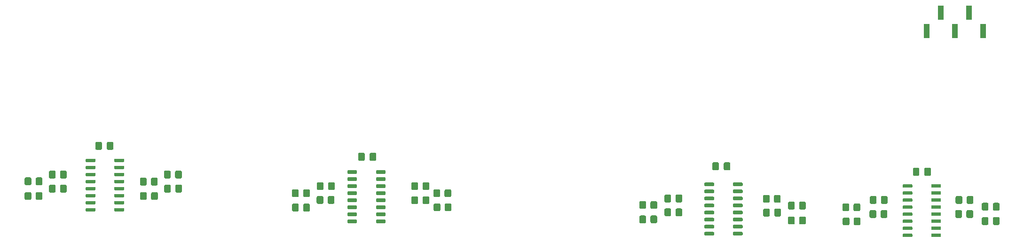
<source format=gbr>
G04 #@! TF.GenerationSoftware,KiCad,Pcbnew,5.1.5+dfsg1-2build2*
G04 #@! TF.CreationDate,2024-05-04T05:39:38+01:00*
G04 #@! TF.ProjectId,touch_kb1,746f7563-685f-46b6-9231-2e6b69636164,rev?*
G04 #@! TF.SameCoordinates,Original*
G04 #@! TF.FileFunction,Paste,Bot*
G04 #@! TF.FilePolarity,Positive*
%FSLAX46Y46*%
G04 Gerber Fmt 4.6, Leading zero omitted, Abs format (unit mm)*
G04 Created by KiCad (PCBNEW 5.1.5+dfsg1-2build2) date 2024-05-04 05:39:38*
%MOMM*%
%LPD*%
G04 APERTURE LIST*
%ADD10R,1.000000X2.510000*%
%ADD11C,0.100000*%
G04 APERTURE END LIST*
D10*
X217317200Y-49565000D03*
X222397200Y-49565000D03*
X214777200Y-52875000D03*
X219857200Y-52875000D03*
X224937200Y-52875000D03*
D11*
G36*
X217214703Y-89345722D02*
G01*
X217229264Y-89347882D01*
X217243543Y-89351459D01*
X217257403Y-89356418D01*
X217270710Y-89362712D01*
X217283336Y-89370280D01*
X217295159Y-89379048D01*
X217306066Y-89388934D01*
X217315952Y-89399841D01*
X217324720Y-89411664D01*
X217332288Y-89424290D01*
X217338582Y-89437597D01*
X217343541Y-89451457D01*
X217347118Y-89465736D01*
X217349278Y-89480297D01*
X217350000Y-89495000D01*
X217350000Y-89795000D01*
X217349278Y-89809703D01*
X217347118Y-89824264D01*
X217343541Y-89838543D01*
X217338582Y-89852403D01*
X217332288Y-89865710D01*
X217324720Y-89878336D01*
X217315952Y-89890159D01*
X217306066Y-89901066D01*
X217295159Y-89910952D01*
X217283336Y-89919720D01*
X217270710Y-89927288D01*
X217257403Y-89933582D01*
X217243543Y-89938541D01*
X217229264Y-89942118D01*
X217214703Y-89944278D01*
X217200000Y-89945000D01*
X215750000Y-89945000D01*
X215735297Y-89944278D01*
X215720736Y-89942118D01*
X215706457Y-89938541D01*
X215692597Y-89933582D01*
X215679290Y-89927288D01*
X215666664Y-89919720D01*
X215654841Y-89910952D01*
X215643934Y-89901066D01*
X215634048Y-89890159D01*
X215625280Y-89878336D01*
X215617712Y-89865710D01*
X215611418Y-89852403D01*
X215606459Y-89838543D01*
X215602882Y-89824264D01*
X215600722Y-89809703D01*
X215600000Y-89795000D01*
X215600000Y-89495000D01*
X215600722Y-89480297D01*
X215602882Y-89465736D01*
X215606459Y-89451457D01*
X215611418Y-89437597D01*
X215617712Y-89424290D01*
X215625280Y-89411664D01*
X215634048Y-89399841D01*
X215643934Y-89388934D01*
X215654841Y-89379048D01*
X215666664Y-89370280D01*
X215679290Y-89362712D01*
X215692597Y-89356418D01*
X215706457Y-89351459D01*
X215720736Y-89347882D01*
X215735297Y-89345722D01*
X215750000Y-89345000D01*
X217200000Y-89345000D01*
X217214703Y-89345722D01*
G37*
G36*
X217214703Y-88075722D02*
G01*
X217229264Y-88077882D01*
X217243543Y-88081459D01*
X217257403Y-88086418D01*
X217270710Y-88092712D01*
X217283336Y-88100280D01*
X217295159Y-88109048D01*
X217306066Y-88118934D01*
X217315952Y-88129841D01*
X217324720Y-88141664D01*
X217332288Y-88154290D01*
X217338582Y-88167597D01*
X217343541Y-88181457D01*
X217347118Y-88195736D01*
X217349278Y-88210297D01*
X217350000Y-88225000D01*
X217350000Y-88525000D01*
X217349278Y-88539703D01*
X217347118Y-88554264D01*
X217343541Y-88568543D01*
X217338582Y-88582403D01*
X217332288Y-88595710D01*
X217324720Y-88608336D01*
X217315952Y-88620159D01*
X217306066Y-88631066D01*
X217295159Y-88640952D01*
X217283336Y-88649720D01*
X217270710Y-88657288D01*
X217257403Y-88663582D01*
X217243543Y-88668541D01*
X217229264Y-88672118D01*
X217214703Y-88674278D01*
X217200000Y-88675000D01*
X215750000Y-88675000D01*
X215735297Y-88674278D01*
X215720736Y-88672118D01*
X215706457Y-88668541D01*
X215692597Y-88663582D01*
X215679290Y-88657288D01*
X215666664Y-88649720D01*
X215654841Y-88640952D01*
X215643934Y-88631066D01*
X215634048Y-88620159D01*
X215625280Y-88608336D01*
X215617712Y-88595710D01*
X215611418Y-88582403D01*
X215606459Y-88568543D01*
X215602882Y-88554264D01*
X215600722Y-88539703D01*
X215600000Y-88525000D01*
X215600000Y-88225000D01*
X215600722Y-88210297D01*
X215602882Y-88195736D01*
X215606459Y-88181457D01*
X215611418Y-88167597D01*
X215617712Y-88154290D01*
X215625280Y-88141664D01*
X215634048Y-88129841D01*
X215643934Y-88118934D01*
X215654841Y-88109048D01*
X215666664Y-88100280D01*
X215679290Y-88092712D01*
X215692597Y-88086418D01*
X215706457Y-88081459D01*
X215720736Y-88077882D01*
X215735297Y-88075722D01*
X215750000Y-88075000D01*
X217200000Y-88075000D01*
X217214703Y-88075722D01*
G37*
G36*
X217214703Y-86805722D02*
G01*
X217229264Y-86807882D01*
X217243543Y-86811459D01*
X217257403Y-86816418D01*
X217270710Y-86822712D01*
X217283336Y-86830280D01*
X217295159Y-86839048D01*
X217306066Y-86848934D01*
X217315952Y-86859841D01*
X217324720Y-86871664D01*
X217332288Y-86884290D01*
X217338582Y-86897597D01*
X217343541Y-86911457D01*
X217347118Y-86925736D01*
X217349278Y-86940297D01*
X217350000Y-86955000D01*
X217350000Y-87255000D01*
X217349278Y-87269703D01*
X217347118Y-87284264D01*
X217343541Y-87298543D01*
X217338582Y-87312403D01*
X217332288Y-87325710D01*
X217324720Y-87338336D01*
X217315952Y-87350159D01*
X217306066Y-87361066D01*
X217295159Y-87370952D01*
X217283336Y-87379720D01*
X217270710Y-87387288D01*
X217257403Y-87393582D01*
X217243543Y-87398541D01*
X217229264Y-87402118D01*
X217214703Y-87404278D01*
X217200000Y-87405000D01*
X215750000Y-87405000D01*
X215735297Y-87404278D01*
X215720736Y-87402118D01*
X215706457Y-87398541D01*
X215692597Y-87393582D01*
X215679290Y-87387288D01*
X215666664Y-87379720D01*
X215654841Y-87370952D01*
X215643934Y-87361066D01*
X215634048Y-87350159D01*
X215625280Y-87338336D01*
X215617712Y-87325710D01*
X215611418Y-87312403D01*
X215606459Y-87298543D01*
X215602882Y-87284264D01*
X215600722Y-87269703D01*
X215600000Y-87255000D01*
X215600000Y-86955000D01*
X215600722Y-86940297D01*
X215602882Y-86925736D01*
X215606459Y-86911457D01*
X215611418Y-86897597D01*
X215617712Y-86884290D01*
X215625280Y-86871664D01*
X215634048Y-86859841D01*
X215643934Y-86848934D01*
X215654841Y-86839048D01*
X215666664Y-86830280D01*
X215679290Y-86822712D01*
X215692597Y-86816418D01*
X215706457Y-86811459D01*
X215720736Y-86807882D01*
X215735297Y-86805722D01*
X215750000Y-86805000D01*
X217200000Y-86805000D01*
X217214703Y-86805722D01*
G37*
G36*
X217214703Y-85535722D02*
G01*
X217229264Y-85537882D01*
X217243543Y-85541459D01*
X217257403Y-85546418D01*
X217270710Y-85552712D01*
X217283336Y-85560280D01*
X217295159Y-85569048D01*
X217306066Y-85578934D01*
X217315952Y-85589841D01*
X217324720Y-85601664D01*
X217332288Y-85614290D01*
X217338582Y-85627597D01*
X217343541Y-85641457D01*
X217347118Y-85655736D01*
X217349278Y-85670297D01*
X217350000Y-85685000D01*
X217350000Y-85985000D01*
X217349278Y-85999703D01*
X217347118Y-86014264D01*
X217343541Y-86028543D01*
X217338582Y-86042403D01*
X217332288Y-86055710D01*
X217324720Y-86068336D01*
X217315952Y-86080159D01*
X217306066Y-86091066D01*
X217295159Y-86100952D01*
X217283336Y-86109720D01*
X217270710Y-86117288D01*
X217257403Y-86123582D01*
X217243543Y-86128541D01*
X217229264Y-86132118D01*
X217214703Y-86134278D01*
X217200000Y-86135000D01*
X215750000Y-86135000D01*
X215735297Y-86134278D01*
X215720736Y-86132118D01*
X215706457Y-86128541D01*
X215692597Y-86123582D01*
X215679290Y-86117288D01*
X215666664Y-86109720D01*
X215654841Y-86100952D01*
X215643934Y-86091066D01*
X215634048Y-86080159D01*
X215625280Y-86068336D01*
X215617712Y-86055710D01*
X215611418Y-86042403D01*
X215606459Y-86028543D01*
X215602882Y-86014264D01*
X215600722Y-85999703D01*
X215600000Y-85985000D01*
X215600000Y-85685000D01*
X215600722Y-85670297D01*
X215602882Y-85655736D01*
X215606459Y-85641457D01*
X215611418Y-85627597D01*
X215617712Y-85614290D01*
X215625280Y-85601664D01*
X215634048Y-85589841D01*
X215643934Y-85578934D01*
X215654841Y-85569048D01*
X215666664Y-85560280D01*
X215679290Y-85552712D01*
X215692597Y-85546418D01*
X215706457Y-85541459D01*
X215720736Y-85537882D01*
X215735297Y-85535722D01*
X215750000Y-85535000D01*
X217200000Y-85535000D01*
X217214703Y-85535722D01*
G37*
G36*
X217214703Y-84265722D02*
G01*
X217229264Y-84267882D01*
X217243543Y-84271459D01*
X217257403Y-84276418D01*
X217270710Y-84282712D01*
X217283336Y-84290280D01*
X217295159Y-84299048D01*
X217306066Y-84308934D01*
X217315952Y-84319841D01*
X217324720Y-84331664D01*
X217332288Y-84344290D01*
X217338582Y-84357597D01*
X217343541Y-84371457D01*
X217347118Y-84385736D01*
X217349278Y-84400297D01*
X217350000Y-84415000D01*
X217350000Y-84715000D01*
X217349278Y-84729703D01*
X217347118Y-84744264D01*
X217343541Y-84758543D01*
X217338582Y-84772403D01*
X217332288Y-84785710D01*
X217324720Y-84798336D01*
X217315952Y-84810159D01*
X217306066Y-84821066D01*
X217295159Y-84830952D01*
X217283336Y-84839720D01*
X217270710Y-84847288D01*
X217257403Y-84853582D01*
X217243543Y-84858541D01*
X217229264Y-84862118D01*
X217214703Y-84864278D01*
X217200000Y-84865000D01*
X215750000Y-84865000D01*
X215735297Y-84864278D01*
X215720736Y-84862118D01*
X215706457Y-84858541D01*
X215692597Y-84853582D01*
X215679290Y-84847288D01*
X215666664Y-84839720D01*
X215654841Y-84830952D01*
X215643934Y-84821066D01*
X215634048Y-84810159D01*
X215625280Y-84798336D01*
X215617712Y-84785710D01*
X215611418Y-84772403D01*
X215606459Y-84758543D01*
X215602882Y-84744264D01*
X215600722Y-84729703D01*
X215600000Y-84715000D01*
X215600000Y-84415000D01*
X215600722Y-84400297D01*
X215602882Y-84385736D01*
X215606459Y-84371457D01*
X215611418Y-84357597D01*
X215617712Y-84344290D01*
X215625280Y-84331664D01*
X215634048Y-84319841D01*
X215643934Y-84308934D01*
X215654841Y-84299048D01*
X215666664Y-84290280D01*
X215679290Y-84282712D01*
X215692597Y-84276418D01*
X215706457Y-84271459D01*
X215720736Y-84267882D01*
X215735297Y-84265722D01*
X215750000Y-84265000D01*
X217200000Y-84265000D01*
X217214703Y-84265722D01*
G37*
G36*
X217214703Y-82995722D02*
G01*
X217229264Y-82997882D01*
X217243543Y-83001459D01*
X217257403Y-83006418D01*
X217270710Y-83012712D01*
X217283336Y-83020280D01*
X217295159Y-83029048D01*
X217306066Y-83038934D01*
X217315952Y-83049841D01*
X217324720Y-83061664D01*
X217332288Y-83074290D01*
X217338582Y-83087597D01*
X217343541Y-83101457D01*
X217347118Y-83115736D01*
X217349278Y-83130297D01*
X217350000Y-83145000D01*
X217350000Y-83445000D01*
X217349278Y-83459703D01*
X217347118Y-83474264D01*
X217343541Y-83488543D01*
X217338582Y-83502403D01*
X217332288Y-83515710D01*
X217324720Y-83528336D01*
X217315952Y-83540159D01*
X217306066Y-83551066D01*
X217295159Y-83560952D01*
X217283336Y-83569720D01*
X217270710Y-83577288D01*
X217257403Y-83583582D01*
X217243543Y-83588541D01*
X217229264Y-83592118D01*
X217214703Y-83594278D01*
X217200000Y-83595000D01*
X215750000Y-83595000D01*
X215735297Y-83594278D01*
X215720736Y-83592118D01*
X215706457Y-83588541D01*
X215692597Y-83583582D01*
X215679290Y-83577288D01*
X215666664Y-83569720D01*
X215654841Y-83560952D01*
X215643934Y-83551066D01*
X215634048Y-83540159D01*
X215625280Y-83528336D01*
X215617712Y-83515710D01*
X215611418Y-83502403D01*
X215606459Y-83488543D01*
X215602882Y-83474264D01*
X215600722Y-83459703D01*
X215600000Y-83445000D01*
X215600000Y-83145000D01*
X215600722Y-83130297D01*
X215602882Y-83115736D01*
X215606459Y-83101457D01*
X215611418Y-83087597D01*
X215617712Y-83074290D01*
X215625280Y-83061664D01*
X215634048Y-83049841D01*
X215643934Y-83038934D01*
X215654841Y-83029048D01*
X215666664Y-83020280D01*
X215679290Y-83012712D01*
X215692597Y-83006418D01*
X215706457Y-83001459D01*
X215720736Y-82997882D01*
X215735297Y-82995722D01*
X215750000Y-82995000D01*
X217200000Y-82995000D01*
X217214703Y-82995722D01*
G37*
G36*
X217214703Y-81725722D02*
G01*
X217229264Y-81727882D01*
X217243543Y-81731459D01*
X217257403Y-81736418D01*
X217270710Y-81742712D01*
X217283336Y-81750280D01*
X217295159Y-81759048D01*
X217306066Y-81768934D01*
X217315952Y-81779841D01*
X217324720Y-81791664D01*
X217332288Y-81804290D01*
X217338582Y-81817597D01*
X217343541Y-81831457D01*
X217347118Y-81845736D01*
X217349278Y-81860297D01*
X217350000Y-81875000D01*
X217350000Y-82175000D01*
X217349278Y-82189703D01*
X217347118Y-82204264D01*
X217343541Y-82218543D01*
X217338582Y-82232403D01*
X217332288Y-82245710D01*
X217324720Y-82258336D01*
X217315952Y-82270159D01*
X217306066Y-82281066D01*
X217295159Y-82290952D01*
X217283336Y-82299720D01*
X217270710Y-82307288D01*
X217257403Y-82313582D01*
X217243543Y-82318541D01*
X217229264Y-82322118D01*
X217214703Y-82324278D01*
X217200000Y-82325000D01*
X215750000Y-82325000D01*
X215735297Y-82324278D01*
X215720736Y-82322118D01*
X215706457Y-82318541D01*
X215692597Y-82313582D01*
X215679290Y-82307288D01*
X215666664Y-82299720D01*
X215654841Y-82290952D01*
X215643934Y-82281066D01*
X215634048Y-82270159D01*
X215625280Y-82258336D01*
X215617712Y-82245710D01*
X215611418Y-82232403D01*
X215606459Y-82218543D01*
X215602882Y-82204264D01*
X215600722Y-82189703D01*
X215600000Y-82175000D01*
X215600000Y-81875000D01*
X215600722Y-81860297D01*
X215602882Y-81845736D01*
X215606459Y-81831457D01*
X215611418Y-81817597D01*
X215617712Y-81804290D01*
X215625280Y-81791664D01*
X215634048Y-81779841D01*
X215643934Y-81768934D01*
X215654841Y-81759048D01*
X215666664Y-81750280D01*
X215679290Y-81742712D01*
X215692597Y-81736418D01*
X215706457Y-81731459D01*
X215720736Y-81727882D01*
X215735297Y-81725722D01*
X215750000Y-81725000D01*
X217200000Y-81725000D01*
X217214703Y-81725722D01*
G37*
G36*
X217214703Y-80455722D02*
G01*
X217229264Y-80457882D01*
X217243543Y-80461459D01*
X217257403Y-80466418D01*
X217270710Y-80472712D01*
X217283336Y-80480280D01*
X217295159Y-80489048D01*
X217306066Y-80498934D01*
X217315952Y-80509841D01*
X217324720Y-80521664D01*
X217332288Y-80534290D01*
X217338582Y-80547597D01*
X217343541Y-80561457D01*
X217347118Y-80575736D01*
X217349278Y-80590297D01*
X217350000Y-80605000D01*
X217350000Y-80905000D01*
X217349278Y-80919703D01*
X217347118Y-80934264D01*
X217343541Y-80948543D01*
X217338582Y-80962403D01*
X217332288Y-80975710D01*
X217324720Y-80988336D01*
X217315952Y-81000159D01*
X217306066Y-81011066D01*
X217295159Y-81020952D01*
X217283336Y-81029720D01*
X217270710Y-81037288D01*
X217257403Y-81043582D01*
X217243543Y-81048541D01*
X217229264Y-81052118D01*
X217214703Y-81054278D01*
X217200000Y-81055000D01*
X215750000Y-81055000D01*
X215735297Y-81054278D01*
X215720736Y-81052118D01*
X215706457Y-81048541D01*
X215692597Y-81043582D01*
X215679290Y-81037288D01*
X215666664Y-81029720D01*
X215654841Y-81020952D01*
X215643934Y-81011066D01*
X215634048Y-81000159D01*
X215625280Y-80988336D01*
X215617712Y-80975710D01*
X215611418Y-80962403D01*
X215606459Y-80948543D01*
X215602882Y-80934264D01*
X215600722Y-80919703D01*
X215600000Y-80905000D01*
X215600000Y-80605000D01*
X215600722Y-80590297D01*
X215602882Y-80575736D01*
X215606459Y-80561457D01*
X215611418Y-80547597D01*
X215617712Y-80534290D01*
X215625280Y-80521664D01*
X215634048Y-80509841D01*
X215643934Y-80498934D01*
X215654841Y-80489048D01*
X215666664Y-80480280D01*
X215679290Y-80472712D01*
X215692597Y-80466418D01*
X215706457Y-80461459D01*
X215720736Y-80457882D01*
X215735297Y-80455722D01*
X215750000Y-80455000D01*
X217200000Y-80455000D01*
X217214703Y-80455722D01*
G37*
G36*
X212064703Y-80455722D02*
G01*
X212079264Y-80457882D01*
X212093543Y-80461459D01*
X212107403Y-80466418D01*
X212120710Y-80472712D01*
X212133336Y-80480280D01*
X212145159Y-80489048D01*
X212156066Y-80498934D01*
X212165952Y-80509841D01*
X212174720Y-80521664D01*
X212182288Y-80534290D01*
X212188582Y-80547597D01*
X212193541Y-80561457D01*
X212197118Y-80575736D01*
X212199278Y-80590297D01*
X212200000Y-80605000D01*
X212200000Y-80905000D01*
X212199278Y-80919703D01*
X212197118Y-80934264D01*
X212193541Y-80948543D01*
X212188582Y-80962403D01*
X212182288Y-80975710D01*
X212174720Y-80988336D01*
X212165952Y-81000159D01*
X212156066Y-81011066D01*
X212145159Y-81020952D01*
X212133336Y-81029720D01*
X212120710Y-81037288D01*
X212107403Y-81043582D01*
X212093543Y-81048541D01*
X212079264Y-81052118D01*
X212064703Y-81054278D01*
X212050000Y-81055000D01*
X210600000Y-81055000D01*
X210585297Y-81054278D01*
X210570736Y-81052118D01*
X210556457Y-81048541D01*
X210542597Y-81043582D01*
X210529290Y-81037288D01*
X210516664Y-81029720D01*
X210504841Y-81020952D01*
X210493934Y-81011066D01*
X210484048Y-81000159D01*
X210475280Y-80988336D01*
X210467712Y-80975710D01*
X210461418Y-80962403D01*
X210456459Y-80948543D01*
X210452882Y-80934264D01*
X210450722Y-80919703D01*
X210450000Y-80905000D01*
X210450000Y-80605000D01*
X210450722Y-80590297D01*
X210452882Y-80575736D01*
X210456459Y-80561457D01*
X210461418Y-80547597D01*
X210467712Y-80534290D01*
X210475280Y-80521664D01*
X210484048Y-80509841D01*
X210493934Y-80498934D01*
X210504841Y-80489048D01*
X210516664Y-80480280D01*
X210529290Y-80472712D01*
X210542597Y-80466418D01*
X210556457Y-80461459D01*
X210570736Y-80457882D01*
X210585297Y-80455722D01*
X210600000Y-80455000D01*
X212050000Y-80455000D01*
X212064703Y-80455722D01*
G37*
G36*
X212064703Y-81725722D02*
G01*
X212079264Y-81727882D01*
X212093543Y-81731459D01*
X212107403Y-81736418D01*
X212120710Y-81742712D01*
X212133336Y-81750280D01*
X212145159Y-81759048D01*
X212156066Y-81768934D01*
X212165952Y-81779841D01*
X212174720Y-81791664D01*
X212182288Y-81804290D01*
X212188582Y-81817597D01*
X212193541Y-81831457D01*
X212197118Y-81845736D01*
X212199278Y-81860297D01*
X212200000Y-81875000D01*
X212200000Y-82175000D01*
X212199278Y-82189703D01*
X212197118Y-82204264D01*
X212193541Y-82218543D01*
X212188582Y-82232403D01*
X212182288Y-82245710D01*
X212174720Y-82258336D01*
X212165952Y-82270159D01*
X212156066Y-82281066D01*
X212145159Y-82290952D01*
X212133336Y-82299720D01*
X212120710Y-82307288D01*
X212107403Y-82313582D01*
X212093543Y-82318541D01*
X212079264Y-82322118D01*
X212064703Y-82324278D01*
X212050000Y-82325000D01*
X210600000Y-82325000D01*
X210585297Y-82324278D01*
X210570736Y-82322118D01*
X210556457Y-82318541D01*
X210542597Y-82313582D01*
X210529290Y-82307288D01*
X210516664Y-82299720D01*
X210504841Y-82290952D01*
X210493934Y-82281066D01*
X210484048Y-82270159D01*
X210475280Y-82258336D01*
X210467712Y-82245710D01*
X210461418Y-82232403D01*
X210456459Y-82218543D01*
X210452882Y-82204264D01*
X210450722Y-82189703D01*
X210450000Y-82175000D01*
X210450000Y-81875000D01*
X210450722Y-81860297D01*
X210452882Y-81845736D01*
X210456459Y-81831457D01*
X210461418Y-81817597D01*
X210467712Y-81804290D01*
X210475280Y-81791664D01*
X210484048Y-81779841D01*
X210493934Y-81768934D01*
X210504841Y-81759048D01*
X210516664Y-81750280D01*
X210529290Y-81742712D01*
X210542597Y-81736418D01*
X210556457Y-81731459D01*
X210570736Y-81727882D01*
X210585297Y-81725722D01*
X210600000Y-81725000D01*
X212050000Y-81725000D01*
X212064703Y-81725722D01*
G37*
G36*
X212064703Y-82995722D02*
G01*
X212079264Y-82997882D01*
X212093543Y-83001459D01*
X212107403Y-83006418D01*
X212120710Y-83012712D01*
X212133336Y-83020280D01*
X212145159Y-83029048D01*
X212156066Y-83038934D01*
X212165952Y-83049841D01*
X212174720Y-83061664D01*
X212182288Y-83074290D01*
X212188582Y-83087597D01*
X212193541Y-83101457D01*
X212197118Y-83115736D01*
X212199278Y-83130297D01*
X212200000Y-83145000D01*
X212200000Y-83445000D01*
X212199278Y-83459703D01*
X212197118Y-83474264D01*
X212193541Y-83488543D01*
X212188582Y-83502403D01*
X212182288Y-83515710D01*
X212174720Y-83528336D01*
X212165952Y-83540159D01*
X212156066Y-83551066D01*
X212145159Y-83560952D01*
X212133336Y-83569720D01*
X212120710Y-83577288D01*
X212107403Y-83583582D01*
X212093543Y-83588541D01*
X212079264Y-83592118D01*
X212064703Y-83594278D01*
X212050000Y-83595000D01*
X210600000Y-83595000D01*
X210585297Y-83594278D01*
X210570736Y-83592118D01*
X210556457Y-83588541D01*
X210542597Y-83583582D01*
X210529290Y-83577288D01*
X210516664Y-83569720D01*
X210504841Y-83560952D01*
X210493934Y-83551066D01*
X210484048Y-83540159D01*
X210475280Y-83528336D01*
X210467712Y-83515710D01*
X210461418Y-83502403D01*
X210456459Y-83488543D01*
X210452882Y-83474264D01*
X210450722Y-83459703D01*
X210450000Y-83445000D01*
X210450000Y-83145000D01*
X210450722Y-83130297D01*
X210452882Y-83115736D01*
X210456459Y-83101457D01*
X210461418Y-83087597D01*
X210467712Y-83074290D01*
X210475280Y-83061664D01*
X210484048Y-83049841D01*
X210493934Y-83038934D01*
X210504841Y-83029048D01*
X210516664Y-83020280D01*
X210529290Y-83012712D01*
X210542597Y-83006418D01*
X210556457Y-83001459D01*
X210570736Y-82997882D01*
X210585297Y-82995722D01*
X210600000Y-82995000D01*
X212050000Y-82995000D01*
X212064703Y-82995722D01*
G37*
G36*
X212064703Y-84265722D02*
G01*
X212079264Y-84267882D01*
X212093543Y-84271459D01*
X212107403Y-84276418D01*
X212120710Y-84282712D01*
X212133336Y-84290280D01*
X212145159Y-84299048D01*
X212156066Y-84308934D01*
X212165952Y-84319841D01*
X212174720Y-84331664D01*
X212182288Y-84344290D01*
X212188582Y-84357597D01*
X212193541Y-84371457D01*
X212197118Y-84385736D01*
X212199278Y-84400297D01*
X212200000Y-84415000D01*
X212200000Y-84715000D01*
X212199278Y-84729703D01*
X212197118Y-84744264D01*
X212193541Y-84758543D01*
X212188582Y-84772403D01*
X212182288Y-84785710D01*
X212174720Y-84798336D01*
X212165952Y-84810159D01*
X212156066Y-84821066D01*
X212145159Y-84830952D01*
X212133336Y-84839720D01*
X212120710Y-84847288D01*
X212107403Y-84853582D01*
X212093543Y-84858541D01*
X212079264Y-84862118D01*
X212064703Y-84864278D01*
X212050000Y-84865000D01*
X210600000Y-84865000D01*
X210585297Y-84864278D01*
X210570736Y-84862118D01*
X210556457Y-84858541D01*
X210542597Y-84853582D01*
X210529290Y-84847288D01*
X210516664Y-84839720D01*
X210504841Y-84830952D01*
X210493934Y-84821066D01*
X210484048Y-84810159D01*
X210475280Y-84798336D01*
X210467712Y-84785710D01*
X210461418Y-84772403D01*
X210456459Y-84758543D01*
X210452882Y-84744264D01*
X210450722Y-84729703D01*
X210450000Y-84715000D01*
X210450000Y-84415000D01*
X210450722Y-84400297D01*
X210452882Y-84385736D01*
X210456459Y-84371457D01*
X210461418Y-84357597D01*
X210467712Y-84344290D01*
X210475280Y-84331664D01*
X210484048Y-84319841D01*
X210493934Y-84308934D01*
X210504841Y-84299048D01*
X210516664Y-84290280D01*
X210529290Y-84282712D01*
X210542597Y-84276418D01*
X210556457Y-84271459D01*
X210570736Y-84267882D01*
X210585297Y-84265722D01*
X210600000Y-84265000D01*
X212050000Y-84265000D01*
X212064703Y-84265722D01*
G37*
G36*
X212064703Y-85535722D02*
G01*
X212079264Y-85537882D01*
X212093543Y-85541459D01*
X212107403Y-85546418D01*
X212120710Y-85552712D01*
X212133336Y-85560280D01*
X212145159Y-85569048D01*
X212156066Y-85578934D01*
X212165952Y-85589841D01*
X212174720Y-85601664D01*
X212182288Y-85614290D01*
X212188582Y-85627597D01*
X212193541Y-85641457D01*
X212197118Y-85655736D01*
X212199278Y-85670297D01*
X212200000Y-85685000D01*
X212200000Y-85985000D01*
X212199278Y-85999703D01*
X212197118Y-86014264D01*
X212193541Y-86028543D01*
X212188582Y-86042403D01*
X212182288Y-86055710D01*
X212174720Y-86068336D01*
X212165952Y-86080159D01*
X212156066Y-86091066D01*
X212145159Y-86100952D01*
X212133336Y-86109720D01*
X212120710Y-86117288D01*
X212107403Y-86123582D01*
X212093543Y-86128541D01*
X212079264Y-86132118D01*
X212064703Y-86134278D01*
X212050000Y-86135000D01*
X210600000Y-86135000D01*
X210585297Y-86134278D01*
X210570736Y-86132118D01*
X210556457Y-86128541D01*
X210542597Y-86123582D01*
X210529290Y-86117288D01*
X210516664Y-86109720D01*
X210504841Y-86100952D01*
X210493934Y-86091066D01*
X210484048Y-86080159D01*
X210475280Y-86068336D01*
X210467712Y-86055710D01*
X210461418Y-86042403D01*
X210456459Y-86028543D01*
X210452882Y-86014264D01*
X210450722Y-85999703D01*
X210450000Y-85985000D01*
X210450000Y-85685000D01*
X210450722Y-85670297D01*
X210452882Y-85655736D01*
X210456459Y-85641457D01*
X210461418Y-85627597D01*
X210467712Y-85614290D01*
X210475280Y-85601664D01*
X210484048Y-85589841D01*
X210493934Y-85578934D01*
X210504841Y-85569048D01*
X210516664Y-85560280D01*
X210529290Y-85552712D01*
X210542597Y-85546418D01*
X210556457Y-85541459D01*
X210570736Y-85537882D01*
X210585297Y-85535722D01*
X210600000Y-85535000D01*
X212050000Y-85535000D01*
X212064703Y-85535722D01*
G37*
G36*
X212064703Y-86805722D02*
G01*
X212079264Y-86807882D01*
X212093543Y-86811459D01*
X212107403Y-86816418D01*
X212120710Y-86822712D01*
X212133336Y-86830280D01*
X212145159Y-86839048D01*
X212156066Y-86848934D01*
X212165952Y-86859841D01*
X212174720Y-86871664D01*
X212182288Y-86884290D01*
X212188582Y-86897597D01*
X212193541Y-86911457D01*
X212197118Y-86925736D01*
X212199278Y-86940297D01*
X212200000Y-86955000D01*
X212200000Y-87255000D01*
X212199278Y-87269703D01*
X212197118Y-87284264D01*
X212193541Y-87298543D01*
X212188582Y-87312403D01*
X212182288Y-87325710D01*
X212174720Y-87338336D01*
X212165952Y-87350159D01*
X212156066Y-87361066D01*
X212145159Y-87370952D01*
X212133336Y-87379720D01*
X212120710Y-87387288D01*
X212107403Y-87393582D01*
X212093543Y-87398541D01*
X212079264Y-87402118D01*
X212064703Y-87404278D01*
X212050000Y-87405000D01*
X210600000Y-87405000D01*
X210585297Y-87404278D01*
X210570736Y-87402118D01*
X210556457Y-87398541D01*
X210542597Y-87393582D01*
X210529290Y-87387288D01*
X210516664Y-87379720D01*
X210504841Y-87370952D01*
X210493934Y-87361066D01*
X210484048Y-87350159D01*
X210475280Y-87338336D01*
X210467712Y-87325710D01*
X210461418Y-87312403D01*
X210456459Y-87298543D01*
X210452882Y-87284264D01*
X210450722Y-87269703D01*
X210450000Y-87255000D01*
X210450000Y-86955000D01*
X210450722Y-86940297D01*
X210452882Y-86925736D01*
X210456459Y-86911457D01*
X210461418Y-86897597D01*
X210467712Y-86884290D01*
X210475280Y-86871664D01*
X210484048Y-86859841D01*
X210493934Y-86848934D01*
X210504841Y-86839048D01*
X210516664Y-86830280D01*
X210529290Y-86822712D01*
X210542597Y-86816418D01*
X210556457Y-86811459D01*
X210570736Y-86807882D01*
X210585297Y-86805722D01*
X210600000Y-86805000D01*
X212050000Y-86805000D01*
X212064703Y-86805722D01*
G37*
G36*
X212064703Y-88075722D02*
G01*
X212079264Y-88077882D01*
X212093543Y-88081459D01*
X212107403Y-88086418D01*
X212120710Y-88092712D01*
X212133336Y-88100280D01*
X212145159Y-88109048D01*
X212156066Y-88118934D01*
X212165952Y-88129841D01*
X212174720Y-88141664D01*
X212182288Y-88154290D01*
X212188582Y-88167597D01*
X212193541Y-88181457D01*
X212197118Y-88195736D01*
X212199278Y-88210297D01*
X212200000Y-88225000D01*
X212200000Y-88525000D01*
X212199278Y-88539703D01*
X212197118Y-88554264D01*
X212193541Y-88568543D01*
X212188582Y-88582403D01*
X212182288Y-88595710D01*
X212174720Y-88608336D01*
X212165952Y-88620159D01*
X212156066Y-88631066D01*
X212145159Y-88640952D01*
X212133336Y-88649720D01*
X212120710Y-88657288D01*
X212107403Y-88663582D01*
X212093543Y-88668541D01*
X212079264Y-88672118D01*
X212064703Y-88674278D01*
X212050000Y-88675000D01*
X210600000Y-88675000D01*
X210585297Y-88674278D01*
X210570736Y-88672118D01*
X210556457Y-88668541D01*
X210542597Y-88663582D01*
X210529290Y-88657288D01*
X210516664Y-88649720D01*
X210504841Y-88640952D01*
X210493934Y-88631066D01*
X210484048Y-88620159D01*
X210475280Y-88608336D01*
X210467712Y-88595710D01*
X210461418Y-88582403D01*
X210456459Y-88568543D01*
X210452882Y-88554264D01*
X210450722Y-88539703D01*
X210450000Y-88525000D01*
X210450000Y-88225000D01*
X210450722Y-88210297D01*
X210452882Y-88195736D01*
X210456459Y-88181457D01*
X210461418Y-88167597D01*
X210467712Y-88154290D01*
X210475280Y-88141664D01*
X210484048Y-88129841D01*
X210493934Y-88118934D01*
X210504841Y-88109048D01*
X210516664Y-88100280D01*
X210529290Y-88092712D01*
X210542597Y-88086418D01*
X210556457Y-88081459D01*
X210570736Y-88077882D01*
X210585297Y-88075722D01*
X210600000Y-88075000D01*
X212050000Y-88075000D01*
X212064703Y-88075722D01*
G37*
G36*
X212064703Y-89345722D02*
G01*
X212079264Y-89347882D01*
X212093543Y-89351459D01*
X212107403Y-89356418D01*
X212120710Y-89362712D01*
X212133336Y-89370280D01*
X212145159Y-89379048D01*
X212156066Y-89388934D01*
X212165952Y-89399841D01*
X212174720Y-89411664D01*
X212182288Y-89424290D01*
X212188582Y-89437597D01*
X212193541Y-89451457D01*
X212197118Y-89465736D01*
X212199278Y-89480297D01*
X212200000Y-89495000D01*
X212200000Y-89795000D01*
X212199278Y-89809703D01*
X212197118Y-89824264D01*
X212193541Y-89838543D01*
X212188582Y-89852403D01*
X212182288Y-89865710D01*
X212174720Y-89878336D01*
X212165952Y-89890159D01*
X212156066Y-89901066D01*
X212145159Y-89910952D01*
X212133336Y-89919720D01*
X212120710Y-89927288D01*
X212107403Y-89933582D01*
X212093543Y-89938541D01*
X212079264Y-89942118D01*
X212064703Y-89944278D01*
X212050000Y-89945000D01*
X210600000Y-89945000D01*
X210585297Y-89944278D01*
X210570736Y-89942118D01*
X210556457Y-89938541D01*
X210542597Y-89933582D01*
X210529290Y-89927288D01*
X210516664Y-89919720D01*
X210504841Y-89910952D01*
X210493934Y-89901066D01*
X210484048Y-89890159D01*
X210475280Y-89878336D01*
X210467712Y-89865710D01*
X210461418Y-89852403D01*
X210456459Y-89838543D01*
X210452882Y-89824264D01*
X210450722Y-89809703D01*
X210450000Y-89795000D01*
X210450000Y-89495000D01*
X210450722Y-89480297D01*
X210452882Y-89465736D01*
X210456459Y-89451457D01*
X210461418Y-89437597D01*
X210467712Y-89424290D01*
X210475280Y-89411664D01*
X210484048Y-89399841D01*
X210493934Y-89388934D01*
X210504841Y-89379048D01*
X210516664Y-89370280D01*
X210529290Y-89362712D01*
X210542597Y-89356418D01*
X210556457Y-89351459D01*
X210570736Y-89347882D01*
X210585297Y-89345722D01*
X210600000Y-89345000D01*
X212050000Y-89345000D01*
X212064703Y-89345722D01*
G37*
G36*
X117214703Y-86845722D02*
G01*
X117229264Y-86847882D01*
X117243543Y-86851459D01*
X117257403Y-86856418D01*
X117270710Y-86862712D01*
X117283336Y-86870280D01*
X117295159Y-86879048D01*
X117306066Y-86888934D01*
X117315952Y-86899841D01*
X117324720Y-86911664D01*
X117332288Y-86924290D01*
X117338582Y-86937597D01*
X117343541Y-86951457D01*
X117347118Y-86965736D01*
X117349278Y-86980297D01*
X117350000Y-86995000D01*
X117350000Y-87295000D01*
X117349278Y-87309703D01*
X117347118Y-87324264D01*
X117343541Y-87338543D01*
X117338582Y-87352403D01*
X117332288Y-87365710D01*
X117324720Y-87378336D01*
X117315952Y-87390159D01*
X117306066Y-87401066D01*
X117295159Y-87410952D01*
X117283336Y-87419720D01*
X117270710Y-87427288D01*
X117257403Y-87433582D01*
X117243543Y-87438541D01*
X117229264Y-87442118D01*
X117214703Y-87444278D01*
X117200000Y-87445000D01*
X115750000Y-87445000D01*
X115735297Y-87444278D01*
X115720736Y-87442118D01*
X115706457Y-87438541D01*
X115692597Y-87433582D01*
X115679290Y-87427288D01*
X115666664Y-87419720D01*
X115654841Y-87410952D01*
X115643934Y-87401066D01*
X115634048Y-87390159D01*
X115625280Y-87378336D01*
X115617712Y-87365710D01*
X115611418Y-87352403D01*
X115606459Y-87338543D01*
X115602882Y-87324264D01*
X115600722Y-87309703D01*
X115600000Y-87295000D01*
X115600000Y-86995000D01*
X115600722Y-86980297D01*
X115602882Y-86965736D01*
X115606459Y-86951457D01*
X115611418Y-86937597D01*
X115617712Y-86924290D01*
X115625280Y-86911664D01*
X115634048Y-86899841D01*
X115643934Y-86888934D01*
X115654841Y-86879048D01*
X115666664Y-86870280D01*
X115679290Y-86862712D01*
X115692597Y-86856418D01*
X115706457Y-86851459D01*
X115720736Y-86847882D01*
X115735297Y-86845722D01*
X115750000Y-86845000D01*
X117200000Y-86845000D01*
X117214703Y-86845722D01*
G37*
G36*
X117214703Y-85575722D02*
G01*
X117229264Y-85577882D01*
X117243543Y-85581459D01*
X117257403Y-85586418D01*
X117270710Y-85592712D01*
X117283336Y-85600280D01*
X117295159Y-85609048D01*
X117306066Y-85618934D01*
X117315952Y-85629841D01*
X117324720Y-85641664D01*
X117332288Y-85654290D01*
X117338582Y-85667597D01*
X117343541Y-85681457D01*
X117347118Y-85695736D01*
X117349278Y-85710297D01*
X117350000Y-85725000D01*
X117350000Y-86025000D01*
X117349278Y-86039703D01*
X117347118Y-86054264D01*
X117343541Y-86068543D01*
X117338582Y-86082403D01*
X117332288Y-86095710D01*
X117324720Y-86108336D01*
X117315952Y-86120159D01*
X117306066Y-86131066D01*
X117295159Y-86140952D01*
X117283336Y-86149720D01*
X117270710Y-86157288D01*
X117257403Y-86163582D01*
X117243543Y-86168541D01*
X117229264Y-86172118D01*
X117214703Y-86174278D01*
X117200000Y-86175000D01*
X115750000Y-86175000D01*
X115735297Y-86174278D01*
X115720736Y-86172118D01*
X115706457Y-86168541D01*
X115692597Y-86163582D01*
X115679290Y-86157288D01*
X115666664Y-86149720D01*
X115654841Y-86140952D01*
X115643934Y-86131066D01*
X115634048Y-86120159D01*
X115625280Y-86108336D01*
X115617712Y-86095710D01*
X115611418Y-86082403D01*
X115606459Y-86068543D01*
X115602882Y-86054264D01*
X115600722Y-86039703D01*
X115600000Y-86025000D01*
X115600000Y-85725000D01*
X115600722Y-85710297D01*
X115602882Y-85695736D01*
X115606459Y-85681457D01*
X115611418Y-85667597D01*
X115617712Y-85654290D01*
X115625280Y-85641664D01*
X115634048Y-85629841D01*
X115643934Y-85618934D01*
X115654841Y-85609048D01*
X115666664Y-85600280D01*
X115679290Y-85592712D01*
X115692597Y-85586418D01*
X115706457Y-85581459D01*
X115720736Y-85577882D01*
X115735297Y-85575722D01*
X115750000Y-85575000D01*
X117200000Y-85575000D01*
X117214703Y-85575722D01*
G37*
G36*
X117214703Y-84305722D02*
G01*
X117229264Y-84307882D01*
X117243543Y-84311459D01*
X117257403Y-84316418D01*
X117270710Y-84322712D01*
X117283336Y-84330280D01*
X117295159Y-84339048D01*
X117306066Y-84348934D01*
X117315952Y-84359841D01*
X117324720Y-84371664D01*
X117332288Y-84384290D01*
X117338582Y-84397597D01*
X117343541Y-84411457D01*
X117347118Y-84425736D01*
X117349278Y-84440297D01*
X117350000Y-84455000D01*
X117350000Y-84755000D01*
X117349278Y-84769703D01*
X117347118Y-84784264D01*
X117343541Y-84798543D01*
X117338582Y-84812403D01*
X117332288Y-84825710D01*
X117324720Y-84838336D01*
X117315952Y-84850159D01*
X117306066Y-84861066D01*
X117295159Y-84870952D01*
X117283336Y-84879720D01*
X117270710Y-84887288D01*
X117257403Y-84893582D01*
X117243543Y-84898541D01*
X117229264Y-84902118D01*
X117214703Y-84904278D01*
X117200000Y-84905000D01*
X115750000Y-84905000D01*
X115735297Y-84904278D01*
X115720736Y-84902118D01*
X115706457Y-84898541D01*
X115692597Y-84893582D01*
X115679290Y-84887288D01*
X115666664Y-84879720D01*
X115654841Y-84870952D01*
X115643934Y-84861066D01*
X115634048Y-84850159D01*
X115625280Y-84838336D01*
X115617712Y-84825710D01*
X115611418Y-84812403D01*
X115606459Y-84798543D01*
X115602882Y-84784264D01*
X115600722Y-84769703D01*
X115600000Y-84755000D01*
X115600000Y-84455000D01*
X115600722Y-84440297D01*
X115602882Y-84425736D01*
X115606459Y-84411457D01*
X115611418Y-84397597D01*
X115617712Y-84384290D01*
X115625280Y-84371664D01*
X115634048Y-84359841D01*
X115643934Y-84348934D01*
X115654841Y-84339048D01*
X115666664Y-84330280D01*
X115679290Y-84322712D01*
X115692597Y-84316418D01*
X115706457Y-84311459D01*
X115720736Y-84307882D01*
X115735297Y-84305722D01*
X115750000Y-84305000D01*
X117200000Y-84305000D01*
X117214703Y-84305722D01*
G37*
G36*
X117214703Y-83035722D02*
G01*
X117229264Y-83037882D01*
X117243543Y-83041459D01*
X117257403Y-83046418D01*
X117270710Y-83052712D01*
X117283336Y-83060280D01*
X117295159Y-83069048D01*
X117306066Y-83078934D01*
X117315952Y-83089841D01*
X117324720Y-83101664D01*
X117332288Y-83114290D01*
X117338582Y-83127597D01*
X117343541Y-83141457D01*
X117347118Y-83155736D01*
X117349278Y-83170297D01*
X117350000Y-83185000D01*
X117350000Y-83485000D01*
X117349278Y-83499703D01*
X117347118Y-83514264D01*
X117343541Y-83528543D01*
X117338582Y-83542403D01*
X117332288Y-83555710D01*
X117324720Y-83568336D01*
X117315952Y-83580159D01*
X117306066Y-83591066D01*
X117295159Y-83600952D01*
X117283336Y-83609720D01*
X117270710Y-83617288D01*
X117257403Y-83623582D01*
X117243543Y-83628541D01*
X117229264Y-83632118D01*
X117214703Y-83634278D01*
X117200000Y-83635000D01*
X115750000Y-83635000D01*
X115735297Y-83634278D01*
X115720736Y-83632118D01*
X115706457Y-83628541D01*
X115692597Y-83623582D01*
X115679290Y-83617288D01*
X115666664Y-83609720D01*
X115654841Y-83600952D01*
X115643934Y-83591066D01*
X115634048Y-83580159D01*
X115625280Y-83568336D01*
X115617712Y-83555710D01*
X115611418Y-83542403D01*
X115606459Y-83528543D01*
X115602882Y-83514264D01*
X115600722Y-83499703D01*
X115600000Y-83485000D01*
X115600000Y-83185000D01*
X115600722Y-83170297D01*
X115602882Y-83155736D01*
X115606459Y-83141457D01*
X115611418Y-83127597D01*
X115617712Y-83114290D01*
X115625280Y-83101664D01*
X115634048Y-83089841D01*
X115643934Y-83078934D01*
X115654841Y-83069048D01*
X115666664Y-83060280D01*
X115679290Y-83052712D01*
X115692597Y-83046418D01*
X115706457Y-83041459D01*
X115720736Y-83037882D01*
X115735297Y-83035722D01*
X115750000Y-83035000D01*
X117200000Y-83035000D01*
X117214703Y-83035722D01*
G37*
G36*
X117214703Y-81765722D02*
G01*
X117229264Y-81767882D01*
X117243543Y-81771459D01*
X117257403Y-81776418D01*
X117270710Y-81782712D01*
X117283336Y-81790280D01*
X117295159Y-81799048D01*
X117306066Y-81808934D01*
X117315952Y-81819841D01*
X117324720Y-81831664D01*
X117332288Y-81844290D01*
X117338582Y-81857597D01*
X117343541Y-81871457D01*
X117347118Y-81885736D01*
X117349278Y-81900297D01*
X117350000Y-81915000D01*
X117350000Y-82215000D01*
X117349278Y-82229703D01*
X117347118Y-82244264D01*
X117343541Y-82258543D01*
X117338582Y-82272403D01*
X117332288Y-82285710D01*
X117324720Y-82298336D01*
X117315952Y-82310159D01*
X117306066Y-82321066D01*
X117295159Y-82330952D01*
X117283336Y-82339720D01*
X117270710Y-82347288D01*
X117257403Y-82353582D01*
X117243543Y-82358541D01*
X117229264Y-82362118D01*
X117214703Y-82364278D01*
X117200000Y-82365000D01*
X115750000Y-82365000D01*
X115735297Y-82364278D01*
X115720736Y-82362118D01*
X115706457Y-82358541D01*
X115692597Y-82353582D01*
X115679290Y-82347288D01*
X115666664Y-82339720D01*
X115654841Y-82330952D01*
X115643934Y-82321066D01*
X115634048Y-82310159D01*
X115625280Y-82298336D01*
X115617712Y-82285710D01*
X115611418Y-82272403D01*
X115606459Y-82258543D01*
X115602882Y-82244264D01*
X115600722Y-82229703D01*
X115600000Y-82215000D01*
X115600000Y-81915000D01*
X115600722Y-81900297D01*
X115602882Y-81885736D01*
X115606459Y-81871457D01*
X115611418Y-81857597D01*
X115617712Y-81844290D01*
X115625280Y-81831664D01*
X115634048Y-81819841D01*
X115643934Y-81808934D01*
X115654841Y-81799048D01*
X115666664Y-81790280D01*
X115679290Y-81782712D01*
X115692597Y-81776418D01*
X115706457Y-81771459D01*
X115720736Y-81767882D01*
X115735297Y-81765722D01*
X115750000Y-81765000D01*
X117200000Y-81765000D01*
X117214703Y-81765722D01*
G37*
G36*
X117214703Y-80495722D02*
G01*
X117229264Y-80497882D01*
X117243543Y-80501459D01*
X117257403Y-80506418D01*
X117270710Y-80512712D01*
X117283336Y-80520280D01*
X117295159Y-80529048D01*
X117306066Y-80538934D01*
X117315952Y-80549841D01*
X117324720Y-80561664D01*
X117332288Y-80574290D01*
X117338582Y-80587597D01*
X117343541Y-80601457D01*
X117347118Y-80615736D01*
X117349278Y-80630297D01*
X117350000Y-80645000D01*
X117350000Y-80945000D01*
X117349278Y-80959703D01*
X117347118Y-80974264D01*
X117343541Y-80988543D01*
X117338582Y-81002403D01*
X117332288Y-81015710D01*
X117324720Y-81028336D01*
X117315952Y-81040159D01*
X117306066Y-81051066D01*
X117295159Y-81060952D01*
X117283336Y-81069720D01*
X117270710Y-81077288D01*
X117257403Y-81083582D01*
X117243543Y-81088541D01*
X117229264Y-81092118D01*
X117214703Y-81094278D01*
X117200000Y-81095000D01*
X115750000Y-81095000D01*
X115735297Y-81094278D01*
X115720736Y-81092118D01*
X115706457Y-81088541D01*
X115692597Y-81083582D01*
X115679290Y-81077288D01*
X115666664Y-81069720D01*
X115654841Y-81060952D01*
X115643934Y-81051066D01*
X115634048Y-81040159D01*
X115625280Y-81028336D01*
X115617712Y-81015710D01*
X115611418Y-81002403D01*
X115606459Y-80988543D01*
X115602882Y-80974264D01*
X115600722Y-80959703D01*
X115600000Y-80945000D01*
X115600000Y-80645000D01*
X115600722Y-80630297D01*
X115602882Y-80615736D01*
X115606459Y-80601457D01*
X115611418Y-80587597D01*
X115617712Y-80574290D01*
X115625280Y-80561664D01*
X115634048Y-80549841D01*
X115643934Y-80538934D01*
X115654841Y-80529048D01*
X115666664Y-80520280D01*
X115679290Y-80512712D01*
X115692597Y-80506418D01*
X115706457Y-80501459D01*
X115720736Y-80497882D01*
X115735297Y-80495722D01*
X115750000Y-80495000D01*
X117200000Y-80495000D01*
X117214703Y-80495722D01*
G37*
G36*
X117214703Y-79225722D02*
G01*
X117229264Y-79227882D01*
X117243543Y-79231459D01*
X117257403Y-79236418D01*
X117270710Y-79242712D01*
X117283336Y-79250280D01*
X117295159Y-79259048D01*
X117306066Y-79268934D01*
X117315952Y-79279841D01*
X117324720Y-79291664D01*
X117332288Y-79304290D01*
X117338582Y-79317597D01*
X117343541Y-79331457D01*
X117347118Y-79345736D01*
X117349278Y-79360297D01*
X117350000Y-79375000D01*
X117350000Y-79675000D01*
X117349278Y-79689703D01*
X117347118Y-79704264D01*
X117343541Y-79718543D01*
X117338582Y-79732403D01*
X117332288Y-79745710D01*
X117324720Y-79758336D01*
X117315952Y-79770159D01*
X117306066Y-79781066D01*
X117295159Y-79790952D01*
X117283336Y-79799720D01*
X117270710Y-79807288D01*
X117257403Y-79813582D01*
X117243543Y-79818541D01*
X117229264Y-79822118D01*
X117214703Y-79824278D01*
X117200000Y-79825000D01*
X115750000Y-79825000D01*
X115735297Y-79824278D01*
X115720736Y-79822118D01*
X115706457Y-79818541D01*
X115692597Y-79813582D01*
X115679290Y-79807288D01*
X115666664Y-79799720D01*
X115654841Y-79790952D01*
X115643934Y-79781066D01*
X115634048Y-79770159D01*
X115625280Y-79758336D01*
X115617712Y-79745710D01*
X115611418Y-79732403D01*
X115606459Y-79718543D01*
X115602882Y-79704264D01*
X115600722Y-79689703D01*
X115600000Y-79675000D01*
X115600000Y-79375000D01*
X115600722Y-79360297D01*
X115602882Y-79345736D01*
X115606459Y-79331457D01*
X115611418Y-79317597D01*
X115617712Y-79304290D01*
X115625280Y-79291664D01*
X115634048Y-79279841D01*
X115643934Y-79268934D01*
X115654841Y-79259048D01*
X115666664Y-79250280D01*
X115679290Y-79242712D01*
X115692597Y-79236418D01*
X115706457Y-79231459D01*
X115720736Y-79227882D01*
X115735297Y-79225722D01*
X115750000Y-79225000D01*
X117200000Y-79225000D01*
X117214703Y-79225722D01*
G37*
G36*
X117214703Y-77955722D02*
G01*
X117229264Y-77957882D01*
X117243543Y-77961459D01*
X117257403Y-77966418D01*
X117270710Y-77972712D01*
X117283336Y-77980280D01*
X117295159Y-77989048D01*
X117306066Y-77998934D01*
X117315952Y-78009841D01*
X117324720Y-78021664D01*
X117332288Y-78034290D01*
X117338582Y-78047597D01*
X117343541Y-78061457D01*
X117347118Y-78075736D01*
X117349278Y-78090297D01*
X117350000Y-78105000D01*
X117350000Y-78405000D01*
X117349278Y-78419703D01*
X117347118Y-78434264D01*
X117343541Y-78448543D01*
X117338582Y-78462403D01*
X117332288Y-78475710D01*
X117324720Y-78488336D01*
X117315952Y-78500159D01*
X117306066Y-78511066D01*
X117295159Y-78520952D01*
X117283336Y-78529720D01*
X117270710Y-78537288D01*
X117257403Y-78543582D01*
X117243543Y-78548541D01*
X117229264Y-78552118D01*
X117214703Y-78554278D01*
X117200000Y-78555000D01*
X115750000Y-78555000D01*
X115735297Y-78554278D01*
X115720736Y-78552118D01*
X115706457Y-78548541D01*
X115692597Y-78543582D01*
X115679290Y-78537288D01*
X115666664Y-78529720D01*
X115654841Y-78520952D01*
X115643934Y-78511066D01*
X115634048Y-78500159D01*
X115625280Y-78488336D01*
X115617712Y-78475710D01*
X115611418Y-78462403D01*
X115606459Y-78448543D01*
X115602882Y-78434264D01*
X115600722Y-78419703D01*
X115600000Y-78405000D01*
X115600000Y-78105000D01*
X115600722Y-78090297D01*
X115602882Y-78075736D01*
X115606459Y-78061457D01*
X115611418Y-78047597D01*
X115617712Y-78034290D01*
X115625280Y-78021664D01*
X115634048Y-78009841D01*
X115643934Y-77998934D01*
X115654841Y-77989048D01*
X115666664Y-77980280D01*
X115679290Y-77972712D01*
X115692597Y-77966418D01*
X115706457Y-77961459D01*
X115720736Y-77957882D01*
X115735297Y-77955722D01*
X115750000Y-77955000D01*
X117200000Y-77955000D01*
X117214703Y-77955722D01*
G37*
G36*
X112064703Y-77955722D02*
G01*
X112079264Y-77957882D01*
X112093543Y-77961459D01*
X112107403Y-77966418D01*
X112120710Y-77972712D01*
X112133336Y-77980280D01*
X112145159Y-77989048D01*
X112156066Y-77998934D01*
X112165952Y-78009841D01*
X112174720Y-78021664D01*
X112182288Y-78034290D01*
X112188582Y-78047597D01*
X112193541Y-78061457D01*
X112197118Y-78075736D01*
X112199278Y-78090297D01*
X112200000Y-78105000D01*
X112200000Y-78405000D01*
X112199278Y-78419703D01*
X112197118Y-78434264D01*
X112193541Y-78448543D01*
X112188582Y-78462403D01*
X112182288Y-78475710D01*
X112174720Y-78488336D01*
X112165952Y-78500159D01*
X112156066Y-78511066D01*
X112145159Y-78520952D01*
X112133336Y-78529720D01*
X112120710Y-78537288D01*
X112107403Y-78543582D01*
X112093543Y-78548541D01*
X112079264Y-78552118D01*
X112064703Y-78554278D01*
X112050000Y-78555000D01*
X110600000Y-78555000D01*
X110585297Y-78554278D01*
X110570736Y-78552118D01*
X110556457Y-78548541D01*
X110542597Y-78543582D01*
X110529290Y-78537288D01*
X110516664Y-78529720D01*
X110504841Y-78520952D01*
X110493934Y-78511066D01*
X110484048Y-78500159D01*
X110475280Y-78488336D01*
X110467712Y-78475710D01*
X110461418Y-78462403D01*
X110456459Y-78448543D01*
X110452882Y-78434264D01*
X110450722Y-78419703D01*
X110450000Y-78405000D01*
X110450000Y-78105000D01*
X110450722Y-78090297D01*
X110452882Y-78075736D01*
X110456459Y-78061457D01*
X110461418Y-78047597D01*
X110467712Y-78034290D01*
X110475280Y-78021664D01*
X110484048Y-78009841D01*
X110493934Y-77998934D01*
X110504841Y-77989048D01*
X110516664Y-77980280D01*
X110529290Y-77972712D01*
X110542597Y-77966418D01*
X110556457Y-77961459D01*
X110570736Y-77957882D01*
X110585297Y-77955722D01*
X110600000Y-77955000D01*
X112050000Y-77955000D01*
X112064703Y-77955722D01*
G37*
G36*
X112064703Y-79225722D02*
G01*
X112079264Y-79227882D01*
X112093543Y-79231459D01*
X112107403Y-79236418D01*
X112120710Y-79242712D01*
X112133336Y-79250280D01*
X112145159Y-79259048D01*
X112156066Y-79268934D01*
X112165952Y-79279841D01*
X112174720Y-79291664D01*
X112182288Y-79304290D01*
X112188582Y-79317597D01*
X112193541Y-79331457D01*
X112197118Y-79345736D01*
X112199278Y-79360297D01*
X112200000Y-79375000D01*
X112200000Y-79675000D01*
X112199278Y-79689703D01*
X112197118Y-79704264D01*
X112193541Y-79718543D01*
X112188582Y-79732403D01*
X112182288Y-79745710D01*
X112174720Y-79758336D01*
X112165952Y-79770159D01*
X112156066Y-79781066D01*
X112145159Y-79790952D01*
X112133336Y-79799720D01*
X112120710Y-79807288D01*
X112107403Y-79813582D01*
X112093543Y-79818541D01*
X112079264Y-79822118D01*
X112064703Y-79824278D01*
X112050000Y-79825000D01*
X110600000Y-79825000D01*
X110585297Y-79824278D01*
X110570736Y-79822118D01*
X110556457Y-79818541D01*
X110542597Y-79813582D01*
X110529290Y-79807288D01*
X110516664Y-79799720D01*
X110504841Y-79790952D01*
X110493934Y-79781066D01*
X110484048Y-79770159D01*
X110475280Y-79758336D01*
X110467712Y-79745710D01*
X110461418Y-79732403D01*
X110456459Y-79718543D01*
X110452882Y-79704264D01*
X110450722Y-79689703D01*
X110450000Y-79675000D01*
X110450000Y-79375000D01*
X110450722Y-79360297D01*
X110452882Y-79345736D01*
X110456459Y-79331457D01*
X110461418Y-79317597D01*
X110467712Y-79304290D01*
X110475280Y-79291664D01*
X110484048Y-79279841D01*
X110493934Y-79268934D01*
X110504841Y-79259048D01*
X110516664Y-79250280D01*
X110529290Y-79242712D01*
X110542597Y-79236418D01*
X110556457Y-79231459D01*
X110570736Y-79227882D01*
X110585297Y-79225722D01*
X110600000Y-79225000D01*
X112050000Y-79225000D01*
X112064703Y-79225722D01*
G37*
G36*
X112064703Y-80495722D02*
G01*
X112079264Y-80497882D01*
X112093543Y-80501459D01*
X112107403Y-80506418D01*
X112120710Y-80512712D01*
X112133336Y-80520280D01*
X112145159Y-80529048D01*
X112156066Y-80538934D01*
X112165952Y-80549841D01*
X112174720Y-80561664D01*
X112182288Y-80574290D01*
X112188582Y-80587597D01*
X112193541Y-80601457D01*
X112197118Y-80615736D01*
X112199278Y-80630297D01*
X112200000Y-80645000D01*
X112200000Y-80945000D01*
X112199278Y-80959703D01*
X112197118Y-80974264D01*
X112193541Y-80988543D01*
X112188582Y-81002403D01*
X112182288Y-81015710D01*
X112174720Y-81028336D01*
X112165952Y-81040159D01*
X112156066Y-81051066D01*
X112145159Y-81060952D01*
X112133336Y-81069720D01*
X112120710Y-81077288D01*
X112107403Y-81083582D01*
X112093543Y-81088541D01*
X112079264Y-81092118D01*
X112064703Y-81094278D01*
X112050000Y-81095000D01*
X110600000Y-81095000D01*
X110585297Y-81094278D01*
X110570736Y-81092118D01*
X110556457Y-81088541D01*
X110542597Y-81083582D01*
X110529290Y-81077288D01*
X110516664Y-81069720D01*
X110504841Y-81060952D01*
X110493934Y-81051066D01*
X110484048Y-81040159D01*
X110475280Y-81028336D01*
X110467712Y-81015710D01*
X110461418Y-81002403D01*
X110456459Y-80988543D01*
X110452882Y-80974264D01*
X110450722Y-80959703D01*
X110450000Y-80945000D01*
X110450000Y-80645000D01*
X110450722Y-80630297D01*
X110452882Y-80615736D01*
X110456459Y-80601457D01*
X110461418Y-80587597D01*
X110467712Y-80574290D01*
X110475280Y-80561664D01*
X110484048Y-80549841D01*
X110493934Y-80538934D01*
X110504841Y-80529048D01*
X110516664Y-80520280D01*
X110529290Y-80512712D01*
X110542597Y-80506418D01*
X110556457Y-80501459D01*
X110570736Y-80497882D01*
X110585297Y-80495722D01*
X110600000Y-80495000D01*
X112050000Y-80495000D01*
X112064703Y-80495722D01*
G37*
G36*
X112064703Y-81765722D02*
G01*
X112079264Y-81767882D01*
X112093543Y-81771459D01*
X112107403Y-81776418D01*
X112120710Y-81782712D01*
X112133336Y-81790280D01*
X112145159Y-81799048D01*
X112156066Y-81808934D01*
X112165952Y-81819841D01*
X112174720Y-81831664D01*
X112182288Y-81844290D01*
X112188582Y-81857597D01*
X112193541Y-81871457D01*
X112197118Y-81885736D01*
X112199278Y-81900297D01*
X112200000Y-81915000D01*
X112200000Y-82215000D01*
X112199278Y-82229703D01*
X112197118Y-82244264D01*
X112193541Y-82258543D01*
X112188582Y-82272403D01*
X112182288Y-82285710D01*
X112174720Y-82298336D01*
X112165952Y-82310159D01*
X112156066Y-82321066D01*
X112145159Y-82330952D01*
X112133336Y-82339720D01*
X112120710Y-82347288D01*
X112107403Y-82353582D01*
X112093543Y-82358541D01*
X112079264Y-82362118D01*
X112064703Y-82364278D01*
X112050000Y-82365000D01*
X110600000Y-82365000D01*
X110585297Y-82364278D01*
X110570736Y-82362118D01*
X110556457Y-82358541D01*
X110542597Y-82353582D01*
X110529290Y-82347288D01*
X110516664Y-82339720D01*
X110504841Y-82330952D01*
X110493934Y-82321066D01*
X110484048Y-82310159D01*
X110475280Y-82298336D01*
X110467712Y-82285710D01*
X110461418Y-82272403D01*
X110456459Y-82258543D01*
X110452882Y-82244264D01*
X110450722Y-82229703D01*
X110450000Y-82215000D01*
X110450000Y-81915000D01*
X110450722Y-81900297D01*
X110452882Y-81885736D01*
X110456459Y-81871457D01*
X110461418Y-81857597D01*
X110467712Y-81844290D01*
X110475280Y-81831664D01*
X110484048Y-81819841D01*
X110493934Y-81808934D01*
X110504841Y-81799048D01*
X110516664Y-81790280D01*
X110529290Y-81782712D01*
X110542597Y-81776418D01*
X110556457Y-81771459D01*
X110570736Y-81767882D01*
X110585297Y-81765722D01*
X110600000Y-81765000D01*
X112050000Y-81765000D01*
X112064703Y-81765722D01*
G37*
G36*
X112064703Y-83035722D02*
G01*
X112079264Y-83037882D01*
X112093543Y-83041459D01*
X112107403Y-83046418D01*
X112120710Y-83052712D01*
X112133336Y-83060280D01*
X112145159Y-83069048D01*
X112156066Y-83078934D01*
X112165952Y-83089841D01*
X112174720Y-83101664D01*
X112182288Y-83114290D01*
X112188582Y-83127597D01*
X112193541Y-83141457D01*
X112197118Y-83155736D01*
X112199278Y-83170297D01*
X112200000Y-83185000D01*
X112200000Y-83485000D01*
X112199278Y-83499703D01*
X112197118Y-83514264D01*
X112193541Y-83528543D01*
X112188582Y-83542403D01*
X112182288Y-83555710D01*
X112174720Y-83568336D01*
X112165952Y-83580159D01*
X112156066Y-83591066D01*
X112145159Y-83600952D01*
X112133336Y-83609720D01*
X112120710Y-83617288D01*
X112107403Y-83623582D01*
X112093543Y-83628541D01*
X112079264Y-83632118D01*
X112064703Y-83634278D01*
X112050000Y-83635000D01*
X110600000Y-83635000D01*
X110585297Y-83634278D01*
X110570736Y-83632118D01*
X110556457Y-83628541D01*
X110542597Y-83623582D01*
X110529290Y-83617288D01*
X110516664Y-83609720D01*
X110504841Y-83600952D01*
X110493934Y-83591066D01*
X110484048Y-83580159D01*
X110475280Y-83568336D01*
X110467712Y-83555710D01*
X110461418Y-83542403D01*
X110456459Y-83528543D01*
X110452882Y-83514264D01*
X110450722Y-83499703D01*
X110450000Y-83485000D01*
X110450000Y-83185000D01*
X110450722Y-83170297D01*
X110452882Y-83155736D01*
X110456459Y-83141457D01*
X110461418Y-83127597D01*
X110467712Y-83114290D01*
X110475280Y-83101664D01*
X110484048Y-83089841D01*
X110493934Y-83078934D01*
X110504841Y-83069048D01*
X110516664Y-83060280D01*
X110529290Y-83052712D01*
X110542597Y-83046418D01*
X110556457Y-83041459D01*
X110570736Y-83037882D01*
X110585297Y-83035722D01*
X110600000Y-83035000D01*
X112050000Y-83035000D01*
X112064703Y-83035722D01*
G37*
G36*
X112064703Y-84305722D02*
G01*
X112079264Y-84307882D01*
X112093543Y-84311459D01*
X112107403Y-84316418D01*
X112120710Y-84322712D01*
X112133336Y-84330280D01*
X112145159Y-84339048D01*
X112156066Y-84348934D01*
X112165952Y-84359841D01*
X112174720Y-84371664D01*
X112182288Y-84384290D01*
X112188582Y-84397597D01*
X112193541Y-84411457D01*
X112197118Y-84425736D01*
X112199278Y-84440297D01*
X112200000Y-84455000D01*
X112200000Y-84755000D01*
X112199278Y-84769703D01*
X112197118Y-84784264D01*
X112193541Y-84798543D01*
X112188582Y-84812403D01*
X112182288Y-84825710D01*
X112174720Y-84838336D01*
X112165952Y-84850159D01*
X112156066Y-84861066D01*
X112145159Y-84870952D01*
X112133336Y-84879720D01*
X112120710Y-84887288D01*
X112107403Y-84893582D01*
X112093543Y-84898541D01*
X112079264Y-84902118D01*
X112064703Y-84904278D01*
X112050000Y-84905000D01*
X110600000Y-84905000D01*
X110585297Y-84904278D01*
X110570736Y-84902118D01*
X110556457Y-84898541D01*
X110542597Y-84893582D01*
X110529290Y-84887288D01*
X110516664Y-84879720D01*
X110504841Y-84870952D01*
X110493934Y-84861066D01*
X110484048Y-84850159D01*
X110475280Y-84838336D01*
X110467712Y-84825710D01*
X110461418Y-84812403D01*
X110456459Y-84798543D01*
X110452882Y-84784264D01*
X110450722Y-84769703D01*
X110450000Y-84755000D01*
X110450000Y-84455000D01*
X110450722Y-84440297D01*
X110452882Y-84425736D01*
X110456459Y-84411457D01*
X110461418Y-84397597D01*
X110467712Y-84384290D01*
X110475280Y-84371664D01*
X110484048Y-84359841D01*
X110493934Y-84348934D01*
X110504841Y-84339048D01*
X110516664Y-84330280D01*
X110529290Y-84322712D01*
X110542597Y-84316418D01*
X110556457Y-84311459D01*
X110570736Y-84307882D01*
X110585297Y-84305722D01*
X110600000Y-84305000D01*
X112050000Y-84305000D01*
X112064703Y-84305722D01*
G37*
G36*
X112064703Y-85575722D02*
G01*
X112079264Y-85577882D01*
X112093543Y-85581459D01*
X112107403Y-85586418D01*
X112120710Y-85592712D01*
X112133336Y-85600280D01*
X112145159Y-85609048D01*
X112156066Y-85618934D01*
X112165952Y-85629841D01*
X112174720Y-85641664D01*
X112182288Y-85654290D01*
X112188582Y-85667597D01*
X112193541Y-85681457D01*
X112197118Y-85695736D01*
X112199278Y-85710297D01*
X112200000Y-85725000D01*
X112200000Y-86025000D01*
X112199278Y-86039703D01*
X112197118Y-86054264D01*
X112193541Y-86068543D01*
X112188582Y-86082403D01*
X112182288Y-86095710D01*
X112174720Y-86108336D01*
X112165952Y-86120159D01*
X112156066Y-86131066D01*
X112145159Y-86140952D01*
X112133336Y-86149720D01*
X112120710Y-86157288D01*
X112107403Y-86163582D01*
X112093543Y-86168541D01*
X112079264Y-86172118D01*
X112064703Y-86174278D01*
X112050000Y-86175000D01*
X110600000Y-86175000D01*
X110585297Y-86174278D01*
X110570736Y-86172118D01*
X110556457Y-86168541D01*
X110542597Y-86163582D01*
X110529290Y-86157288D01*
X110516664Y-86149720D01*
X110504841Y-86140952D01*
X110493934Y-86131066D01*
X110484048Y-86120159D01*
X110475280Y-86108336D01*
X110467712Y-86095710D01*
X110461418Y-86082403D01*
X110456459Y-86068543D01*
X110452882Y-86054264D01*
X110450722Y-86039703D01*
X110450000Y-86025000D01*
X110450000Y-85725000D01*
X110450722Y-85710297D01*
X110452882Y-85695736D01*
X110456459Y-85681457D01*
X110461418Y-85667597D01*
X110467712Y-85654290D01*
X110475280Y-85641664D01*
X110484048Y-85629841D01*
X110493934Y-85618934D01*
X110504841Y-85609048D01*
X110516664Y-85600280D01*
X110529290Y-85592712D01*
X110542597Y-85586418D01*
X110556457Y-85581459D01*
X110570736Y-85577882D01*
X110585297Y-85575722D01*
X110600000Y-85575000D01*
X112050000Y-85575000D01*
X112064703Y-85575722D01*
G37*
G36*
X112064703Y-86845722D02*
G01*
X112079264Y-86847882D01*
X112093543Y-86851459D01*
X112107403Y-86856418D01*
X112120710Y-86862712D01*
X112133336Y-86870280D01*
X112145159Y-86879048D01*
X112156066Y-86888934D01*
X112165952Y-86899841D01*
X112174720Y-86911664D01*
X112182288Y-86924290D01*
X112188582Y-86937597D01*
X112193541Y-86951457D01*
X112197118Y-86965736D01*
X112199278Y-86980297D01*
X112200000Y-86995000D01*
X112200000Y-87295000D01*
X112199278Y-87309703D01*
X112197118Y-87324264D01*
X112193541Y-87338543D01*
X112188582Y-87352403D01*
X112182288Y-87365710D01*
X112174720Y-87378336D01*
X112165952Y-87390159D01*
X112156066Y-87401066D01*
X112145159Y-87410952D01*
X112133336Y-87419720D01*
X112120710Y-87427288D01*
X112107403Y-87433582D01*
X112093543Y-87438541D01*
X112079264Y-87442118D01*
X112064703Y-87444278D01*
X112050000Y-87445000D01*
X110600000Y-87445000D01*
X110585297Y-87444278D01*
X110570736Y-87442118D01*
X110556457Y-87438541D01*
X110542597Y-87433582D01*
X110529290Y-87427288D01*
X110516664Y-87419720D01*
X110504841Y-87410952D01*
X110493934Y-87401066D01*
X110484048Y-87390159D01*
X110475280Y-87378336D01*
X110467712Y-87365710D01*
X110461418Y-87352403D01*
X110456459Y-87338543D01*
X110452882Y-87324264D01*
X110450722Y-87309703D01*
X110450000Y-87295000D01*
X110450000Y-86995000D01*
X110450722Y-86980297D01*
X110452882Y-86965736D01*
X110456459Y-86951457D01*
X110461418Y-86937597D01*
X110467712Y-86924290D01*
X110475280Y-86911664D01*
X110484048Y-86899841D01*
X110493934Y-86888934D01*
X110504841Y-86879048D01*
X110516664Y-86870280D01*
X110529290Y-86862712D01*
X110542597Y-86856418D01*
X110556457Y-86851459D01*
X110570736Y-86847882D01*
X110585297Y-86845722D01*
X110600000Y-86845000D01*
X112050000Y-86845000D01*
X112064703Y-86845722D01*
G37*
G36*
X70101903Y-84744122D02*
G01*
X70116464Y-84746282D01*
X70130743Y-84749859D01*
X70144603Y-84754818D01*
X70157910Y-84761112D01*
X70170536Y-84768680D01*
X70182359Y-84777448D01*
X70193266Y-84787334D01*
X70203152Y-84798241D01*
X70211920Y-84810064D01*
X70219488Y-84822690D01*
X70225782Y-84835997D01*
X70230741Y-84849857D01*
X70234318Y-84864136D01*
X70236478Y-84878697D01*
X70237200Y-84893400D01*
X70237200Y-85193400D01*
X70236478Y-85208103D01*
X70234318Y-85222664D01*
X70230741Y-85236943D01*
X70225782Y-85250803D01*
X70219488Y-85264110D01*
X70211920Y-85276736D01*
X70203152Y-85288559D01*
X70193266Y-85299466D01*
X70182359Y-85309352D01*
X70170536Y-85318120D01*
X70157910Y-85325688D01*
X70144603Y-85331982D01*
X70130743Y-85336941D01*
X70116464Y-85340518D01*
X70101903Y-85342678D01*
X70087200Y-85343400D01*
X68637200Y-85343400D01*
X68622497Y-85342678D01*
X68607936Y-85340518D01*
X68593657Y-85336941D01*
X68579797Y-85331982D01*
X68566490Y-85325688D01*
X68553864Y-85318120D01*
X68542041Y-85309352D01*
X68531134Y-85299466D01*
X68521248Y-85288559D01*
X68512480Y-85276736D01*
X68504912Y-85264110D01*
X68498618Y-85250803D01*
X68493659Y-85236943D01*
X68490082Y-85222664D01*
X68487922Y-85208103D01*
X68487200Y-85193400D01*
X68487200Y-84893400D01*
X68487922Y-84878697D01*
X68490082Y-84864136D01*
X68493659Y-84849857D01*
X68498618Y-84835997D01*
X68504912Y-84822690D01*
X68512480Y-84810064D01*
X68521248Y-84798241D01*
X68531134Y-84787334D01*
X68542041Y-84777448D01*
X68553864Y-84768680D01*
X68566490Y-84761112D01*
X68579797Y-84754818D01*
X68593657Y-84749859D01*
X68607936Y-84746282D01*
X68622497Y-84744122D01*
X68637200Y-84743400D01*
X70087200Y-84743400D01*
X70101903Y-84744122D01*
G37*
G36*
X70101903Y-83474122D02*
G01*
X70116464Y-83476282D01*
X70130743Y-83479859D01*
X70144603Y-83484818D01*
X70157910Y-83491112D01*
X70170536Y-83498680D01*
X70182359Y-83507448D01*
X70193266Y-83517334D01*
X70203152Y-83528241D01*
X70211920Y-83540064D01*
X70219488Y-83552690D01*
X70225782Y-83565997D01*
X70230741Y-83579857D01*
X70234318Y-83594136D01*
X70236478Y-83608697D01*
X70237200Y-83623400D01*
X70237200Y-83923400D01*
X70236478Y-83938103D01*
X70234318Y-83952664D01*
X70230741Y-83966943D01*
X70225782Y-83980803D01*
X70219488Y-83994110D01*
X70211920Y-84006736D01*
X70203152Y-84018559D01*
X70193266Y-84029466D01*
X70182359Y-84039352D01*
X70170536Y-84048120D01*
X70157910Y-84055688D01*
X70144603Y-84061982D01*
X70130743Y-84066941D01*
X70116464Y-84070518D01*
X70101903Y-84072678D01*
X70087200Y-84073400D01*
X68637200Y-84073400D01*
X68622497Y-84072678D01*
X68607936Y-84070518D01*
X68593657Y-84066941D01*
X68579797Y-84061982D01*
X68566490Y-84055688D01*
X68553864Y-84048120D01*
X68542041Y-84039352D01*
X68531134Y-84029466D01*
X68521248Y-84018559D01*
X68512480Y-84006736D01*
X68504912Y-83994110D01*
X68498618Y-83980803D01*
X68493659Y-83966943D01*
X68490082Y-83952664D01*
X68487922Y-83938103D01*
X68487200Y-83923400D01*
X68487200Y-83623400D01*
X68487922Y-83608697D01*
X68490082Y-83594136D01*
X68493659Y-83579857D01*
X68498618Y-83565997D01*
X68504912Y-83552690D01*
X68512480Y-83540064D01*
X68521248Y-83528241D01*
X68531134Y-83517334D01*
X68542041Y-83507448D01*
X68553864Y-83498680D01*
X68566490Y-83491112D01*
X68579797Y-83484818D01*
X68593657Y-83479859D01*
X68607936Y-83476282D01*
X68622497Y-83474122D01*
X68637200Y-83473400D01*
X70087200Y-83473400D01*
X70101903Y-83474122D01*
G37*
G36*
X70101903Y-82204122D02*
G01*
X70116464Y-82206282D01*
X70130743Y-82209859D01*
X70144603Y-82214818D01*
X70157910Y-82221112D01*
X70170536Y-82228680D01*
X70182359Y-82237448D01*
X70193266Y-82247334D01*
X70203152Y-82258241D01*
X70211920Y-82270064D01*
X70219488Y-82282690D01*
X70225782Y-82295997D01*
X70230741Y-82309857D01*
X70234318Y-82324136D01*
X70236478Y-82338697D01*
X70237200Y-82353400D01*
X70237200Y-82653400D01*
X70236478Y-82668103D01*
X70234318Y-82682664D01*
X70230741Y-82696943D01*
X70225782Y-82710803D01*
X70219488Y-82724110D01*
X70211920Y-82736736D01*
X70203152Y-82748559D01*
X70193266Y-82759466D01*
X70182359Y-82769352D01*
X70170536Y-82778120D01*
X70157910Y-82785688D01*
X70144603Y-82791982D01*
X70130743Y-82796941D01*
X70116464Y-82800518D01*
X70101903Y-82802678D01*
X70087200Y-82803400D01*
X68637200Y-82803400D01*
X68622497Y-82802678D01*
X68607936Y-82800518D01*
X68593657Y-82796941D01*
X68579797Y-82791982D01*
X68566490Y-82785688D01*
X68553864Y-82778120D01*
X68542041Y-82769352D01*
X68531134Y-82759466D01*
X68521248Y-82748559D01*
X68512480Y-82736736D01*
X68504912Y-82724110D01*
X68498618Y-82710803D01*
X68493659Y-82696943D01*
X68490082Y-82682664D01*
X68487922Y-82668103D01*
X68487200Y-82653400D01*
X68487200Y-82353400D01*
X68487922Y-82338697D01*
X68490082Y-82324136D01*
X68493659Y-82309857D01*
X68498618Y-82295997D01*
X68504912Y-82282690D01*
X68512480Y-82270064D01*
X68521248Y-82258241D01*
X68531134Y-82247334D01*
X68542041Y-82237448D01*
X68553864Y-82228680D01*
X68566490Y-82221112D01*
X68579797Y-82214818D01*
X68593657Y-82209859D01*
X68607936Y-82206282D01*
X68622497Y-82204122D01*
X68637200Y-82203400D01*
X70087200Y-82203400D01*
X70101903Y-82204122D01*
G37*
G36*
X70101903Y-80934122D02*
G01*
X70116464Y-80936282D01*
X70130743Y-80939859D01*
X70144603Y-80944818D01*
X70157910Y-80951112D01*
X70170536Y-80958680D01*
X70182359Y-80967448D01*
X70193266Y-80977334D01*
X70203152Y-80988241D01*
X70211920Y-81000064D01*
X70219488Y-81012690D01*
X70225782Y-81025997D01*
X70230741Y-81039857D01*
X70234318Y-81054136D01*
X70236478Y-81068697D01*
X70237200Y-81083400D01*
X70237200Y-81383400D01*
X70236478Y-81398103D01*
X70234318Y-81412664D01*
X70230741Y-81426943D01*
X70225782Y-81440803D01*
X70219488Y-81454110D01*
X70211920Y-81466736D01*
X70203152Y-81478559D01*
X70193266Y-81489466D01*
X70182359Y-81499352D01*
X70170536Y-81508120D01*
X70157910Y-81515688D01*
X70144603Y-81521982D01*
X70130743Y-81526941D01*
X70116464Y-81530518D01*
X70101903Y-81532678D01*
X70087200Y-81533400D01*
X68637200Y-81533400D01*
X68622497Y-81532678D01*
X68607936Y-81530518D01*
X68593657Y-81526941D01*
X68579797Y-81521982D01*
X68566490Y-81515688D01*
X68553864Y-81508120D01*
X68542041Y-81499352D01*
X68531134Y-81489466D01*
X68521248Y-81478559D01*
X68512480Y-81466736D01*
X68504912Y-81454110D01*
X68498618Y-81440803D01*
X68493659Y-81426943D01*
X68490082Y-81412664D01*
X68487922Y-81398103D01*
X68487200Y-81383400D01*
X68487200Y-81083400D01*
X68487922Y-81068697D01*
X68490082Y-81054136D01*
X68493659Y-81039857D01*
X68498618Y-81025997D01*
X68504912Y-81012690D01*
X68512480Y-81000064D01*
X68521248Y-80988241D01*
X68531134Y-80977334D01*
X68542041Y-80967448D01*
X68553864Y-80958680D01*
X68566490Y-80951112D01*
X68579797Y-80944818D01*
X68593657Y-80939859D01*
X68607936Y-80936282D01*
X68622497Y-80934122D01*
X68637200Y-80933400D01*
X70087200Y-80933400D01*
X70101903Y-80934122D01*
G37*
G36*
X70101903Y-79664122D02*
G01*
X70116464Y-79666282D01*
X70130743Y-79669859D01*
X70144603Y-79674818D01*
X70157910Y-79681112D01*
X70170536Y-79688680D01*
X70182359Y-79697448D01*
X70193266Y-79707334D01*
X70203152Y-79718241D01*
X70211920Y-79730064D01*
X70219488Y-79742690D01*
X70225782Y-79755997D01*
X70230741Y-79769857D01*
X70234318Y-79784136D01*
X70236478Y-79798697D01*
X70237200Y-79813400D01*
X70237200Y-80113400D01*
X70236478Y-80128103D01*
X70234318Y-80142664D01*
X70230741Y-80156943D01*
X70225782Y-80170803D01*
X70219488Y-80184110D01*
X70211920Y-80196736D01*
X70203152Y-80208559D01*
X70193266Y-80219466D01*
X70182359Y-80229352D01*
X70170536Y-80238120D01*
X70157910Y-80245688D01*
X70144603Y-80251982D01*
X70130743Y-80256941D01*
X70116464Y-80260518D01*
X70101903Y-80262678D01*
X70087200Y-80263400D01*
X68637200Y-80263400D01*
X68622497Y-80262678D01*
X68607936Y-80260518D01*
X68593657Y-80256941D01*
X68579797Y-80251982D01*
X68566490Y-80245688D01*
X68553864Y-80238120D01*
X68542041Y-80229352D01*
X68531134Y-80219466D01*
X68521248Y-80208559D01*
X68512480Y-80196736D01*
X68504912Y-80184110D01*
X68498618Y-80170803D01*
X68493659Y-80156943D01*
X68490082Y-80142664D01*
X68487922Y-80128103D01*
X68487200Y-80113400D01*
X68487200Y-79813400D01*
X68487922Y-79798697D01*
X68490082Y-79784136D01*
X68493659Y-79769857D01*
X68498618Y-79755997D01*
X68504912Y-79742690D01*
X68512480Y-79730064D01*
X68521248Y-79718241D01*
X68531134Y-79707334D01*
X68542041Y-79697448D01*
X68553864Y-79688680D01*
X68566490Y-79681112D01*
X68579797Y-79674818D01*
X68593657Y-79669859D01*
X68607936Y-79666282D01*
X68622497Y-79664122D01*
X68637200Y-79663400D01*
X70087200Y-79663400D01*
X70101903Y-79664122D01*
G37*
G36*
X70101903Y-78394122D02*
G01*
X70116464Y-78396282D01*
X70130743Y-78399859D01*
X70144603Y-78404818D01*
X70157910Y-78411112D01*
X70170536Y-78418680D01*
X70182359Y-78427448D01*
X70193266Y-78437334D01*
X70203152Y-78448241D01*
X70211920Y-78460064D01*
X70219488Y-78472690D01*
X70225782Y-78485997D01*
X70230741Y-78499857D01*
X70234318Y-78514136D01*
X70236478Y-78528697D01*
X70237200Y-78543400D01*
X70237200Y-78843400D01*
X70236478Y-78858103D01*
X70234318Y-78872664D01*
X70230741Y-78886943D01*
X70225782Y-78900803D01*
X70219488Y-78914110D01*
X70211920Y-78926736D01*
X70203152Y-78938559D01*
X70193266Y-78949466D01*
X70182359Y-78959352D01*
X70170536Y-78968120D01*
X70157910Y-78975688D01*
X70144603Y-78981982D01*
X70130743Y-78986941D01*
X70116464Y-78990518D01*
X70101903Y-78992678D01*
X70087200Y-78993400D01*
X68637200Y-78993400D01*
X68622497Y-78992678D01*
X68607936Y-78990518D01*
X68593657Y-78986941D01*
X68579797Y-78981982D01*
X68566490Y-78975688D01*
X68553864Y-78968120D01*
X68542041Y-78959352D01*
X68531134Y-78949466D01*
X68521248Y-78938559D01*
X68512480Y-78926736D01*
X68504912Y-78914110D01*
X68498618Y-78900803D01*
X68493659Y-78886943D01*
X68490082Y-78872664D01*
X68487922Y-78858103D01*
X68487200Y-78843400D01*
X68487200Y-78543400D01*
X68487922Y-78528697D01*
X68490082Y-78514136D01*
X68493659Y-78499857D01*
X68498618Y-78485997D01*
X68504912Y-78472690D01*
X68512480Y-78460064D01*
X68521248Y-78448241D01*
X68531134Y-78437334D01*
X68542041Y-78427448D01*
X68553864Y-78418680D01*
X68566490Y-78411112D01*
X68579797Y-78404818D01*
X68593657Y-78399859D01*
X68607936Y-78396282D01*
X68622497Y-78394122D01*
X68637200Y-78393400D01*
X70087200Y-78393400D01*
X70101903Y-78394122D01*
G37*
G36*
X70101903Y-77124122D02*
G01*
X70116464Y-77126282D01*
X70130743Y-77129859D01*
X70144603Y-77134818D01*
X70157910Y-77141112D01*
X70170536Y-77148680D01*
X70182359Y-77157448D01*
X70193266Y-77167334D01*
X70203152Y-77178241D01*
X70211920Y-77190064D01*
X70219488Y-77202690D01*
X70225782Y-77215997D01*
X70230741Y-77229857D01*
X70234318Y-77244136D01*
X70236478Y-77258697D01*
X70237200Y-77273400D01*
X70237200Y-77573400D01*
X70236478Y-77588103D01*
X70234318Y-77602664D01*
X70230741Y-77616943D01*
X70225782Y-77630803D01*
X70219488Y-77644110D01*
X70211920Y-77656736D01*
X70203152Y-77668559D01*
X70193266Y-77679466D01*
X70182359Y-77689352D01*
X70170536Y-77698120D01*
X70157910Y-77705688D01*
X70144603Y-77711982D01*
X70130743Y-77716941D01*
X70116464Y-77720518D01*
X70101903Y-77722678D01*
X70087200Y-77723400D01*
X68637200Y-77723400D01*
X68622497Y-77722678D01*
X68607936Y-77720518D01*
X68593657Y-77716941D01*
X68579797Y-77711982D01*
X68566490Y-77705688D01*
X68553864Y-77698120D01*
X68542041Y-77689352D01*
X68531134Y-77679466D01*
X68521248Y-77668559D01*
X68512480Y-77656736D01*
X68504912Y-77644110D01*
X68498618Y-77630803D01*
X68493659Y-77616943D01*
X68490082Y-77602664D01*
X68487922Y-77588103D01*
X68487200Y-77573400D01*
X68487200Y-77273400D01*
X68487922Y-77258697D01*
X68490082Y-77244136D01*
X68493659Y-77229857D01*
X68498618Y-77215997D01*
X68504912Y-77202690D01*
X68512480Y-77190064D01*
X68521248Y-77178241D01*
X68531134Y-77167334D01*
X68542041Y-77157448D01*
X68553864Y-77148680D01*
X68566490Y-77141112D01*
X68579797Y-77134818D01*
X68593657Y-77129859D01*
X68607936Y-77126282D01*
X68622497Y-77124122D01*
X68637200Y-77123400D01*
X70087200Y-77123400D01*
X70101903Y-77124122D01*
G37*
G36*
X70101903Y-75854122D02*
G01*
X70116464Y-75856282D01*
X70130743Y-75859859D01*
X70144603Y-75864818D01*
X70157910Y-75871112D01*
X70170536Y-75878680D01*
X70182359Y-75887448D01*
X70193266Y-75897334D01*
X70203152Y-75908241D01*
X70211920Y-75920064D01*
X70219488Y-75932690D01*
X70225782Y-75945997D01*
X70230741Y-75959857D01*
X70234318Y-75974136D01*
X70236478Y-75988697D01*
X70237200Y-76003400D01*
X70237200Y-76303400D01*
X70236478Y-76318103D01*
X70234318Y-76332664D01*
X70230741Y-76346943D01*
X70225782Y-76360803D01*
X70219488Y-76374110D01*
X70211920Y-76386736D01*
X70203152Y-76398559D01*
X70193266Y-76409466D01*
X70182359Y-76419352D01*
X70170536Y-76428120D01*
X70157910Y-76435688D01*
X70144603Y-76441982D01*
X70130743Y-76446941D01*
X70116464Y-76450518D01*
X70101903Y-76452678D01*
X70087200Y-76453400D01*
X68637200Y-76453400D01*
X68622497Y-76452678D01*
X68607936Y-76450518D01*
X68593657Y-76446941D01*
X68579797Y-76441982D01*
X68566490Y-76435688D01*
X68553864Y-76428120D01*
X68542041Y-76419352D01*
X68531134Y-76409466D01*
X68521248Y-76398559D01*
X68512480Y-76386736D01*
X68504912Y-76374110D01*
X68498618Y-76360803D01*
X68493659Y-76346943D01*
X68490082Y-76332664D01*
X68487922Y-76318103D01*
X68487200Y-76303400D01*
X68487200Y-76003400D01*
X68487922Y-75988697D01*
X68490082Y-75974136D01*
X68493659Y-75959857D01*
X68498618Y-75945997D01*
X68504912Y-75932690D01*
X68512480Y-75920064D01*
X68521248Y-75908241D01*
X68531134Y-75897334D01*
X68542041Y-75887448D01*
X68553864Y-75878680D01*
X68566490Y-75871112D01*
X68579797Y-75864818D01*
X68593657Y-75859859D01*
X68607936Y-75856282D01*
X68622497Y-75854122D01*
X68637200Y-75853400D01*
X70087200Y-75853400D01*
X70101903Y-75854122D01*
G37*
G36*
X64951903Y-75854122D02*
G01*
X64966464Y-75856282D01*
X64980743Y-75859859D01*
X64994603Y-75864818D01*
X65007910Y-75871112D01*
X65020536Y-75878680D01*
X65032359Y-75887448D01*
X65043266Y-75897334D01*
X65053152Y-75908241D01*
X65061920Y-75920064D01*
X65069488Y-75932690D01*
X65075782Y-75945997D01*
X65080741Y-75959857D01*
X65084318Y-75974136D01*
X65086478Y-75988697D01*
X65087200Y-76003400D01*
X65087200Y-76303400D01*
X65086478Y-76318103D01*
X65084318Y-76332664D01*
X65080741Y-76346943D01*
X65075782Y-76360803D01*
X65069488Y-76374110D01*
X65061920Y-76386736D01*
X65053152Y-76398559D01*
X65043266Y-76409466D01*
X65032359Y-76419352D01*
X65020536Y-76428120D01*
X65007910Y-76435688D01*
X64994603Y-76441982D01*
X64980743Y-76446941D01*
X64966464Y-76450518D01*
X64951903Y-76452678D01*
X64937200Y-76453400D01*
X63487200Y-76453400D01*
X63472497Y-76452678D01*
X63457936Y-76450518D01*
X63443657Y-76446941D01*
X63429797Y-76441982D01*
X63416490Y-76435688D01*
X63403864Y-76428120D01*
X63392041Y-76419352D01*
X63381134Y-76409466D01*
X63371248Y-76398559D01*
X63362480Y-76386736D01*
X63354912Y-76374110D01*
X63348618Y-76360803D01*
X63343659Y-76346943D01*
X63340082Y-76332664D01*
X63337922Y-76318103D01*
X63337200Y-76303400D01*
X63337200Y-76003400D01*
X63337922Y-75988697D01*
X63340082Y-75974136D01*
X63343659Y-75959857D01*
X63348618Y-75945997D01*
X63354912Y-75932690D01*
X63362480Y-75920064D01*
X63371248Y-75908241D01*
X63381134Y-75897334D01*
X63392041Y-75887448D01*
X63403864Y-75878680D01*
X63416490Y-75871112D01*
X63429797Y-75864818D01*
X63443657Y-75859859D01*
X63457936Y-75856282D01*
X63472497Y-75854122D01*
X63487200Y-75853400D01*
X64937200Y-75853400D01*
X64951903Y-75854122D01*
G37*
G36*
X64951903Y-77124122D02*
G01*
X64966464Y-77126282D01*
X64980743Y-77129859D01*
X64994603Y-77134818D01*
X65007910Y-77141112D01*
X65020536Y-77148680D01*
X65032359Y-77157448D01*
X65043266Y-77167334D01*
X65053152Y-77178241D01*
X65061920Y-77190064D01*
X65069488Y-77202690D01*
X65075782Y-77215997D01*
X65080741Y-77229857D01*
X65084318Y-77244136D01*
X65086478Y-77258697D01*
X65087200Y-77273400D01*
X65087200Y-77573400D01*
X65086478Y-77588103D01*
X65084318Y-77602664D01*
X65080741Y-77616943D01*
X65075782Y-77630803D01*
X65069488Y-77644110D01*
X65061920Y-77656736D01*
X65053152Y-77668559D01*
X65043266Y-77679466D01*
X65032359Y-77689352D01*
X65020536Y-77698120D01*
X65007910Y-77705688D01*
X64994603Y-77711982D01*
X64980743Y-77716941D01*
X64966464Y-77720518D01*
X64951903Y-77722678D01*
X64937200Y-77723400D01*
X63487200Y-77723400D01*
X63472497Y-77722678D01*
X63457936Y-77720518D01*
X63443657Y-77716941D01*
X63429797Y-77711982D01*
X63416490Y-77705688D01*
X63403864Y-77698120D01*
X63392041Y-77689352D01*
X63381134Y-77679466D01*
X63371248Y-77668559D01*
X63362480Y-77656736D01*
X63354912Y-77644110D01*
X63348618Y-77630803D01*
X63343659Y-77616943D01*
X63340082Y-77602664D01*
X63337922Y-77588103D01*
X63337200Y-77573400D01*
X63337200Y-77273400D01*
X63337922Y-77258697D01*
X63340082Y-77244136D01*
X63343659Y-77229857D01*
X63348618Y-77215997D01*
X63354912Y-77202690D01*
X63362480Y-77190064D01*
X63371248Y-77178241D01*
X63381134Y-77167334D01*
X63392041Y-77157448D01*
X63403864Y-77148680D01*
X63416490Y-77141112D01*
X63429797Y-77134818D01*
X63443657Y-77129859D01*
X63457936Y-77126282D01*
X63472497Y-77124122D01*
X63487200Y-77123400D01*
X64937200Y-77123400D01*
X64951903Y-77124122D01*
G37*
G36*
X64951903Y-78394122D02*
G01*
X64966464Y-78396282D01*
X64980743Y-78399859D01*
X64994603Y-78404818D01*
X65007910Y-78411112D01*
X65020536Y-78418680D01*
X65032359Y-78427448D01*
X65043266Y-78437334D01*
X65053152Y-78448241D01*
X65061920Y-78460064D01*
X65069488Y-78472690D01*
X65075782Y-78485997D01*
X65080741Y-78499857D01*
X65084318Y-78514136D01*
X65086478Y-78528697D01*
X65087200Y-78543400D01*
X65087200Y-78843400D01*
X65086478Y-78858103D01*
X65084318Y-78872664D01*
X65080741Y-78886943D01*
X65075782Y-78900803D01*
X65069488Y-78914110D01*
X65061920Y-78926736D01*
X65053152Y-78938559D01*
X65043266Y-78949466D01*
X65032359Y-78959352D01*
X65020536Y-78968120D01*
X65007910Y-78975688D01*
X64994603Y-78981982D01*
X64980743Y-78986941D01*
X64966464Y-78990518D01*
X64951903Y-78992678D01*
X64937200Y-78993400D01*
X63487200Y-78993400D01*
X63472497Y-78992678D01*
X63457936Y-78990518D01*
X63443657Y-78986941D01*
X63429797Y-78981982D01*
X63416490Y-78975688D01*
X63403864Y-78968120D01*
X63392041Y-78959352D01*
X63381134Y-78949466D01*
X63371248Y-78938559D01*
X63362480Y-78926736D01*
X63354912Y-78914110D01*
X63348618Y-78900803D01*
X63343659Y-78886943D01*
X63340082Y-78872664D01*
X63337922Y-78858103D01*
X63337200Y-78843400D01*
X63337200Y-78543400D01*
X63337922Y-78528697D01*
X63340082Y-78514136D01*
X63343659Y-78499857D01*
X63348618Y-78485997D01*
X63354912Y-78472690D01*
X63362480Y-78460064D01*
X63371248Y-78448241D01*
X63381134Y-78437334D01*
X63392041Y-78427448D01*
X63403864Y-78418680D01*
X63416490Y-78411112D01*
X63429797Y-78404818D01*
X63443657Y-78399859D01*
X63457936Y-78396282D01*
X63472497Y-78394122D01*
X63487200Y-78393400D01*
X64937200Y-78393400D01*
X64951903Y-78394122D01*
G37*
G36*
X64951903Y-79664122D02*
G01*
X64966464Y-79666282D01*
X64980743Y-79669859D01*
X64994603Y-79674818D01*
X65007910Y-79681112D01*
X65020536Y-79688680D01*
X65032359Y-79697448D01*
X65043266Y-79707334D01*
X65053152Y-79718241D01*
X65061920Y-79730064D01*
X65069488Y-79742690D01*
X65075782Y-79755997D01*
X65080741Y-79769857D01*
X65084318Y-79784136D01*
X65086478Y-79798697D01*
X65087200Y-79813400D01*
X65087200Y-80113400D01*
X65086478Y-80128103D01*
X65084318Y-80142664D01*
X65080741Y-80156943D01*
X65075782Y-80170803D01*
X65069488Y-80184110D01*
X65061920Y-80196736D01*
X65053152Y-80208559D01*
X65043266Y-80219466D01*
X65032359Y-80229352D01*
X65020536Y-80238120D01*
X65007910Y-80245688D01*
X64994603Y-80251982D01*
X64980743Y-80256941D01*
X64966464Y-80260518D01*
X64951903Y-80262678D01*
X64937200Y-80263400D01*
X63487200Y-80263400D01*
X63472497Y-80262678D01*
X63457936Y-80260518D01*
X63443657Y-80256941D01*
X63429797Y-80251982D01*
X63416490Y-80245688D01*
X63403864Y-80238120D01*
X63392041Y-80229352D01*
X63381134Y-80219466D01*
X63371248Y-80208559D01*
X63362480Y-80196736D01*
X63354912Y-80184110D01*
X63348618Y-80170803D01*
X63343659Y-80156943D01*
X63340082Y-80142664D01*
X63337922Y-80128103D01*
X63337200Y-80113400D01*
X63337200Y-79813400D01*
X63337922Y-79798697D01*
X63340082Y-79784136D01*
X63343659Y-79769857D01*
X63348618Y-79755997D01*
X63354912Y-79742690D01*
X63362480Y-79730064D01*
X63371248Y-79718241D01*
X63381134Y-79707334D01*
X63392041Y-79697448D01*
X63403864Y-79688680D01*
X63416490Y-79681112D01*
X63429797Y-79674818D01*
X63443657Y-79669859D01*
X63457936Y-79666282D01*
X63472497Y-79664122D01*
X63487200Y-79663400D01*
X64937200Y-79663400D01*
X64951903Y-79664122D01*
G37*
G36*
X64951903Y-80934122D02*
G01*
X64966464Y-80936282D01*
X64980743Y-80939859D01*
X64994603Y-80944818D01*
X65007910Y-80951112D01*
X65020536Y-80958680D01*
X65032359Y-80967448D01*
X65043266Y-80977334D01*
X65053152Y-80988241D01*
X65061920Y-81000064D01*
X65069488Y-81012690D01*
X65075782Y-81025997D01*
X65080741Y-81039857D01*
X65084318Y-81054136D01*
X65086478Y-81068697D01*
X65087200Y-81083400D01*
X65087200Y-81383400D01*
X65086478Y-81398103D01*
X65084318Y-81412664D01*
X65080741Y-81426943D01*
X65075782Y-81440803D01*
X65069488Y-81454110D01*
X65061920Y-81466736D01*
X65053152Y-81478559D01*
X65043266Y-81489466D01*
X65032359Y-81499352D01*
X65020536Y-81508120D01*
X65007910Y-81515688D01*
X64994603Y-81521982D01*
X64980743Y-81526941D01*
X64966464Y-81530518D01*
X64951903Y-81532678D01*
X64937200Y-81533400D01*
X63487200Y-81533400D01*
X63472497Y-81532678D01*
X63457936Y-81530518D01*
X63443657Y-81526941D01*
X63429797Y-81521982D01*
X63416490Y-81515688D01*
X63403864Y-81508120D01*
X63392041Y-81499352D01*
X63381134Y-81489466D01*
X63371248Y-81478559D01*
X63362480Y-81466736D01*
X63354912Y-81454110D01*
X63348618Y-81440803D01*
X63343659Y-81426943D01*
X63340082Y-81412664D01*
X63337922Y-81398103D01*
X63337200Y-81383400D01*
X63337200Y-81083400D01*
X63337922Y-81068697D01*
X63340082Y-81054136D01*
X63343659Y-81039857D01*
X63348618Y-81025997D01*
X63354912Y-81012690D01*
X63362480Y-81000064D01*
X63371248Y-80988241D01*
X63381134Y-80977334D01*
X63392041Y-80967448D01*
X63403864Y-80958680D01*
X63416490Y-80951112D01*
X63429797Y-80944818D01*
X63443657Y-80939859D01*
X63457936Y-80936282D01*
X63472497Y-80934122D01*
X63487200Y-80933400D01*
X64937200Y-80933400D01*
X64951903Y-80934122D01*
G37*
G36*
X64951903Y-82204122D02*
G01*
X64966464Y-82206282D01*
X64980743Y-82209859D01*
X64994603Y-82214818D01*
X65007910Y-82221112D01*
X65020536Y-82228680D01*
X65032359Y-82237448D01*
X65043266Y-82247334D01*
X65053152Y-82258241D01*
X65061920Y-82270064D01*
X65069488Y-82282690D01*
X65075782Y-82295997D01*
X65080741Y-82309857D01*
X65084318Y-82324136D01*
X65086478Y-82338697D01*
X65087200Y-82353400D01*
X65087200Y-82653400D01*
X65086478Y-82668103D01*
X65084318Y-82682664D01*
X65080741Y-82696943D01*
X65075782Y-82710803D01*
X65069488Y-82724110D01*
X65061920Y-82736736D01*
X65053152Y-82748559D01*
X65043266Y-82759466D01*
X65032359Y-82769352D01*
X65020536Y-82778120D01*
X65007910Y-82785688D01*
X64994603Y-82791982D01*
X64980743Y-82796941D01*
X64966464Y-82800518D01*
X64951903Y-82802678D01*
X64937200Y-82803400D01*
X63487200Y-82803400D01*
X63472497Y-82802678D01*
X63457936Y-82800518D01*
X63443657Y-82796941D01*
X63429797Y-82791982D01*
X63416490Y-82785688D01*
X63403864Y-82778120D01*
X63392041Y-82769352D01*
X63381134Y-82759466D01*
X63371248Y-82748559D01*
X63362480Y-82736736D01*
X63354912Y-82724110D01*
X63348618Y-82710803D01*
X63343659Y-82696943D01*
X63340082Y-82682664D01*
X63337922Y-82668103D01*
X63337200Y-82653400D01*
X63337200Y-82353400D01*
X63337922Y-82338697D01*
X63340082Y-82324136D01*
X63343659Y-82309857D01*
X63348618Y-82295997D01*
X63354912Y-82282690D01*
X63362480Y-82270064D01*
X63371248Y-82258241D01*
X63381134Y-82247334D01*
X63392041Y-82237448D01*
X63403864Y-82228680D01*
X63416490Y-82221112D01*
X63429797Y-82214818D01*
X63443657Y-82209859D01*
X63457936Y-82206282D01*
X63472497Y-82204122D01*
X63487200Y-82203400D01*
X64937200Y-82203400D01*
X64951903Y-82204122D01*
G37*
G36*
X64951903Y-83474122D02*
G01*
X64966464Y-83476282D01*
X64980743Y-83479859D01*
X64994603Y-83484818D01*
X65007910Y-83491112D01*
X65020536Y-83498680D01*
X65032359Y-83507448D01*
X65043266Y-83517334D01*
X65053152Y-83528241D01*
X65061920Y-83540064D01*
X65069488Y-83552690D01*
X65075782Y-83565997D01*
X65080741Y-83579857D01*
X65084318Y-83594136D01*
X65086478Y-83608697D01*
X65087200Y-83623400D01*
X65087200Y-83923400D01*
X65086478Y-83938103D01*
X65084318Y-83952664D01*
X65080741Y-83966943D01*
X65075782Y-83980803D01*
X65069488Y-83994110D01*
X65061920Y-84006736D01*
X65053152Y-84018559D01*
X65043266Y-84029466D01*
X65032359Y-84039352D01*
X65020536Y-84048120D01*
X65007910Y-84055688D01*
X64994603Y-84061982D01*
X64980743Y-84066941D01*
X64966464Y-84070518D01*
X64951903Y-84072678D01*
X64937200Y-84073400D01*
X63487200Y-84073400D01*
X63472497Y-84072678D01*
X63457936Y-84070518D01*
X63443657Y-84066941D01*
X63429797Y-84061982D01*
X63416490Y-84055688D01*
X63403864Y-84048120D01*
X63392041Y-84039352D01*
X63381134Y-84029466D01*
X63371248Y-84018559D01*
X63362480Y-84006736D01*
X63354912Y-83994110D01*
X63348618Y-83980803D01*
X63343659Y-83966943D01*
X63340082Y-83952664D01*
X63337922Y-83938103D01*
X63337200Y-83923400D01*
X63337200Y-83623400D01*
X63337922Y-83608697D01*
X63340082Y-83594136D01*
X63343659Y-83579857D01*
X63348618Y-83565997D01*
X63354912Y-83552690D01*
X63362480Y-83540064D01*
X63371248Y-83528241D01*
X63381134Y-83517334D01*
X63392041Y-83507448D01*
X63403864Y-83498680D01*
X63416490Y-83491112D01*
X63429797Y-83484818D01*
X63443657Y-83479859D01*
X63457936Y-83476282D01*
X63472497Y-83474122D01*
X63487200Y-83473400D01*
X64937200Y-83473400D01*
X64951903Y-83474122D01*
G37*
G36*
X64951903Y-84744122D02*
G01*
X64966464Y-84746282D01*
X64980743Y-84749859D01*
X64994603Y-84754818D01*
X65007910Y-84761112D01*
X65020536Y-84768680D01*
X65032359Y-84777448D01*
X65043266Y-84787334D01*
X65053152Y-84798241D01*
X65061920Y-84810064D01*
X65069488Y-84822690D01*
X65075782Y-84835997D01*
X65080741Y-84849857D01*
X65084318Y-84864136D01*
X65086478Y-84878697D01*
X65087200Y-84893400D01*
X65087200Y-85193400D01*
X65086478Y-85208103D01*
X65084318Y-85222664D01*
X65080741Y-85236943D01*
X65075782Y-85250803D01*
X65069488Y-85264110D01*
X65061920Y-85276736D01*
X65053152Y-85288559D01*
X65043266Y-85299466D01*
X65032359Y-85309352D01*
X65020536Y-85318120D01*
X65007910Y-85325688D01*
X64994603Y-85331982D01*
X64980743Y-85336941D01*
X64966464Y-85340518D01*
X64951903Y-85342678D01*
X64937200Y-85343400D01*
X63487200Y-85343400D01*
X63472497Y-85342678D01*
X63457936Y-85340518D01*
X63443657Y-85336941D01*
X63429797Y-85331982D01*
X63416490Y-85325688D01*
X63403864Y-85318120D01*
X63392041Y-85309352D01*
X63381134Y-85299466D01*
X63371248Y-85288559D01*
X63362480Y-85276736D01*
X63354912Y-85264110D01*
X63348618Y-85250803D01*
X63343659Y-85236943D01*
X63340082Y-85222664D01*
X63337922Y-85208103D01*
X63337200Y-85193400D01*
X63337200Y-84893400D01*
X63337922Y-84878697D01*
X63340082Y-84864136D01*
X63343659Y-84849857D01*
X63348618Y-84835997D01*
X63354912Y-84822690D01*
X63362480Y-84810064D01*
X63371248Y-84798241D01*
X63381134Y-84787334D01*
X63392041Y-84777448D01*
X63403864Y-84768680D01*
X63416490Y-84761112D01*
X63429797Y-84754818D01*
X63443657Y-84749859D01*
X63457936Y-84746282D01*
X63472497Y-84744122D01*
X63487200Y-84743400D01*
X64937200Y-84743400D01*
X64951903Y-84744122D01*
G37*
G36*
X181514703Y-89045722D02*
G01*
X181529264Y-89047882D01*
X181543543Y-89051459D01*
X181557403Y-89056418D01*
X181570710Y-89062712D01*
X181583336Y-89070280D01*
X181595159Y-89079048D01*
X181606066Y-89088934D01*
X181615952Y-89099841D01*
X181624720Y-89111664D01*
X181632288Y-89124290D01*
X181638582Y-89137597D01*
X181643541Y-89151457D01*
X181647118Y-89165736D01*
X181649278Y-89180297D01*
X181650000Y-89195000D01*
X181650000Y-89495000D01*
X181649278Y-89509703D01*
X181647118Y-89524264D01*
X181643541Y-89538543D01*
X181638582Y-89552403D01*
X181632288Y-89565710D01*
X181624720Y-89578336D01*
X181615952Y-89590159D01*
X181606066Y-89601066D01*
X181595159Y-89610952D01*
X181583336Y-89619720D01*
X181570710Y-89627288D01*
X181557403Y-89633582D01*
X181543543Y-89638541D01*
X181529264Y-89642118D01*
X181514703Y-89644278D01*
X181500000Y-89645000D01*
X180050000Y-89645000D01*
X180035297Y-89644278D01*
X180020736Y-89642118D01*
X180006457Y-89638541D01*
X179992597Y-89633582D01*
X179979290Y-89627288D01*
X179966664Y-89619720D01*
X179954841Y-89610952D01*
X179943934Y-89601066D01*
X179934048Y-89590159D01*
X179925280Y-89578336D01*
X179917712Y-89565710D01*
X179911418Y-89552403D01*
X179906459Y-89538543D01*
X179902882Y-89524264D01*
X179900722Y-89509703D01*
X179900000Y-89495000D01*
X179900000Y-89195000D01*
X179900722Y-89180297D01*
X179902882Y-89165736D01*
X179906459Y-89151457D01*
X179911418Y-89137597D01*
X179917712Y-89124290D01*
X179925280Y-89111664D01*
X179934048Y-89099841D01*
X179943934Y-89088934D01*
X179954841Y-89079048D01*
X179966664Y-89070280D01*
X179979290Y-89062712D01*
X179992597Y-89056418D01*
X180006457Y-89051459D01*
X180020736Y-89047882D01*
X180035297Y-89045722D01*
X180050000Y-89045000D01*
X181500000Y-89045000D01*
X181514703Y-89045722D01*
G37*
G36*
X181514703Y-87775722D02*
G01*
X181529264Y-87777882D01*
X181543543Y-87781459D01*
X181557403Y-87786418D01*
X181570710Y-87792712D01*
X181583336Y-87800280D01*
X181595159Y-87809048D01*
X181606066Y-87818934D01*
X181615952Y-87829841D01*
X181624720Y-87841664D01*
X181632288Y-87854290D01*
X181638582Y-87867597D01*
X181643541Y-87881457D01*
X181647118Y-87895736D01*
X181649278Y-87910297D01*
X181650000Y-87925000D01*
X181650000Y-88225000D01*
X181649278Y-88239703D01*
X181647118Y-88254264D01*
X181643541Y-88268543D01*
X181638582Y-88282403D01*
X181632288Y-88295710D01*
X181624720Y-88308336D01*
X181615952Y-88320159D01*
X181606066Y-88331066D01*
X181595159Y-88340952D01*
X181583336Y-88349720D01*
X181570710Y-88357288D01*
X181557403Y-88363582D01*
X181543543Y-88368541D01*
X181529264Y-88372118D01*
X181514703Y-88374278D01*
X181500000Y-88375000D01*
X180050000Y-88375000D01*
X180035297Y-88374278D01*
X180020736Y-88372118D01*
X180006457Y-88368541D01*
X179992597Y-88363582D01*
X179979290Y-88357288D01*
X179966664Y-88349720D01*
X179954841Y-88340952D01*
X179943934Y-88331066D01*
X179934048Y-88320159D01*
X179925280Y-88308336D01*
X179917712Y-88295710D01*
X179911418Y-88282403D01*
X179906459Y-88268543D01*
X179902882Y-88254264D01*
X179900722Y-88239703D01*
X179900000Y-88225000D01*
X179900000Y-87925000D01*
X179900722Y-87910297D01*
X179902882Y-87895736D01*
X179906459Y-87881457D01*
X179911418Y-87867597D01*
X179917712Y-87854290D01*
X179925280Y-87841664D01*
X179934048Y-87829841D01*
X179943934Y-87818934D01*
X179954841Y-87809048D01*
X179966664Y-87800280D01*
X179979290Y-87792712D01*
X179992597Y-87786418D01*
X180006457Y-87781459D01*
X180020736Y-87777882D01*
X180035297Y-87775722D01*
X180050000Y-87775000D01*
X181500000Y-87775000D01*
X181514703Y-87775722D01*
G37*
G36*
X181514703Y-86505722D02*
G01*
X181529264Y-86507882D01*
X181543543Y-86511459D01*
X181557403Y-86516418D01*
X181570710Y-86522712D01*
X181583336Y-86530280D01*
X181595159Y-86539048D01*
X181606066Y-86548934D01*
X181615952Y-86559841D01*
X181624720Y-86571664D01*
X181632288Y-86584290D01*
X181638582Y-86597597D01*
X181643541Y-86611457D01*
X181647118Y-86625736D01*
X181649278Y-86640297D01*
X181650000Y-86655000D01*
X181650000Y-86955000D01*
X181649278Y-86969703D01*
X181647118Y-86984264D01*
X181643541Y-86998543D01*
X181638582Y-87012403D01*
X181632288Y-87025710D01*
X181624720Y-87038336D01*
X181615952Y-87050159D01*
X181606066Y-87061066D01*
X181595159Y-87070952D01*
X181583336Y-87079720D01*
X181570710Y-87087288D01*
X181557403Y-87093582D01*
X181543543Y-87098541D01*
X181529264Y-87102118D01*
X181514703Y-87104278D01*
X181500000Y-87105000D01*
X180050000Y-87105000D01*
X180035297Y-87104278D01*
X180020736Y-87102118D01*
X180006457Y-87098541D01*
X179992597Y-87093582D01*
X179979290Y-87087288D01*
X179966664Y-87079720D01*
X179954841Y-87070952D01*
X179943934Y-87061066D01*
X179934048Y-87050159D01*
X179925280Y-87038336D01*
X179917712Y-87025710D01*
X179911418Y-87012403D01*
X179906459Y-86998543D01*
X179902882Y-86984264D01*
X179900722Y-86969703D01*
X179900000Y-86955000D01*
X179900000Y-86655000D01*
X179900722Y-86640297D01*
X179902882Y-86625736D01*
X179906459Y-86611457D01*
X179911418Y-86597597D01*
X179917712Y-86584290D01*
X179925280Y-86571664D01*
X179934048Y-86559841D01*
X179943934Y-86548934D01*
X179954841Y-86539048D01*
X179966664Y-86530280D01*
X179979290Y-86522712D01*
X179992597Y-86516418D01*
X180006457Y-86511459D01*
X180020736Y-86507882D01*
X180035297Y-86505722D01*
X180050000Y-86505000D01*
X181500000Y-86505000D01*
X181514703Y-86505722D01*
G37*
G36*
X181514703Y-85235722D02*
G01*
X181529264Y-85237882D01*
X181543543Y-85241459D01*
X181557403Y-85246418D01*
X181570710Y-85252712D01*
X181583336Y-85260280D01*
X181595159Y-85269048D01*
X181606066Y-85278934D01*
X181615952Y-85289841D01*
X181624720Y-85301664D01*
X181632288Y-85314290D01*
X181638582Y-85327597D01*
X181643541Y-85341457D01*
X181647118Y-85355736D01*
X181649278Y-85370297D01*
X181650000Y-85385000D01*
X181650000Y-85685000D01*
X181649278Y-85699703D01*
X181647118Y-85714264D01*
X181643541Y-85728543D01*
X181638582Y-85742403D01*
X181632288Y-85755710D01*
X181624720Y-85768336D01*
X181615952Y-85780159D01*
X181606066Y-85791066D01*
X181595159Y-85800952D01*
X181583336Y-85809720D01*
X181570710Y-85817288D01*
X181557403Y-85823582D01*
X181543543Y-85828541D01*
X181529264Y-85832118D01*
X181514703Y-85834278D01*
X181500000Y-85835000D01*
X180050000Y-85835000D01*
X180035297Y-85834278D01*
X180020736Y-85832118D01*
X180006457Y-85828541D01*
X179992597Y-85823582D01*
X179979290Y-85817288D01*
X179966664Y-85809720D01*
X179954841Y-85800952D01*
X179943934Y-85791066D01*
X179934048Y-85780159D01*
X179925280Y-85768336D01*
X179917712Y-85755710D01*
X179911418Y-85742403D01*
X179906459Y-85728543D01*
X179902882Y-85714264D01*
X179900722Y-85699703D01*
X179900000Y-85685000D01*
X179900000Y-85385000D01*
X179900722Y-85370297D01*
X179902882Y-85355736D01*
X179906459Y-85341457D01*
X179911418Y-85327597D01*
X179917712Y-85314290D01*
X179925280Y-85301664D01*
X179934048Y-85289841D01*
X179943934Y-85278934D01*
X179954841Y-85269048D01*
X179966664Y-85260280D01*
X179979290Y-85252712D01*
X179992597Y-85246418D01*
X180006457Y-85241459D01*
X180020736Y-85237882D01*
X180035297Y-85235722D01*
X180050000Y-85235000D01*
X181500000Y-85235000D01*
X181514703Y-85235722D01*
G37*
G36*
X181514703Y-83965722D02*
G01*
X181529264Y-83967882D01*
X181543543Y-83971459D01*
X181557403Y-83976418D01*
X181570710Y-83982712D01*
X181583336Y-83990280D01*
X181595159Y-83999048D01*
X181606066Y-84008934D01*
X181615952Y-84019841D01*
X181624720Y-84031664D01*
X181632288Y-84044290D01*
X181638582Y-84057597D01*
X181643541Y-84071457D01*
X181647118Y-84085736D01*
X181649278Y-84100297D01*
X181650000Y-84115000D01*
X181650000Y-84415000D01*
X181649278Y-84429703D01*
X181647118Y-84444264D01*
X181643541Y-84458543D01*
X181638582Y-84472403D01*
X181632288Y-84485710D01*
X181624720Y-84498336D01*
X181615952Y-84510159D01*
X181606066Y-84521066D01*
X181595159Y-84530952D01*
X181583336Y-84539720D01*
X181570710Y-84547288D01*
X181557403Y-84553582D01*
X181543543Y-84558541D01*
X181529264Y-84562118D01*
X181514703Y-84564278D01*
X181500000Y-84565000D01*
X180050000Y-84565000D01*
X180035297Y-84564278D01*
X180020736Y-84562118D01*
X180006457Y-84558541D01*
X179992597Y-84553582D01*
X179979290Y-84547288D01*
X179966664Y-84539720D01*
X179954841Y-84530952D01*
X179943934Y-84521066D01*
X179934048Y-84510159D01*
X179925280Y-84498336D01*
X179917712Y-84485710D01*
X179911418Y-84472403D01*
X179906459Y-84458543D01*
X179902882Y-84444264D01*
X179900722Y-84429703D01*
X179900000Y-84415000D01*
X179900000Y-84115000D01*
X179900722Y-84100297D01*
X179902882Y-84085736D01*
X179906459Y-84071457D01*
X179911418Y-84057597D01*
X179917712Y-84044290D01*
X179925280Y-84031664D01*
X179934048Y-84019841D01*
X179943934Y-84008934D01*
X179954841Y-83999048D01*
X179966664Y-83990280D01*
X179979290Y-83982712D01*
X179992597Y-83976418D01*
X180006457Y-83971459D01*
X180020736Y-83967882D01*
X180035297Y-83965722D01*
X180050000Y-83965000D01*
X181500000Y-83965000D01*
X181514703Y-83965722D01*
G37*
G36*
X181514703Y-82695722D02*
G01*
X181529264Y-82697882D01*
X181543543Y-82701459D01*
X181557403Y-82706418D01*
X181570710Y-82712712D01*
X181583336Y-82720280D01*
X181595159Y-82729048D01*
X181606066Y-82738934D01*
X181615952Y-82749841D01*
X181624720Y-82761664D01*
X181632288Y-82774290D01*
X181638582Y-82787597D01*
X181643541Y-82801457D01*
X181647118Y-82815736D01*
X181649278Y-82830297D01*
X181650000Y-82845000D01*
X181650000Y-83145000D01*
X181649278Y-83159703D01*
X181647118Y-83174264D01*
X181643541Y-83188543D01*
X181638582Y-83202403D01*
X181632288Y-83215710D01*
X181624720Y-83228336D01*
X181615952Y-83240159D01*
X181606066Y-83251066D01*
X181595159Y-83260952D01*
X181583336Y-83269720D01*
X181570710Y-83277288D01*
X181557403Y-83283582D01*
X181543543Y-83288541D01*
X181529264Y-83292118D01*
X181514703Y-83294278D01*
X181500000Y-83295000D01*
X180050000Y-83295000D01*
X180035297Y-83294278D01*
X180020736Y-83292118D01*
X180006457Y-83288541D01*
X179992597Y-83283582D01*
X179979290Y-83277288D01*
X179966664Y-83269720D01*
X179954841Y-83260952D01*
X179943934Y-83251066D01*
X179934048Y-83240159D01*
X179925280Y-83228336D01*
X179917712Y-83215710D01*
X179911418Y-83202403D01*
X179906459Y-83188543D01*
X179902882Y-83174264D01*
X179900722Y-83159703D01*
X179900000Y-83145000D01*
X179900000Y-82845000D01*
X179900722Y-82830297D01*
X179902882Y-82815736D01*
X179906459Y-82801457D01*
X179911418Y-82787597D01*
X179917712Y-82774290D01*
X179925280Y-82761664D01*
X179934048Y-82749841D01*
X179943934Y-82738934D01*
X179954841Y-82729048D01*
X179966664Y-82720280D01*
X179979290Y-82712712D01*
X179992597Y-82706418D01*
X180006457Y-82701459D01*
X180020736Y-82697882D01*
X180035297Y-82695722D01*
X180050000Y-82695000D01*
X181500000Y-82695000D01*
X181514703Y-82695722D01*
G37*
G36*
X181514703Y-81425722D02*
G01*
X181529264Y-81427882D01*
X181543543Y-81431459D01*
X181557403Y-81436418D01*
X181570710Y-81442712D01*
X181583336Y-81450280D01*
X181595159Y-81459048D01*
X181606066Y-81468934D01*
X181615952Y-81479841D01*
X181624720Y-81491664D01*
X181632288Y-81504290D01*
X181638582Y-81517597D01*
X181643541Y-81531457D01*
X181647118Y-81545736D01*
X181649278Y-81560297D01*
X181650000Y-81575000D01*
X181650000Y-81875000D01*
X181649278Y-81889703D01*
X181647118Y-81904264D01*
X181643541Y-81918543D01*
X181638582Y-81932403D01*
X181632288Y-81945710D01*
X181624720Y-81958336D01*
X181615952Y-81970159D01*
X181606066Y-81981066D01*
X181595159Y-81990952D01*
X181583336Y-81999720D01*
X181570710Y-82007288D01*
X181557403Y-82013582D01*
X181543543Y-82018541D01*
X181529264Y-82022118D01*
X181514703Y-82024278D01*
X181500000Y-82025000D01*
X180050000Y-82025000D01*
X180035297Y-82024278D01*
X180020736Y-82022118D01*
X180006457Y-82018541D01*
X179992597Y-82013582D01*
X179979290Y-82007288D01*
X179966664Y-81999720D01*
X179954841Y-81990952D01*
X179943934Y-81981066D01*
X179934048Y-81970159D01*
X179925280Y-81958336D01*
X179917712Y-81945710D01*
X179911418Y-81932403D01*
X179906459Y-81918543D01*
X179902882Y-81904264D01*
X179900722Y-81889703D01*
X179900000Y-81875000D01*
X179900000Y-81575000D01*
X179900722Y-81560297D01*
X179902882Y-81545736D01*
X179906459Y-81531457D01*
X179911418Y-81517597D01*
X179917712Y-81504290D01*
X179925280Y-81491664D01*
X179934048Y-81479841D01*
X179943934Y-81468934D01*
X179954841Y-81459048D01*
X179966664Y-81450280D01*
X179979290Y-81442712D01*
X179992597Y-81436418D01*
X180006457Y-81431459D01*
X180020736Y-81427882D01*
X180035297Y-81425722D01*
X180050000Y-81425000D01*
X181500000Y-81425000D01*
X181514703Y-81425722D01*
G37*
G36*
X181514703Y-80155722D02*
G01*
X181529264Y-80157882D01*
X181543543Y-80161459D01*
X181557403Y-80166418D01*
X181570710Y-80172712D01*
X181583336Y-80180280D01*
X181595159Y-80189048D01*
X181606066Y-80198934D01*
X181615952Y-80209841D01*
X181624720Y-80221664D01*
X181632288Y-80234290D01*
X181638582Y-80247597D01*
X181643541Y-80261457D01*
X181647118Y-80275736D01*
X181649278Y-80290297D01*
X181650000Y-80305000D01*
X181650000Y-80605000D01*
X181649278Y-80619703D01*
X181647118Y-80634264D01*
X181643541Y-80648543D01*
X181638582Y-80662403D01*
X181632288Y-80675710D01*
X181624720Y-80688336D01*
X181615952Y-80700159D01*
X181606066Y-80711066D01*
X181595159Y-80720952D01*
X181583336Y-80729720D01*
X181570710Y-80737288D01*
X181557403Y-80743582D01*
X181543543Y-80748541D01*
X181529264Y-80752118D01*
X181514703Y-80754278D01*
X181500000Y-80755000D01*
X180050000Y-80755000D01*
X180035297Y-80754278D01*
X180020736Y-80752118D01*
X180006457Y-80748541D01*
X179992597Y-80743582D01*
X179979290Y-80737288D01*
X179966664Y-80729720D01*
X179954841Y-80720952D01*
X179943934Y-80711066D01*
X179934048Y-80700159D01*
X179925280Y-80688336D01*
X179917712Y-80675710D01*
X179911418Y-80662403D01*
X179906459Y-80648543D01*
X179902882Y-80634264D01*
X179900722Y-80619703D01*
X179900000Y-80605000D01*
X179900000Y-80305000D01*
X179900722Y-80290297D01*
X179902882Y-80275736D01*
X179906459Y-80261457D01*
X179911418Y-80247597D01*
X179917712Y-80234290D01*
X179925280Y-80221664D01*
X179934048Y-80209841D01*
X179943934Y-80198934D01*
X179954841Y-80189048D01*
X179966664Y-80180280D01*
X179979290Y-80172712D01*
X179992597Y-80166418D01*
X180006457Y-80161459D01*
X180020736Y-80157882D01*
X180035297Y-80155722D01*
X180050000Y-80155000D01*
X181500000Y-80155000D01*
X181514703Y-80155722D01*
G37*
G36*
X176364703Y-80155722D02*
G01*
X176379264Y-80157882D01*
X176393543Y-80161459D01*
X176407403Y-80166418D01*
X176420710Y-80172712D01*
X176433336Y-80180280D01*
X176445159Y-80189048D01*
X176456066Y-80198934D01*
X176465952Y-80209841D01*
X176474720Y-80221664D01*
X176482288Y-80234290D01*
X176488582Y-80247597D01*
X176493541Y-80261457D01*
X176497118Y-80275736D01*
X176499278Y-80290297D01*
X176500000Y-80305000D01*
X176500000Y-80605000D01*
X176499278Y-80619703D01*
X176497118Y-80634264D01*
X176493541Y-80648543D01*
X176488582Y-80662403D01*
X176482288Y-80675710D01*
X176474720Y-80688336D01*
X176465952Y-80700159D01*
X176456066Y-80711066D01*
X176445159Y-80720952D01*
X176433336Y-80729720D01*
X176420710Y-80737288D01*
X176407403Y-80743582D01*
X176393543Y-80748541D01*
X176379264Y-80752118D01*
X176364703Y-80754278D01*
X176350000Y-80755000D01*
X174900000Y-80755000D01*
X174885297Y-80754278D01*
X174870736Y-80752118D01*
X174856457Y-80748541D01*
X174842597Y-80743582D01*
X174829290Y-80737288D01*
X174816664Y-80729720D01*
X174804841Y-80720952D01*
X174793934Y-80711066D01*
X174784048Y-80700159D01*
X174775280Y-80688336D01*
X174767712Y-80675710D01*
X174761418Y-80662403D01*
X174756459Y-80648543D01*
X174752882Y-80634264D01*
X174750722Y-80619703D01*
X174750000Y-80605000D01*
X174750000Y-80305000D01*
X174750722Y-80290297D01*
X174752882Y-80275736D01*
X174756459Y-80261457D01*
X174761418Y-80247597D01*
X174767712Y-80234290D01*
X174775280Y-80221664D01*
X174784048Y-80209841D01*
X174793934Y-80198934D01*
X174804841Y-80189048D01*
X174816664Y-80180280D01*
X174829290Y-80172712D01*
X174842597Y-80166418D01*
X174856457Y-80161459D01*
X174870736Y-80157882D01*
X174885297Y-80155722D01*
X174900000Y-80155000D01*
X176350000Y-80155000D01*
X176364703Y-80155722D01*
G37*
G36*
X176364703Y-81425722D02*
G01*
X176379264Y-81427882D01*
X176393543Y-81431459D01*
X176407403Y-81436418D01*
X176420710Y-81442712D01*
X176433336Y-81450280D01*
X176445159Y-81459048D01*
X176456066Y-81468934D01*
X176465952Y-81479841D01*
X176474720Y-81491664D01*
X176482288Y-81504290D01*
X176488582Y-81517597D01*
X176493541Y-81531457D01*
X176497118Y-81545736D01*
X176499278Y-81560297D01*
X176500000Y-81575000D01*
X176500000Y-81875000D01*
X176499278Y-81889703D01*
X176497118Y-81904264D01*
X176493541Y-81918543D01*
X176488582Y-81932403D01*
X176482288Y-81945710D01*
X176474720Y-81958336D01*
X176465952Y-81970159D01*
X176456066Y-81981066D01*
X176445159Y-81990952D01*
X176433336Y-81999720D01*
X176420710Y-82007288D01*
X176407403Y-82013582D01*
X176393543Y-82018541D01*
X176379264Y-82022118D01*
X176364703Y-82024278D01*
X176350000Y-82025000D01*
X174900000Y-82025000D01*
X174885297Y-82024278D01*
X174870736Y-82022118D01*
X174856457Y-82018541D01*
X174842597Y-82013582D01*
X174829290Y-82007288D01*
X174816664Y-81999720D01*
X174804841Y-81990952D01*
X174793934Y-81981066D01*
X174784048Y-81970159D01*
X174775280Y-81958336D01*
X174767712Y-81945710D01*
X174761418Y-81932403D01*
X174756459Y-81918543D01*
X174752882Y-81904264D01*
X174750722Y-81889703D01*
X174750000Y-81875000D01*
X174750000Y-81575000D01*
X174750722Y-81560297D01*
X174752882Y-81545736D01*
X174756459Y-81531457D01*
X174761418Y-81517597D01*
X174767712Y-81504290D01*
X174775280Y-81491664D01*
X174784048Y-81479841D01*
X174793934Y-81468934D01*
X174804841Y-81459048D01*
X174816664Y-81450280D01*
X174829290Y-81442712D01*
X174842597Y-81436418D01*
X174856457Y-81431459D01*
X174870736Y-81427882D01*
X174885297Y-81425722D01*
X174900000Y-81425000D01*
X176350000Y-81425000D01*
X176364703Y-81425722D01*
G37*
G36*
X176364703Y-82695722D02*
G01*
X176379264Y-82697882D01*
X176393543Y-82701459D01*
X176407403Y-82706418D01*
X176420710Y-82712712D01*
X176433336Y-82720280D01*
X176445159Y-82729048D01*
X176456066Y-82738934D01*
X176465952Y-82749841D01*
X176474720Y-82761664D01*
X176482288Y-82774290D01*
X176488582Y-82787597D01*
X176493541Y-82801457D01*
X176497118Y-82815736D01*
X176499278Y-82830297D01*
X176500000Y-82845000D01*
X176500000Y-83145000D01*
X176499278Y-83159703D01*
X176497118Y-83174264D01*
X176493541Y-83188543D01*
X176488582Y-83202403D01*
X176482288Y-83215710D01*
X176474720Y-83228336D01*
X176465952Y-83240159D01*
X176456066Y-83251066D01*
X176445159Y-83260952D01*
X176433336Y-83269720D01*
X176420710Y-83277288D01*
X176407403Y-83283582D01*
X176393543Y-83288541D01*
X176379264Y-83292118D01*
X176364703Y-83294278D01*
X176350000Y-83295000D01*
X174900000Y-83295000D01*
X174885297Y-83294278D01*
X174870736Y-83292118D01*
X174856457Y-83288541D01*
X174842597Y-83283582D01*
X174829290Y-83277288D01*
X174816664Y-83269720D01*
X174804841Y-83260952D01*
X174793934Y-83251066D01*
X174784048Y-83240159D01*
X174775280Y-83228336D01*
X174767712Y-83215710D01*
X174761418Y-83202403D01*
X174756459Y-83188543D01*
X174752882Y-83174264D01*
X174750722Y-83159703D01*
X174750000Y-83145000D01*
X174750000Y-82845000D01*
X174750722Y-82830297D01*
X174752882Y-82815736D01*
X174756459Y-82801457D01*
X174761418Y-82787597D01*
X174767712Y-82774290D01*
X174775280Y-82761664D01*
X174784048Y-82749841D01*
X174793934Y-82738934D01*
X174804841Y-82729048D01*
X174816664Y-82720280D01*
X174829290Y-82712712D01*
X174842597Y-82706418D01*
X174856457Y-82701459D01*
X174870736Y-82697882D01*
X174885297Y-82695722D01*
X174900000Y-82695000D01*
X176350000Y-82695000D01*
X176364703Y-82695722D01*
G37*
G36*
X176364703Y-83965722D02*
G01*
X176379264Y-83967882D01*
X176393543Y-83971459D01*
X176407403Y-83976418D01*
X176420710Y-83982712D01*
X176433336Y-83990280D01*
X176445159Y-83999048D01*
X176456066Y-84008934D01*
X176465952Y-84019841D01*
X176474720Y-84031664D01*
X176482288Y-84044290D01*
X176488582Y-84057597D01*
X176493541Y-84071457D01*
X176497118Y-84085736D01*
X176499278Y-84100297D01*
X176500000Y-84115000D01*
X176500000Y-84415000D01*
X176499278Y-84429703D01*
X176497118Y-84444264D01*
X176493541Y-84458543D01*
X176488582Y-84472403D01*
X176482288Y-84485710D01*
X176474720Y-84498336D01*
X176465952Y-84510159D01*
X176456066Y-84521066D01*
X176445159Y-84530952D01*
X176433336Y-84539720D01*
X176420710Y-84547288D01*
X176407403Y-84553582D01*
X176393543Y-84558541D01*
X176379264Y-84562118D01*
X176364703Y-84564278D01*
X176350000Y-84565000D01*
X174900000Y-84565000D01*
X174885297Y-84564278D01*
X174870736Y-84562118D01*
X174856457Y-84558541D01*
X174842597Y-84553582D01*
X174829290Y-84547288D01*
X174816664Y-84539720D01*
X174804841Y-84530952D01*
X174793934Y-84521066D01*
X174784048Y-84510159D01*
X174775280Y-84498336D01*
X174767712Y-84485710D01*
X174761418Y-84472403D01*
X174756459Y-84458543D01*
X174752882Y-84444264D01*
X174750722Y-84429703D01*
X174750000Y-84415000D01*
X174750000Y-84115000D01*
X174750722Y-84100297D01*
X174752882Y-84085736D01*
X174756459Y-84071457D01*
X174761418Y-84057597D01*
X174767712Y-84044290D01*
X174775280Y-84031664D01*
X174784048Y-84019841D01*
X174793934Y-84008934D01*
X174804841Y-83999048D01*
X174816664Y-83990280D01*
X174829290Y-83982712D01*
X174842597Y-83976418D01*
X174856457Y-83971459D01*
X174870736Y-83967882D01*
X174885297Y-83965722D01*
X174900000Y-83965000D01*
X176350000Y-83965000D01*
X176364703Y-83965722D01*
G37*
G36*
X176364703Y-85235722D02*
G01*
X176379264Y-85237882D01*
X176393543Y-85241459D01*
X176407403Y-85246418D01*
X176420710Y-85252712D01*
X176433336Y-85260280D01*
X176445159Y-85269048D01*
X176456066Y-85278934D01*
X176465952Y-85289841D01*
X176474720Y-85301664D01*
X176482288Y-85314290D01*
X176488582Y-85327597D01*
X176493541Y-85341457D01*
X176497118Y-85355736D01*
X176499278Y-85370297D01*
X176500000Y-85385000D01*
X176500000Y-85685000D01*
X176499278Y-85699703D01*
X176497118Y-85714264D01*
X176493541Y-85728543D01*
X176488582Y-85742403D01*
X176482288Y-85755710D01*
X176474720Y-85768336D01*
X176465952Y-85780159D01*
X176456066Y-85791066D01*
X176445159Y-85800952D01*
X176433336Y-85809720D01*
X176420710Y-85817288D01*
X176407403Y-85823582D01*
X176393543Y-85828541D01*
X176379264Y-85832118D01*
X176364703Y-85834278D01*
X176350000Y-85835000D01*
X174900000Y-85835000D01*
X174885297Y-85834278D01*
X174870736Y-85832118D01*
X174856457Y-85828541D01*
X174842597Y-85823582D01*
X174829290Y-85817288D01*
X174816664Y-85809720D01*
X174804841Y-85800952D01*
X174793934Y-85791066D01*
X174784048Y-85780159D01*
X174775280Y-85768336D01*
X174767712Y-85755710D01*
X174761418Y-85742403D01*
X174756459Y-85728543D01*
X174752882Y-85714264D01*
X174750722Y-85699703D01*
X174750000Y-85685000D01*
X174750000Y-85385000D01*
X174750722Y-85370297D01*
X174752882Y-85355736D01*
X174756459Y-85341457D01*
X174761418Y-85327597D01*
X174767712Y-85314290D01*
X174775280Y-85301664D01*
X174784048Y-85289841D01*
X174793934Y-85278934D01*
X174804841Y-85269048D01*
X174816664Y-85260280D01*
X174829290Y-85252712D01*
X174842597Y-85246418D01*
X174856457Y-85241459D01*
X174870736Y-85237882D01*
X174885297Y-85235722D01*
X174900000Y-85235000D01*
X176350000Y-85235000D01*
X176364703Y-85235722D01*
G37*
G36*
X176364703Y-86505722D02*
G01*
X176379264Y-86507882D01*
X176393543Y-86511459D01*
X176407403Y-86516418D01*
X176420710Y-86522712D01*
X176433336Y-86530280D01*
X176445159Y-86539048D01*
X176456066Y-86548934D01*
X176465952Y-86559841D01*
X176474720Y-86571664D01*
X176482288Y-86584290D01*
X176488582Y-86597597D01*
X176493541Y-86611457D01*
X176497118Y-86625736D01*
X176499278Y-86640297D01*
X176500000Y-86655000D01*
X176500000Y-86955000D01*
X176499278Y-86969703D01*
X176497118Y-86984264D01*
X176493541Y-86998543D01*
X176488582Y-87012403D01*
X176482288Y-87025710D01*
X176474720Y-87038336D01*
X176465952Y-87050159D01*
X176456066Y-87061066D01*
X176445159Y-87070952D01*
X176433336Y-87079720D01*
X176420710Y-87087288D01*
X176407403Y-87093582D01*
X176393543Y-87098541D01*
X176379264Y-87102118D01*
X176364703Y-87104278D01*
X176350000Y-87105000D01*
X174900000Y-87105000D01*
X174885297Y-87104278D01*
X174870736Y-87102118D01*
X174856457Y-87098541D01*
X174842597Y-87093582D01*
X174829290Y-87087288D01*
X174816664Y-87079720D01*
X174804841Y-87070952D01*
X174793934Y-87061066D01*
X174784048Y-87050159D01*
X174775280Y-87038336D01*
X174767712Y-87025710D01*
X174761418Y-87012403D01*
X174756459Y-86998543D01*
X174752882Y-86984264D01*
X174750722Y-86969703D01*
X174750000Y-86955000D01*
X174750000Y-86655000D01*
X174750722Y-86640297D01*
X174752882Y-86625736D01*
X174756459Y-86611457D01*
X174761418Y-86597597D01*
X174767712Y-86584290D01*
X174775280Y-86571664D01*
X174784048Y-86559841D01*
X174793934Y-86548934D01*
X174804841Y-86539048D01*
X174816664Y-86530280D01*
X174829290Y-86522712D01*
X174842597Y-86516418D01*
X174856457Y-86511459D01*
X174870736Y-86507882D01*
X174885297Y-86505722D01*
X174900000Y-86505000D01*
X176350000Y-86505000D01*
X176364703Y-86505722D01*
G37*
G36*
X176364703Y-87775722D02*
G01*
X176379264Y-87777882D01*
X176393543Y-87781459D01*
X176407403Y-87786418D01*
X176420710Y-87792712D01*
X176433336Y-87800280D01*
X176445159Y-87809048D01*
X176456066Y-87818934D01*
X176465952Y-87829841D01*
X176474720Y-87841664D01*
X176482288Y-87854290D01*
X176488582Y-87867597D01*
X176493541Y-87881457D01*
X176497118Y-87895736D01*
X176499278Y-87910297D01*
X176500000Y-87925000D01*
X176500000Y-88225000D01*
X176499278Y-88239703D01*
X176497118Y-88254264D01*
X176493541Y-88268543D01*
X176488582Y-88282403D01*
X176482288Y-88295710D01*
X176474720Y-88308336D01*
X176465952Y-88320159D01*
X176456066Y-88331066D01*
X176445159Y-88340952D01*
X176433336Y-88349720D01*
X176420710Y-88357288D01*
X176407403Y-88363582D01*
X176393543Y-88368541D01*
X176379264Y-88372118D01*
X176364703Y-88374278D01*
X176350000Y-88375000D01*
X174900000Y-88375000D01*
X174885297Y-88374278D01*
X174870736Y-88372118D01*
X174856457Y-88368541D01*
X174842597Y-88363582D01*
X174829290Y-88357288D01*
X174816664Y-88349720D01*
X174804841Y-88340952D01*
X174793934Y-88331066D01*
X174784048Y-88320159D01*
X174775280Y-88308336D01*
X174767712Y-88295710D01*
X174761418Y-88282403D01*
X174756459Y-88268543D01*
X174752882Y-88254264D01*
X174750722Y-88239703D01*
X174750000Y-88225000D01*
X174750000Y-87925000D01*
X174750722Y-87910297D01*
X174752882Y-87895736D01*
X174756459Y-87881457D01*
X174761418Y-87867597D01*
X174767712Y-87854290D01*
X174775280Y-87841664D01*
X174784048Y-87829841D01*
X174793934Y-87818934D01*
X174804841Y-87809048D01*
X174816664Y-87800280D01*
X174829290Y-87792712D01*
X174842597Y-87786418D01*
X174856457Y-87781459D01*
X174870736Y-87777882D01*
X174885297Y-87775722D01*
X174900000Y-87775000D01*
X176350000Y-87775000D01*
X176364703Y-87775722D01*
G37*
G36*
X176364703Y-89045722D02*
G01*
X176379264Y-89047882D01*
X176393543Y-89051459D01*
X176407403Y-89056418D01*
X176420710Y-89062712D01*
X176433336Y-89070280D01*
X176445159Y-89079048D01*
X176456066Y-89088934D01*
X176465952Y-89099841D01*
X176474720Y-89111664D01*
X176482288Y-89124290D01*
X176488582Y-89137597D01*
X176493541Y-89151457D01*
X176497118Y-89165736D01*
X176499278Y-89180297D01*
X176500000Y-89195000D01*
X176500000Y-89495000D01*
X176499278Y-89509703D01*
X176497118Y-89524264D01*
X176493541Y-89538543D01*
X176488582Y-89552403D01*
X176482288Y-89565710D01*
X176474720Y-89578336D01*
X176465952Y-89590159D01*
X176456066Y-89601066D01*
X176445159Y-89610952D01*
X176433336Y-89619720D01*
X176420710Y-89627288D01*
X176407403Y-89633582D01*
X176393543Y-89638541D01*
X176379264Y-89642118D01*
X176364703Y-89644278D01*
X176350000Y-89645000D01*
X174900000Y-89645000D01*
X174885297Y-89644278D01*
X174870736Y-89642118D01*
X174856457Y-89638541D01*
X174842597Y-89633582D01*
X174829290Y-89627288D01*
X174816664Y-89619720D01*
X174804841Y-89610952D01*
X174793934Y-89601066D01*
X174784048Y-89590159D01*
X174775280Y-89578336D01*
X174767712Y-89565710D01*
X174761418Y-89552403D01*
X174756459Y-89538543D01*
X174752882Y-89524264D01*
X174750722Y-89509703D01*
X174750000Y-89495000D01*
X174750000Y-89195000D01*
X174750722Y-89180297D01*
X174752882Y-89165736D01*
X174756459Y-89151457D01*
X174761418Y-89137597D01*
X174767712Y-89124290D01*
X174775280Y-89111664D01*
X174784048Y-89099841D01*
X174793934Y-89088934D01*
X174804841Y-89079048D01*
X174816664Y-89070280D01*
X174829290Y-89062712D01*
X174842597Y-89056418D01*
X174856457Y-89051459D01*
X174870736Y-89047882D01*
X174885297Y-89045722D01*
X174900000Y-89045000D01*
X176350000Y-89045000D01*
X176364703Y-89045722D01*
G37*
G36*
X207515705Y-82576004D02*
G01*
X207539973Y-82579604D01*
X207563772Y-82585565D01*
X207586871Y-82593830D01*
X207609050Y-82604320D01*
X207630093Y-82616932D01*
X207649799Y-82631547D01*
X207667977Y-82648023D01*
X207684453Y-82666201D01*
X207699068Y-82685907D01*
X207711680Y-82706950D01*
X207722170Y-82729129D01*
X207730435Y-82752228D01*
X207736396Y-82776027D01*
X207739996Y-82800295D01*
X207741200Y-82824799D01*
X207741200Y-83724801D01*
X207739996Y-83749305D01*
X207736396Y-83773573D01*
X207730435Y-83797372D01*
X207722170Y-83820471D01*
X207711680Y-83842650D01*
X207699068Y-83863693D01*
X207684453Y-83883399D01*
X207667977Y-83901577D01*
X207649799Y-83918053D01*
X207630093Y-83932668D01*
X207609050Y-83945280D01*
X207586871Y-83955770D01*
X207563772Y-83964035D01*
X207539973Y-83969996D01*
X207515705Y-83973596D01*
X207491201Y-83974800D01*
X206791199Y-83974800D01*
X206766695Y-83973596D01*
X206742427Y-83969996D01*
X206718628Y-83964035D01*
X206695529Y-83955770D01*
X206673350Y-83945280D01*
X206652307Y-83932668D01*
X206632601Y-83918053D01*
X206614423Y-83901577D01*
X206597947Y-83883399D01*
X206583332Y-83863693D01*
X206570720Y-83842650D01*
X206560230Y-83820471D01*
X206551965Y-83797372D01*
X206546004Y-83773573D01*
X206542404Y-83749305D01*
X206541200Y-83724801D01*
X206541200Y-82824799D01*
X206542404Y-82800295D01*
X206546004Y-82776027D01*
X206551965Y-82752228D01*
X206560230Y-82729129D01*
X206570720Y-82706950D01*
X206583332Y-82685907D01*
X206597947Y-82666201D01*
X206614423Y-82648023D01*
X206632601Y-82631547D01*
X206652307Y-82616932D01*
X206673350Y-82604320D01*
X206695529Y-82593830D01*
X206718628Y-82585565D01*
X206742427Y-82579604D01*
X206766695Y-82576004D01*
X206791199Y-82574800D01*
X207491201Y-82574800D01*
X207515705Y-82576004D01*
G37*
G36*
X205515705Y-82576004D02*
G01*
X205539973Y-82579604D01*
X205563772Y-82585565D01*
X205586871Y-82593830D01*
X205609050Y-82604320D01*
X205630093Y-82616932D01*
X205649799Y-82631547D01*
X205667977Y-82648023D01*
X205684453Y-82666201D01*
X205699068Y-82685907D01*
X205711680Y-82706950D01*
X205722170Y-82729129D01*
X205730435Y-82752228D01*
X205736396Y-82776027D01*
X205739996Y-82800295D01*
X205741200Y-82824799D01*
X205741200Y-83724801D01*
X205739996Y-83749305D01*
X205736396Y-83773573D01*
X205730435Y-83797372D01*
X205722170Y-83820471D01*
X205711680Y-83842650D01*
X205699068Y-83863693D01*
X205684453Y-83883399D01*
X205667977Y-83901577D01*
X205649799Y-83918053D01*
X205630093Y-83932668D01*
X205609050Y-83945280D01*
X205586871Y-83955770D01*
X205563772Y-83964035D01*
X205539973Y-83969996D01*
X205515705Y-83973596D01*
X205491201Y-83974800D01*
X204791199Y-83974800D01*
X204766695Y-83973596D01*
X204742427Y-83969996D01*
X204718628Y-83964035D01*
X204695529Y-83955770D01*
X204673350Y-83945280D01*
X204652307Y-83932668D01*
X204632601Y-83918053D01*
X204614423Y-83901577D01*
X204597947Y-83883399D01*
X204583332Y-83863693D01*
X204570720Y-83842650D01*
X204560230Y-83820471D01*
X204551965Y-83797372D01*
X204546004Y-83773573D01*
X204542404Y-83749305D01*
X204541200Y-83724801D01*
X204541200Y-82824799D01*
X204542404Y-82800295D01*
X204546004Y-82776027D01*
X204551965Y-82752228D01*
X204560230Y-82729129D01*
X204570720Y-82706950D01*
X204583332Y-82685907D01*
X204597947Y-82666201D01*
X204614423Y-82648023D01*
X204632601Y-82631547D01*
X204652307Y-82616932D01*
X204673350Y-82604320D01*
X204695529Y-82593830D01*
X204718628Y-82585565D01*
X204742427Y-82579604D01*
X204766695Y-82576004D01*
X204791199Y-82574800D01*
X205491201Y-82574800D01*
X205515705Y-82576004D01*
G37*
G36*
X107947705Y-80086804D02*
G01*
X107971973Y-80090404D01*
X107995772Y-80096365D01*
X108018871Y-80104630D01*
X108041050Y-80115120D01*
X108062093Y-80127732D01*
X108081799Y-80142347D01*
X108099977Y-80158823D01*
X108116453Y-80177001D01*
X108131068Y-80196707D01*
X108143680Y-80217750D01*
X108154170Y-80239929D01*
X108162435Y-80263028D01*
X108168396Y-80286827D01*
X108171996Y-80311095D01*
X108173200Y-80335599D01*
X108173200Y-81235601D01*
X108171996Y-81260105D01*
X108168396Y-81284373D01*
X108162435Y-81308172D01*
X108154170Y-81331271D01*
X108143680Y-81353450D01*
X108131068Y-81374493D01*
X108116453Y-81394199D01*
X108099977Y-81412377D01*
X108081799Y-81428853D01*
X108062093Y-81443468D01*
X108041050Y-81456080D01*
X108018871Y-81466570D01*
X107995772Y-81474835D01*
X107971973Y-81480796D01*
X107947705Y-81484396D01*
X107923201Y-81485600D01*
X107223199Y-81485600D01*
X107198695Y-81484396D01*
X107174427Y-81480796D01*
X107150628Y-81474835D01*
X107127529Y-81466570D01*
X107105350Y-81456080D01*
X107084307Y-81443468D01*
X107064601Y-81428853D01*
X107046423Y-81412377D01*
X107029947Y-81394199D01*
X107015332Y-81374493D01*
X107002720Y-81353450D01*
X106992230Y-81331271D01*
X106983965Y-81308172D01*
X106978004Y-81284373D01*
X106974404Y-81260105D01*
X106973200Y-81235601D01*
X106973200Y-80335599D01*
X106974404Y-80311095D01*
X106978004Y-80286827D01*
X106983965Y-80263028D01*
X106992230Y-80239929D01*
X107002720Y-80217750D01*
X107015332Y-80196707D01*
X107029947Y-80177001D01*
X107046423Y-80158823D01*
X107064601Y-80142347D01*
X107084307Y-80127732D01*
X107105350Y-80115120D01*
X107127529Y-80104630D01*
X107150628Y-80096365D01*
X107174427Y-80090404D01*
X107198695Y-80086804D01*
X107223199Y-80085600D01*
X107923201Y-80085600D01*
X107947705Y-80086804D01*
G37*
G36*
X105947705Y-80086804D02*
G01*
X105971973Y-80090404D01*
X105995772Y-80096365D01*
X106018871Y-80104630D01*
X106041050Y-80115120D01*
X106062093Y-80127732D01*
X106081799Y-80142347D01*
X106099977Y-80158823D01*
X106116453Y-80177001D01*
X106131068Y-80196707D01*
X106143680Y-80217750D01*
X106154170Y-80239929D01*
X106162435Y-80263028D01*
X106168396Y-80286827D01*
X106171996Y-80311095D01*
X106173200Y-80335599D01*
X106173200Y-81235601D01*
X106171996Y-81260105D01*
X106168396Y-81284373D01*
X106162435Y-81308172D01*
X106154170Y-81331271D01*
X106143680Y-81353450D01*
X106131068Y-81374493D01*
X106116453Y-81394199D01*
X106099977Y-81412377D01*
X106081799Y-81428853D01*
X106062093Y-81443468D01*
X106041050Y-81456080D01*
X106018871Y-81466570D01*
X105995772Y-81474835D01*
X105971973Y-81480796D01*
X105947705Y-81484396D01*
X105923201Y-81485600D01*
X105223199Y-81485600D01*
X105198695Y-81484396D01*
X105174427Y-81480796D01*
X105150628Y-81474835D01*
X105127529Y-81466570D01*
X105105350Y-81456080D01*
X105084307Y-81443468D01*
X105064601Y-81428853D01*
X105046423Y-81412377D01*
X105029947Y-81394199D01*
X105015332Y-81374493D01*
X105002720Y-81353450D01*
X104992230Y-81331271D01*
X104983965Y-81308172D01*
X104978004Y-81284373D01*
X104974404Y-81260105D01*
X104973200Y-81235601D01*
X104973200Y-80335599D01*
X104974404Y-80311095D01*
X104978004Y-80286827D01*
X104983965Y-80263028D01*
X104992230Y-80239929D01*
X105002720Y-80217750D01*
X105015332Y-80196707D01*
X105029947Y-80177001D01*
X105046423Y-80158823D01*
X105064601Y-80142347D01*
X105084307Y-80127732D01*
X105105350Y-80115120D01*
X105127529Y-80104630D01*
X105150628Y-80096365D01*
X105174427Y-80090404D01*
X105198695Y-80086804D01*
X105223199Y-80085600D01*
X105923201Y-80085600D01*
X105947705Y-80086804D01*
G37*
G36*
X202588105Y-83896804D02*
G01*
X202612373Y-83900404D01*
X202636172Y-83906365D01*
X202659271Y-83914630D01*
X202681450Y-83925120D01*
X202702493Y-83937732D01*
X202722199Y-83952347D01*
X202740377Y-83968823D01*
X202756853Y-83987001D01*
X202771468Y-84006707D01*
X202784080Y-84027750D01*
X202794570Y-84049929D01*
X202802835Y-84073028D01*
X202808796Y-84096827D01*
X202812396Y-84121095D01*
X202813600Y-84145599D01*
X202813600Y-85045601D01*
X202812396Y-85070105D01*
X202808796Y-85094373D01*
X202802835Y-85118172D01*
X202794570Y-85141271D01*
X202784080Y-85163450D01*
X202771468Y-85184493D01*
X202756853Y-85204199D01*
X202740377Y-85222377D01*
X202722199Y-85238853D01*
X202702493Y-85253468D01*
X202681450Y-85266080D01*
X202659271Y-85276570D01*
X202636172Y-85284835D01*
X202612373Y-85290796D01*
X202588105Y-85294396D01*
X202563601Y-85295600D01*
X201863599Y-85295600D01*
X201839095Y-85294396D01*
X201814827Y-85290796D01*
X201791028Y-85284835D01*
X201767929Y-85276570D01*
X201745750Y-85266080D01*
X201724707Y-85253468D01*
X201705001Y-85238853D01*
X201686823Y-85222377D01*
X201670347Y-85204199D01*
X201655732Y-85184493D01*
X201643120Y-85163450D01*
X201632630Y-85141271D01*
X201624365Y-85118172D01*
X201618404Y-85094373D01*
X201614804Y-85070105D01*
X201613600Y-85045601D01*
X201613600Y-84145599D01*
X201614804Y-84121095D01*
X201618404Y-84096827D01*
X201624365Y-84073028D01*
X201632630Y-84049929D01*
X201643120Y-84027750D01*
X201655732Y-84006707D01*
X201670347Y-83987001D01*
X201686823Y-83968823D01*
X201705001Y-83952347D01*
X201724707Y-83937732D01*
X201745750Y-83925120D01*
X201767929Y-83914630D01*
X201791028Y-83906365D01*
X201814827Y-83900404D01*
X201839095Y-83896804D01*
X201863599Y-83895600D01*
X202563601Y-83895600D01*
X202588105Y-83896804D01*
G37*
G36*
X200588105Y-83896804D02*
G01*
X200612373Y-83900404D01*
X200636172Y-83906365D01*
X200659271Y-83914630D01*
X200681450Y-83925120D01*
X200702493Y-83937732D01*
X200722199Y-83952347D01*
X200740377Y-83968823D01*
X200756853Y-83987001D01*
X200771468Y-84006707D01*
X200784080Y-84027750D01*
X200794570Y-84049929D01*
X200802835Y-84073028D01*
X200808796Y-84096827D01*
X200812396Y-84121095D01*
X200813600Y-84145599D01*
X200813600Y-85045601D01*
X200812396Y-85070105D01*
X200808796Y-85094373D01*
X200802835Y-85118172D01*
X200794570Y-85141271D01*
X200784080Y-85163450D01*
X200771468Y-85184493D01*
X200756853Y-85204199D01*
X200740377Y-85222377D01*
X200722199Y-85238853D01*
X200702493Y-85253468D01*
X200681450Y-85266080D01*
X200659271Y-85276570D01*
X200636172Y-85284835D01*
X200612373Y-85290796D01*
X200588105Y-85294396D01*
X200563601Y-85295600D01*
X199863599Y-85295600D01*
X199839095Y-85294396D01*
X199814827Y-85290796D01*
X199791028Y-85284835D01*
X199767929Y-85276570D01*
X199745750Y-85266080D01*
X199724707Y-85253468D01*
X199705001Y-85238853D01*
X199686823Y-85222377D01*
X199670347Y-85204199D01*
X199655732Y-85184493D01*
X199643120Y-85163450D01*
X199632630Y-85141271D01*
X199624365Y-85118172D01*
X199618404Y-85094373D01*
X199614804Y-85070105D01*
X199613600Y-85045601D01*
X199613600Y-84145599D01*
X199614804Y-84121095D01*
X199618404Y-84096827D01*
X199624365Y-84073028D01*
X199632630Y-84049929D01*
X199643120Y-84027750D01*
X199655732Y-84006707D01*
X199670347Y-83987001D01*
X199686823Y-83968823D01*
X199705001Y-83952347D01*
X199724707Y-83937732D01*
X199745750Y-83925120D01*
X199767929Y-83914630D01*
X199791028Y-83906365D01*
X199814827Y-83900404D01*
X199839095Y-83896804D01*
X199863599Y-83895600D01*
X200563601Y-83895600D01*
X200588105Y-83896804D01*
G37*
G36*
X103477305Y-81356804D02*
G01*
X103501573Y-81360404D01*
X103525372Y-81366365D01*
X103548471Y-81374630D01*
X103570650Y-81385120D01*
X103591693Y-81397732D01*
X103611399Y-81412347D01*
X103629577Y-81428823D01*
X103646053Y-81447001D01*
X103660668Y-81466707D01*
X103673280Y-81487750D01*
X103683770Y-81509929D01*
X103692035Y-81533028D01*
X103697996Y-81556827D01*
X103701596Y-81581095D01*
X103702800Y-81605599D01*
X103702800Y-82505601D01*
X103701596Y-82530105D01*
X103697996Y-82554373D01*
X103692035Y-82578172D01*
X103683770Y-82601271D01*
X103673280Y-82623450D01*
X103660668Y-82644493D01*
X103646053Y-82664199D01*
X103629577Y-82682377D01*
X103611399Y-82698853D01*
X103591693Y-82713468D01*
X103570650Y-82726080D01*
X103548471Y-82736570D01*
X103525372Y-82744835D01*
X103501573Y-82750796D01*
X103477305Y-82754396D01*
X103452801Y-82755600D01*
X102752799Y-82755600D01*
X102728295Y-82754396D01*
X102704027Y-82750796D01*
X102680228Y-82744835D01*
X102657129Y-82736570D01*
X102634950Y-82726080D01*
X102613907Y-82713468D01*
X102594201Y-82698853D01*
X102576023Y-82682377D01*
X102559547Y-82664199D01*
X102544932Y-82644493D01*
X102532320Y-82623450D01*
X102521830Y-82601271D01*
X102513565Y-82578172D01*
X102507604Y-82554373D01*
X102504004Y-82530105D01*
X102502800Y-82505601D01*
X102502800Y-81605599D01*
X102504004Y-81581095D01*
X102507604Y-81556827D01*
X102513565Y-81533028D01*
X102521830Y-81509929D01*
X102532320Y-81487750D01*
X102544932Y-81466707D01*
X102559547Y-81447001D01*
X102576023Y-81428823D01*
X102594201Y-81412347D01*
X102613907Y-81397732D01*
X102634950Y-81385120D01*
X102657129Y-81374630D01*
X102680228Y-81366365D01*
X102704027Y-81360404D01*
X102728295Y-81356804D01*
X102752799Y-81355600D01*
X103452801Y-81355600D01*
X103477305Y-81356804D01*
G37*
G36*
X101477305Y-81356804D02*
G01*
X101501573Y-81360404D01*
X101525372Y-81366365D01*
X101548471Y-81374630D01*
X101570650Y-81385120D01*
X101591693Y-81397732D01*
X101611399Y-81412347D01*
X101629577Y-81428823D01*
X101646053Y-81447001D01*
X101660668Y-81466707D01*
X101673280Y-81487750D01*
X101683770Y-81509929D01*
X101692035Y-81533028D01*
X101697996Y-81556827D01*
X101701596Y-81581095D01*
X101702800Y-81605599D01*
X101702800Y-82505601D01*
X101701596Y-82530105D01*
X101697996Y-82554373D01*
X101692035Y-82578172D01*
X101683770Y-82601271D01*
X101673280Y-82623450D01*
X101660668Y-82644493D01*
X101646053Y-82664199D01*
X101629577Y-82682377D01*
X101611399Y-82698853D01*
X101591693Y-82713468D01*
X101570650Y-82726080D01*
X101548471Y-82736570D01*
X101525372Y-82744835D01*
X101501573Y-82750796D01*
X101477305Y-82754396D01*
X101452801Y-82755600D01*
X100752799Y-82755600D01*
X100728295Y-82754396D01*
X100704027Y-82750796D01*
X100680228Y-82744835D01*
X100657129Y-82736570D01*
X100634950Y-82726080D01*
X100613907Y-82713468D01*
X100594201Y-82698853D01*
X100576023Y-82682377D01*
X100559547Y-82664199D01*
X100544932Y-82644493D01*
X100532320Y-82623450D01*
X100521830Y-82601271D01*
X100513565Y-82578172D01*
X100507604Y-82554373D01*
X100504004Y-82530105D01*
X100502800Y-82505601D01*
X100502800Y-81605599D01*
X100504004Y-81581095D01*
X100507604Y-81556827D01*
X100513565Y-81533028D01*
X100521830Y-81509929D01*
X100532320Y-81487750D01*
X100544932Y-81466707D01*
X100559547Y-81447001D01*
X100576023Y-81428823D01*
X100594201Y-81412347D01*
X100613907Y-81397732D01*
X100634950Y-81385120D01*
X100657129Y-81374630D01*
X100680228Y-81366365D01*
X100704027Y-81360404D01*
X100728295Y-81356804D01*
X100752799Y-81355600D01*
X101452801Y-81355600D01*
X101477305Y-81356804D01*
G37*
G36*
X207464905Y-85116004D02*
G01*
X207489173Y-85119604D01*
X207512972Y-85125565D01*
X207536071Y-85133830D01*
X207558250Y-85144320D01*
X207579293Y-85156932D01*
X207598999Y-85171547D01*
X207617177Y-85188023D01*
X207633653Y-85206201D01*
X207648268Y-85225907D01*
X207660880Y-85246950D01*
X207671370Y-85269129D01*
X207679635Y-85292228D01*
X207685596Y-85316027D01*
X207689196Y-85340295D01*
X207690400Y-85364799D01*
X207690400Y-86264801D01*
X207689196Y-86289305D01*
X207685596Y-86313573D01*
X207679635Y-86337372D01*
X207671370Y-86360471D01*
X207660880Y-86382650D01*
X207648268Y-86403693D01*
X207633653Y-86423399D01*
X207617177Y-86441577D01*
X207598999Y-86458053D01*
X207579293Y-86472668D01*
X207558250Y-86485280D01*
X207536071Y-86495770D01*
X207512972Y-86504035D01*
X207489173Y-86509996D01*
X207464905Y-86513596D01*
X207440401Y-86514800D01*
X206740399Y-86514800D01*
X206715895Y-86513596D01*
X206691627Y-86509996D01*
X206667828Y-86504035D01*
X206644729Y-86495770D01*
X206622550Y-86485280D01*
X206601507Y-86472668D01*
X206581801Y-86458053D01*
X206563623Y-86441577D01*
X206547147Y-86423399D01*
X206532532Y-86403693D01*
X206519920Y-86382650D01*
X206509430Y-86360471D01*
X206501165Y-86337372D01*
X206495204Y-86313573D01*
X206491604Y-86289305D01*
X206490400Y-86264801D01*
X206490400Y-85364799D01*
X206491604Y-85340295D01*
X206495204Y-85316027D01*
X206501165Y-85292228D01*
X206509430Y-85269129D01*
X206519920Y-85246950D01*
X206532532Y-85225907D01*
X206547147Y-85206201D01*
X206563623Y-85188023D01*
X206581801Y-85171547D01*
X206601507Y-85156932D01*
X206622550Y-85144320D01*
X206644729Y-85133830D01*
X206667828Y-85125565D01*
X206691627Y-85119604D01*
X206715895Y-85116004D01*
X206740399Y-85114800D01*
X207440401Y-85114800D01*
X207464905Y-85116004D01*
G37*
G36*
X205464905Y-85116004D02*
G01*
X205489173Y-85119604D01*
X205512972Y-85125565D01*
X205536071Y-85133830D01*
X205558250Y-85144320D01*
X205579293Y-85156932D01*
X205598999Y-85171547D01*
X205617177Y-85188023D01*
X205633653Y-85206201D01*
X205648268Y-85225907D01*
X205660880Y-85246950D01*
X205671370Y-85269129D01*
X205679635Y-85292228D01*
X205685596Y-85316027D01*
X205689196Y-85340295D01*
X205690400Y-85364799D01*
X205690400Y-86264801D01*
X205689196Y-86289305D01*
X205685596Y-86313573D01*
X205679635Y-86337372D01*
X205671370Y-86360471D01*
X205660880Y-86382650D01*
X205648268Y-86403693D01*
X205633653Y-86423399D01*
X205617177Y-86441577D01*
X205598999Y-86458053D01*
X205579293Y-86472668D01*
X205558250Y-86485280D01*
X205536071Y-86495770D01*
X205512972Y-86504035D01*
X205489173Y-86509996D01*
X205464905Y-86513596D01*
X205440401Y-86514800D01*
X204740399Y-86514800D01*
X204715895Y-86513596D01*
X204691627Y-86509996D01*
X204667828Y-86504035D01*
X204644729Y-86495770D01*
X204622550Y-86485280D01*
X204601507Y-86472668D01*
X204581801Y-86458053D01*
X204563623Y-86441577D01*
X204547147Y-86423399D01*
X204532532Y-86403693D01*
X204519920Y-86382650D01*
X204509430Y-86360471D01*
X204501165Y-86337372D01*
X204495204Y-86313573D01*
X204491604Y-86289305D01*
X204490400Y-86264801D01*
X204490400Y-85364799D01*
X204491604Y-85340295D01*
X204495204Y-85316027D01*
X204501165Y-85292228D01*
X204509430Y-85269129D01*
X204519920Y-85246950D01*
X204532532Y-85225907D01*
X204547147Y-85206201D01*
X204563623Y-85188023D01*
X204581801Y-85171547D01*
X204601507Y-85156932D01*
X204622550Y-85144320D01*
X204644729Y-85133830D01*
X204667828Y-85125565D01*
X204691627Y-85119604D01*
X204715895Y-85116004D01*
X204740399Y-85114800D01*
X205440401Y-85114800D01*
X205464905Y-85116004D01*
G37*
G36*
X107896905Y-82576004D02*
G01*
X107921173Y-82579604D01*
X107944972Y-82585565D01*
X107968071Y-82593830D01*
X107990250Y-82604320D01*
X108011293Y-82616932D01*
X108030999Y-82631547D01*
X108049177Y-82648023D01*
X108065653Y-82666201D01*
X108080268Y-82685907D01*
X108092880Y-82706950D01*
X108103370Y-82729129D01*
X108111635Y-82752228D01*
X108117596Y-82776027D01*
X108121196Y-82800295D01*
X108122400Y-82824799D01*
X108122400Y-83724801D01*
X108121196Y-83749305D01*
X108117596Y-83773573D01*
X108111635Y-83797372D01*
X108103370Y-83820471D01*
X108092880Y-83842650D01*
X108080268Y-83863693D01*
X108065653Y-83883399D01*
X108049177Y-83901577D01*
X108030999Y-83918053D01*
X108011293Y-83932668D01*
X107990250Y-83945280D01*
X107968071Y-83955770D01*
X107944972Y-83964035D01*
X107921173Y-83969996D01*
X107896905Y-83973596D01*
X107872401Y-83974800D01*
X107172399Y-83974800D01*
X107147895Y-83973596D01*
X107123627Y-83969996D01*
X107099828Y-83964035D01*
X107076729Y-83955770D01*
X107054550Y-83945280D01*
X107033507Y-83932668D01*
X107013801Y-83918053D01*
X106995623Y-83901577D01*
X106979147Y-83883399D01*
X106964532Y-83863693D01*
X106951920Y-83842650D01*
X106941430Y-83820471D01*
X106933165Y-83797372D01*
X106927204Y-83773573D01*
X106923604Y-83749305D01*
X106922400Y-83724801D01*
X106922400Y-82824799D01*
X106923604Y-82800295D01*
X106927204Y-82776027D01*
X106933165Y-82752228D01*
X106941430Y-82729129D01*
X106951920Y-82706950D01*
X106964532Y-82685907D01*
X106979147Y-82666201D01*
X106995623Y-82648023D01*
X107013801Y-82631547D01*
X107033507Y-82616932D01*
X107054550Y-82604320D01*
X107076729Y-82593830D01*
X107099828Y-82585565D01*
X107123627Y-82579604D01*
X107147895Y-82576004D01*
X107172399Y-82574800D01*
X107872401Y-82574800D01*
X107896905Y-82576004D01*
G37*
G36*
X105896905Y-82576004D02*
G01*
X105921173Y-82579604D01*
X105944972Y-82585565D01*
X105968071Y-82593830D01*
X105990250Y-82604320D01*
X106011293Y-82616932D01*
X106030999Y-82631547D01*
X106049177Y-82648023D01*
X106065653Y-82666201D01*
X106080268Y-82685907D01*
X106092880Y-82706950D01*
X106103370Y-82729129D01*
X106111635Y-82752228D01*
X106117596Y-82776027D01*
X106121196Y-82800295D01*
X106122400Y-82824799D01*
X106122400Y-83724801D01*
X106121196Y-83749305D01*
X106117596Y-83773573D01*
X106111635Y-83797372D01*
X106103370Y-83820471D01*
X106092880Y-83842650D01*
X106080268Y-83863693D01*
X106065653Y-83883399D01*
X106049177Y-83901577D01*
X106030999Y-83918053D01*
X106011293Y-83932668D01*
X105990250Y-83945280D01*
X105968071Y-83955770D01*
X105944972Y-83964035D01*
X105921173Y-83969996D01*
X105896905Y-83973596D01*
X105872401Y-83974800D01*
X105172399Y-83974800D01*
X105147895Y-83973596D01*
X105123627Y-83969996D01*
X105099828Y-83964035D01*
X105076729Y-83955770D01*
X105054550Y-83945280D01*
X105033507Y-83932668D01*
X105013801Y-83918053D01*
X104995623Y-83901577D01*
X104979147Y-83883399D01*
X104964532Y-83863693D01*
X104951920Y-83842650D01*
X104941430Y-83820471D01*
X104933165Y-83797372D01*
X104927204Y-83773573D01*
X104923604Y-83749305D01*
X104922400Y-83724801D01*
X104922400Y-82824799D01*
X104923604Y-82800295D01*
X104927204Y-82776027D01*
X104933165Y-82752228D01*
X104941430Y-82729129D01*
X104951920Y-82706950D01*
X104964532Y-82685907D01*
X104979147Y-82666201D01*
X104995623Y-82648023D01*
X105013801Y-82631547D01*
X105033507Y-82616932D01*
X105054550Y-82604320D01*
X105076729Y-82593830D01*
X105099828Y-82585565D01*
X105123627Y-82579604D01*
X105147895Y-82576004D01*
X105172399Y-82574800D01*
X105872401Y-82574800D01*
X105896905Y-82576004D01*
G37*
G36*
X202638905Y-86436804D02*
G01*
X202663173Y-86440404D01*
X202686972Y-86446365D01*
X202710071Y-86454630D01*
X202732250Y-86465120D01*
X202753293Y-86477732D01*
X202772999Y-86492347D01*
X202791177Y-86508823D01*
X202807653Y-86527001D01*
X202822268Y-86546707D01*
X202834880Y-86567750D01*
X202845370Y-86589929D01*
X202853635Y-86613028D01*
X202859596Y-86636827D01*
X202863196Y-86661095D01*
X202864400Y-86685599D01*
X202864400Y-87585601D01*
X202863196Y-87610105D01*
X202859596Y-87634373D01*
X202853635Y-87658172D01*
X202845370Y-87681271D01*
X202834880Y-87703450D01*
X202822268Y-87724493D01*
X202807653Y-87744199D01*
X202791177Y-87762377D01*
X202772999Y-87778853D01*
X202753293Y-87793468D01*
X202732250Y-87806080D01*
X202710071Y-87816570D01*
X202686972Y-87824835D01*
X202663173Y-87830796D01*
X202638905Y-87834396D01*
X202614401Y-87835600D01*
X201914399Y-87835600D01*
X201889895Y-87834396D01*
X201865627Y-87830796D01*
X201841828Y-87824835D01*
X201818729Y-87816570D01*
X201796550Y-87806080D01*
X201775507Y-87793468D01*
X201755801Y-87778853D01*
X201737623Y-87762377D01*
X201721147Y-87744199D01*
X201706532Y-87724493D01*
X201693920Y-87703450D01*
X201683430Y-87681271D01*
X201675165Y-87658172D01*
X201669204Y-87634373D01*
X201665604Y-87610105D01*
X201664400Y-87585601D01*
X201664400Y-86685599D01*
X201665604Y-86661095D01*
X201669204Y-86636827D01*
X201675165Y-86613028D01*
X201683430Y-86589929D01*
X201693920Y-86567750D01*
X201706532Y-86546707D01*
X201721147Y-86527001D01*
X201737623Y-86508823D01*
X201755801Y-86492347D01*
X201775507Y-86477732D01*
X201796550Y-86465120D01*
X201818729Y-86454630D01*
X201841828Y-86446365D01*
X201865627Y-86440404D01*
X201889895Y-86436804D01*
X201914399Y-86435600D01*
X202614401Y-86435600D01*
X202638905Y-86436804D01*
G37*
G36*
X200638905Y-86436804D02*
G01*
X200663173Y-86440404D01*
X200686972Y-86446365D01*
X200710071Y-86454630D01*
X200732250Y-86465120D01*
X200753293Y-86477732D01*
X200772999Y-86492347D01*
X200791177Y-86508823D01*
X200807653Y-86527001D01*
X200822268Y-86546707D01*
X200834880Y-86567750D01*
X200845370Y-86589929D01*
X200853635Y-86613028D01*
X200859596Y-86636827D01*
X200863196Y-86661095D01*
X200864400Y-86685599D01*
X200864400Y-87585601D01*
X200863196Y-87610105D01*
X200859596Y-87634373D01*
X200853635Y-87658172D01*
X200845370Y-87681271D01*
X200834880Y-87703450D01*
X200822268Y-87724493D01*
X200807653Y-87744199D01*
X200791177Y-87762377D01*
X200772999Y-87778853D01*
X200753293Y-87793468D01*
X200732250Y-87806080D01*
X200710071Y-87816570D01*
X200686972Y-87824835D01*
X200663173Y-87830796D01*
X200638905Y-87834396D01*
X200614401Y-87835600D01*
X199914399Y-87835600D01*
X199889895Y-87834396D01*
X199865627Y-87830796D01*
X199841828Y-87824835D01*
X199818729Y-87816570D01*
X199796550Y-87806080D01*
X199775507Y-87793468D01*
X199755801Y-87778853D01*
X199737623Y-87762377D01*
X199721147Y-87744199D01*
X199706532Y-87724493D01*
X199693920Y-87703450D01*
X199683430Y-87681271D01*
X199675165Y-87658172D01*
X199669204Y-87634373D01*
X199665604Y-87610105D01*
X199664400Y-87585601D01*
X199664400Y-86685599D01*
X199665604Y-86661095D01*
X199669204Y-86636827D01*
X199675165Y-86613028D01*
X199683430Y-86589929D01*
X199693920Y-86567750D01*
X199706532Y-86546707D01*
X199721147Y-86527001D01*
X199737623Y-86508823D01*
X199755801Y-86492347D01*
X199775507Y-86477732D01*
X199796550Y-86465120D01*
X199818729Y-86454630D01*
X199841828Y-86446365D01*
X199865627Y-86440404D01*
X199889895Y-86436804D01*
X199914399Y-86435600D01*
X200614401Y-86435600D01*
X200638905Y-86436804D01*
G37*
G36*
X103477305Y-83947604D02*
G01*
X103501573Y-83951204D01*
X103525372Y-83957165D01*
X103548471Y-83965430D01*
X103570650Y-83975920D01*
X103591693Y-83988532D01*
X103611399Y-84003147D01*
X103629577Y-84019623D01*
X103646053Y-84037801D01*
X103660668Y-84057507D01*
X103673280Y-84078550D01*
X103683770Y-84100729D01*
X103692035Y-84123828D01*
X103697996Y-84147627D01*
X103701596Y-84171895D01*
X103702800Y-84196399D01*
X103702800Y-85096401D01*
X103701596Y-85120905D01*
X103697996Y-85145173D01*
X103692035Y-85168972D01*
X103683770Y-85192071D01*
X103673280Y-85214250D01*
X103660668Y-85235293D01*
X103646053Y-85254999D01*
X103629577Y-85273177D01*
X103611399Y-85289653D01*
X103591693Y-85304268D01*
X103570650Y-85316880D01*
X103548471Y-85327370D01*
X103525372Y-85335635D01*
X103501573Y-85341596D01*
X103477305Y-85345196D01*
X103452801Y-85346400D01*
X102752799Y-85346400D01*
X102728295Y-85345196D01*
X102704027Y-85341596D01*
X102680228Y-85335635D01*
X102657129Y-85327370D01*
X102634950Y-85316880D01*
X102613907Y-85304268D01*
X102594201Y-85289653D01*
X102576023Y-85273177D01*
X102559547Y-85254999D01*
X102544932Y-85235293D01*
X102532320Y-85214250D01*
X102521830Y-85192071D01*
X102513565Y-85168972D01*
X102507604Y-85145173D01*
X102504004Y-85120905D01*
X102502800Y-85096401D01*
X102502800Y-84196399D01*
X102504004Y-84171895D01*
X102507604Y-84147627D01*
X102513565Y-84123828D01*
X102521830Y-84100729D01*
X102532320Y-84078550D01*
X102544932Y-84057507D01*
X102559547Y-84037801D01*
X102576023Y-84019623D01*
X102594201Y-84003147D01*
X102613907Y-83988532D01*
X102634950Y-83975920D01*
X102657129Y-83965430D01*
X102680228Y-83957165D01*
X102704027Y-83951204D01*
X102728295Y-83947604D01*
X102752799Y-83946400D01*
X103452801Y-83946400D01*
X103477305Y-83947604D01*
G37*
G36*
X101477305Y-83947604D02*
G01*
X101501573Y-83951204D01*
X101525372Y-83957165D01*
X101548471Y-83965430D01*
X101570650Y-83975920D01*
X101591693Y-83988532D01*
X101611399Y-84003147D01*
X101629577Y-84019623D01*
X101646053Y-84037801D01*
X101660668Y-84057507D01*
X101673280Y-84078550D01*
X101683770Y-84100729D01*
X101692035Y-84123828D01*
X101697996Y-84147627D01*
X101701596Y-84171895D01*
X101702800Y-84196399D01*
X101702800Y-85096401D01*
X101701596Y-85120905D01*
X101697996Y-85145173D01*
X101692035Y-85168972D01*
X101683770Y-85192071D01*
X101673280Y-85214250D01*
X101660668Y-85235293D01*
X101646053Y-85254999D01*
X101629577Y-85273177D01*
X101611399Y-85289653D01*
X101591693Y-85304268D01*
X101570650Y-85316880D01*
X101548471Y-85327370D01*
X101525372Y-85335635D01*
X101501573Y-85341596D01*
X101477305Y-85345196D01*
X101452801Y-85346400D01*
X100752799Y-85346400D01*
X100728295Y-85345196D01*
X100704027Y-85341596D01*
X100680228Y-85335635D01*
X100657129Y-85327370D01*
X100634950Y-85316880D01*
X100613907Y-85304268D01*
X100594201Y-85289653D01*
X100576023Y-85273177D01*
X100559547Y-85254999D01*
X100544932Y-85235293D01*
X100532320Y-85214250D01*
X100521830Y-85192071D01*
X100513565Y-85168972D01*
X100507604Y-85145173D01*
X100504004Y-85120905D01*
X100502800Y-85096401D01*
X100502800Y-84196399D01*
X100504004Y-84171895D01*
X100507604Y-84147627D01*
X100513565Y-84123828D01*
X100521830Y-84100729D01*
X100532320Y-84078550D01*
X100544932Y-84057507D01*
X100559547Y-84037801D01*
X100576023Y-84019623D01*
X100594201Y-84003147D01*
X100613907Y-83988532D01*
X100634950Y-83975920D01*
X100657129Y-83965430D01*
X100680228Y-83957165D01*
X100704027Y-83951204D01*
X100728295Y-83947604D01*
X100752799Y-83946400D01*
X101452801Y-83946400D01*
X101477305Y-83947604D01*
G37*
G36*
X225683305Y-86386004D02*
G01*
X225707573Y-86389604D01*
X225731372Y-86395565D01*
X225754471Y-86403830D01*
X225776650Y-86414320D01*
X225797693Y-86426932D01*
X225817399Y-86441547D01*
X225835577Y-86458023D01*
X225852053Y-86476201D01*
X225866668Y-86495907D01*
X225879280Y-86516950D01*
X225889770Y-86539129D01*
X225898035Y-86562228D01*
X225903996Y-86586027D01*
X225907596Y-86610295D01*
X225908800Y-86634799D01*
X225908800Y-87534801D01*
X225907596Y-87559305D01*
X225903996Y-87583573D01*
X225898035Y-87607372D01*
X225889770Y-87630471D01*
X225879280Y-87652650D01*
X225866668Y-87673693D01*
X225852053Y-87693399D01*
X225835577Y-87711577D01*
X225817399Y-87728053D01*
X225797693Y-87742668D01*
X225776650Y-87755280D01*
X225754471Y-87765770D01*
X225731372Y-87774035D01*
X225707573Y-87779996D01*
X225683305Y-87783596D01*
X225658801Y-87784800D01*
X224958799Y-87784800D01*
X224934295Y-87783596D01*
X224910027Y-87779996D01*
X224886228Y-87774035D01*
X224863129Y-87765770D01*
X224840950Y-87755280D01*
X224819907Y-87742668D01*
X224800201Y-87728053D01*
X224782023Y-87711577D01*
X224765547Y-87693399D01*
X224750932Y-87673693D01*
X224738320Y-87652650D01*
X224727830Y-87630471D01*
X224719565Y-87607372D01*
X224713604Y-87583573D01*
X224710004Y-87559305D01*
X224708800Y-87534801D01*
X224708800Y-86634799D01*
X224710004Y-86610295D01*
X224713604Y-86586027D01*
X224719565Y-86562228D01*
X224727830Y-86539129D01*
X224738320Y-86516950D01*
X224750932Y-86495907D01*
X224765547Y-86476201D01*
X224782023Y-86458023D01*
X224800201Y-86441547D01*
X224819907Y-86426932D01*
X224840950Y-86414320D01*
X224863129Y-86403830D01*
X224886228Y-86395565D01*
X224910027Y-86389604D01*
X224934295Y-86386004D01*
X224958799Y-86384800D01*
X225658801Y-86384800D01*
X225683305Y-86386004D01*
G37*
G36*
X227683305Y-86386004D02*
G01*
X227707573Y-86389604D01*
X227731372Y-86395565D01*
X227754471Y-86403830D01*
X227776650Y-86414320D01*
X227797693Y-86426932D01*
X227817399Y-86441547D01*
X227835577Y-86458023D01*
X227852053Y-86476201D01*
X227866668Y-86495907D01*
X227879280Y-86516950D01*
X227889770Y-86539129D01*
X227898035Y-86562228D01*
X227903996Y-86586027D01*
X227907596Y-86610295D01*
X227908800Y-86634799D01*
X227908800Y-87534801D01*
X227907596Y-87559305D01*
X227903996Y-87583573D01*
X227898035Y-87607372D01*
X227889770Y-87630471D01*
X227879280Y-87652650D01*
X227866668Y-87673693D01*
X227852053Y-87693399D01*
X227835577Y-87711577D01*
X227817399Y-87728053D01*
X227797693Y-87742668D01*
X227776650Y-87755280D01*
X227754471Y-87765770D01*
X227731372Y-87774035D01*
X227707573Y-87779996D01*
X227683305Y-87783596D01*
X227658801Y-87784800D01*
X226958799Y-87784800D01*
X226934295Y-87783596D01*
X226910027Y-87779996D01*
X226886228Y-87774035D01*
X226863129Y-87765770D01*
X226840950Y-87755280D01*
X226819907Y-87742668D01*
X226800201Y-87728053D01*
X226782023Y-87711577D01*
X226765547Y-87693399D01*
X226750932Y-87673693D01*
X226738320Y-87652650D01*
X226727830Y-87630471D01*
X226719565Y-87607372D01*
X226713604Y-87583573D01*
X226710004Y-87559305D01*
X226708800Y-87534801D01*
X226708800Y-86634799D01*
X226710004Y-86610295D01*
X226713604Y-86586027D01*
X226719565Y-86562228D01*
X226727830Y-86539129D01*
X226738320Y-86516950D01*
X226750932Y-86495907D01*
X226765547Y-86476201D01*
X226782023Y-86458023D01*
X226800201Y-86441547D01*
X226819907Y-86426932D01*
X226840950Y-86414320D01*
X226863129Y-86403830D01*
X226886228Y-86395565D01*
X226910027Y-86389604D01*
X226934295Y-86386004D01*
X226958799Y-86384800D01*
X227658801Y-86384800D01*
X227683305Y-86386004D01*
G37*
G36*
X126978905Y-83896804D02*
G01*
X127003173Y-83900404D01*
X127026972Y-83906365D01*
X127050071Y-83914630D01*
X127072250Y-83925120D01*
X127093293Y-83937732D01*
X127112999Y-83952347D01*
X127131177Y-83968823D01*
X127147653Y-83987001D01*
X127162268Y-84006707D01*
X127174880Y-84027750D01*
X127185370Y-84049929D01*
X127193635Y-84073028D01*
X127199596Y-84096827D01*
X127203196Y-84121095D01*
X127204400Y-84145599D01*
X127204400Y-85045601D01*
X127203196Y-85070105D01*
X127199596Y-85094373D01*
X127193635Y-85118172D01*
X127185370Y-85141271D01*
X127174880Y-85163450D01*
X127162268Y-85184493D01*
X127147653Y-85204199D01*
X127131177Y-85222377D01*
X127112999Y-85238853D01*
X127093293Y-85253468D01*
X127072250Y-85266080D01*
X127050071Y-85276570D01*
X127026972Y-85284835D01*
X127003173Y-85290796D01*
X126978905Y-85294396D01*
X126954401Y-85295600D01*
X126254399Y-85295600D01*
X126229895Y-85294396D01*
X126205627Y-85290796D01*
X126181828Y-85284835D01*
X126158729Y-85276570D01*
X126136550Y-85266080D01*
X126115507Y-85253468D01*
X126095801Y-85238853D01*
X126077623Y-85222377D01*
X126061147Y-85204199D01*
X126046532Y-85184493D01*
X126033920Y-85163450D01*
X126023430Y-85141271D01*
X126015165Y-85118172D01*
X126009204Y-85094373D01*
X126005604Y-85070105D01*
X126004400Y-85045601D01*
X126004400Y-84145599D01*
X126005604Y-84121095D01*
X126009204Y-84096827D01*
X126015165Y-84073028D01*
X126023430Y-84049929D01*
X126033920Y-84027750D01*
X126046532Y-84006707D01*
X126061147Y-83987001D01*
X126077623Y-83968823D01*
X126095801Y-83952347D01*
X126115507Y-83937732D01*
X126136550Y-83925120D01*
X126158729Y-83914630D01*
X126181828Y-83906365D01*
X126205627Y-83900404D01*
X126229895Y-83896804D01*
X126254399Y-83895600D01*
X126954401Y-83895600D01*
X126978905Y-83896804D01*
G37*
G36*
X128978905Y-83896804D02*
G01*
X129003173Y-83900404D01*
X129026972Y-83906365D01*
X129050071Y-83914630D01*
X129072250Y-83925120D01*
X129093293Y-83937732D01*
X129112999Y-83952347D01*
X129131177Y-83968823D01*
X129147653Y-83987001D01*
X129162268Y-84006707D01*
X129174880Y-84027750D01*
X129185370Y-84049929D01*
X129193635Y-84073028D01*
X129199596Y-84096827D01*
X129203196Y-84121095D01*
X129204400Y-84145599D01*
X129204400Y-85045601D01*
X129203196Y-85070105D01*
X129199596Y-85094373D01*
X129193635Y-85118172D01*
X129185370Y-85141271D01*
X129174880Y-85163450D01*
X129162268Y-85184493D01*
X129147653Y-85204199D01*
X129131177Y-85222377D01*
X129112999Y-85238853D01*
X129093293Y-85253468D01*
X129072250Y-85266080D01*
X129050071Y-85276570D01*
X129026972Y-85284835D01*
X129003173Y-85290796D01*
X128978905Y-85294396D01*
X128954401Y-85295600D01*
X128254399Y-85295600D01*
X128229895Y-85294396D01*
X128205627Y-85290796D01*
X128181828Y-85284835D01*
X128158729Y-85276570D01*
X128136550Y-85266080D01*
X128115507Y-85253468D01*
X128095801Y-85238853D01*
X128077623Y-85222377D01*
X128061147Y-85204199D01*
X128046532Y-85184493D01*
X128033920Y-85163450D01*
X128023430Y-85141271D01*
X128015165Y-85118172D01*
X128009204Y-85094373D01*
X128005604Y-85070105D01*
X128004400Y-85045601D01*
X128004400Y-84145599D01*
X128005604Y-84121095D01*
X128009204Y-84096827D01*
X128015165Y-84073028D01*
X128023430Y-84049929D01*
X128033920Y-84027750D01*
X128046532Y-84006707D01*
X128061147Y-83987001D01*
X128077623Y-83968823D01*
X128095801Y-83952347D01*
X128115507Y-83937732D01*
X128136550Y-83925120D01*
X128158729Y-83914630D01*
X128181828Y-83906365D01*
X128205627Y-83900404D01*
X128229895Y-83896804D01*
X128254399Y-83895600D01*
X128954401Y-83895600D01*
X128978905Y-83896804D01*
G37*
G36*
X220908105Y-85116004D02*
G01*
X220932373Y-85119604D01*
X220956172Y-85125565D01*
X220979271Y-85133830D01*
X221001450Y-85144320D01*
X221022493Y-85156932D01*
X221042199Y-85171547D01*
X221060377Y-85188023D01*
X221076853Y-85206201D01*
X221091468Y-85225907D01*
X221104080Y-85246950D01*
X221114570Y-85269129D01*
X221122835Y-85292228D01*
X221128796Y-85316027D01*
X221132396Y-85340295D01*
X221133600Y-85364799D01*
X221133600Y-86264801D01*
X221132396Y-86289305D01*
X221128796Y-86313573D01*
X221122835Y-86337372D01*
X221114570Y-86360471D01*
X221104080Y-86382650D01*
X221091468Y-86403693D01*
X221076853Y-86423399D01*
X221060377Y-86441577D01*
X221042199Y-86458053D01*
X221022493Y-86472668D01*
X221001450Y-86485280D01*
X220979271Y-86495770D01*
X220956172Y-86504035D01*
X220932373Y-86509996D01*
X220908105Y-86513596D01*
X220883601Y-86514800D01*
X220183599Y-86514800D01*
X220159095Y-86513596D01*
X220134827Y-86509996D01*
X220111028Y-86504035D01*
X220087929Y-86495770D01*
X220065750Y-86485280D01*
X220044707Y-86472668D01*
X220025001Y-86458053D01*
X220006823Y-86441577D01*
X219990347Y-86423399D01*
X219975732Y-86403693D01*
X219963120Y-86382650D01*
X219952630Y-86360471D01*
X219944365Y-86337372D01*
X219938404Y-86313573D01*
X219934804Y-86289305D01*
X219933600Y-86264801D01*
X219933600Y-85364799D01*
X219934804Y-85340295D01*
X219938404Y-85316027D01*
X219944365Y-85292228D01*
X219952630Y-85269129D01*
X219963120Y-85246950D01*
X219975732Y-85225907D01*
X219990347Y-85206201D01*
X220006823Y-85188023D01*
X220025001Y-85171547D01*
X220044707Y-85156932D01*
X220065750Y-85144320D01*
X220087929Y-85133830D01*
X220111028Y-85125565D01*
X220134827Y-85119604D01*
X220159095Y-85116004D01*
X220183599Y-85114800D01*
X220883601Y-85114800D01*
X220908105Y-85116004D01*
G37*
G36*
X222908105Y-85116004D02*
G01*
X222932373Y-85119604D01*
X222956172Y-85125565D01*
X222979271Y-85133830D01*
X223001450Y-85144320D01*
X223022493Y-85156932D01*
X223042199Y-85171547D01*
X223060377Y-85188023D01*
X223076853Y-85206201D01*
X223091468Y-85225907D01*
X223104080Y-85246950D01*
X223114570Y-85269129D01*
X223122835Y-85292228D01*
X223128796Y-85316027D01*
X223132396Y-85340295D01*
X223133600Y-85364799D01*
X223133600Y-86264801D01*
X223132396Y-86289305D01*
X223128796Y-86313573D01*
X223122835Y-86337372D01*
X223114570Y-86360471D01*
X223104080Y-86382650D01*
X223091468Y-86403693D01*
X223076853Y-86423399D01*
X223060377Y-86441577D01*
X223042199Y-86458053D01*
X223022493Y-86472668D01*
X223001450Y-86485280D01*
X222979271Y-86495770D01*
X222956172Y-86504035D01*
X222932373Y-86509996D01*
X222908105Y-86513596D01*
X222883601Y-86514800D01*
X222183599Y-86514800D01*
X222159095Y-86513596D01*
X222134827Y-86509996D01*
X222111028Y-86504035D01*
X222087929Y-86495770D01*
X222065750Y-86485280D01*
X222044707Y-86472668D01*
X222025001Y-86458053D01*
X222006823Y-86441577D01*
X221990347Y-86423399D01*
X221975732Y-86403693D01*
X221963120Y-86382650D01*
X221952630Y-86360471D01*
X221944365Y-86337372D01*
X221938404Y-86313573D01*
X221934804Y-86289305D01*
X221933600Y-86264801D01*
X221933600Y-85364799D01*
X221934804Y-85340295D01*
X221938404Y-85316027D01*
X221944365Y-85292228D01*
X221952630Y-85269129D01*
X221963120Y-85246950D01*
X221975732Y-85225907D01*
X221990347Y-85206201D01*
X222006823Y-85188023D01*
X222025001Y-85171547D01*
X222044707Y-85156932D01*
X222065750Y-85144320D01*
X222087929Y-85133830D01*
X222111028Y-85125565D01*
X222134827Y-85119604D01*
X222159095Y-85116004D01*
X222183599Y-85114800D01*
X222883601Y-85114800D01*
X222908105Y-85116004D01*
G37*
G36*
X122965705Y-82626804D02*
G01*
X122989973Y-82630404D01*
X123013772Y-82636365D01*
X123036871Y-82644630D01*
X123059050Y-82655120D01*
X123080093Y-82667732D01*
X123099799Y-82682347D01*
X123117977Y-82698823D01*
X123134453Y-82717001D01*
X123149068Y-82736707D01*
X123161680Y-82757750D01*
X123172170Y-82779929D01*
X123180435Y-82803028D01*
X123186396Y-82826827D01*
X123189996Y-82851095D01*
X123191200Y-82875599D01*
X123191200Y-83775601D01*
X123189996Y-83800105D01*
X123186396Y-83824373D01*
X123180435Y-83848172D01*
X123172170Y-83871271D01*
X123161680Y-83893450D01*
X123149068Y-83914493D01*
X123134453Y-83934199D01*
X123117977Y-83952377D01*
X123099799Y-83968853D01*
X123080093Y-83983468D01*
X123059050Y-83996080D01*
X123036871Y-84006570D01*
X123013772Y-84014835D01*
X122989973Y-84020796D01*
X122965705Y-84024396D01*
X122941201Y-84025600D01*
X122241199Y-84025600D01*
X122216695Y-84024396D01*
X122192427Y-84020796D01*
X122168628Y-84014835D01*
X122145529Y-84006570D01*
X122123350Y-83996080D01*
X122102307Y-83983468D01*
X122082601Y-83968853D01*
X122064423Y-83952377D01*
X122047947Y-83934199D01*
X122033332Y-83914493D01*
X122020720Y-83893450D01*
X122010230Y-83871271D01*
X122001965Y-83848172D01*
X121996004Y-83824373D01*
X121992404Y-83800105D01*
X121991200Y-83775601D01*
X121991200Y-82875599D01*
X121992404Y-82851095D01*
X121996004Y-82826827D01*
X122001965Y-82803028D01*
X122010230Y-82779929D01*
X122020720Y-82757750D01*
X122033332Y-82736707D01*
X122047947Y-82717001D01*
X122064423Y-82698823D01*
X122082601Y-82682347D01*
X122102307Y-82667732D01*
X122123350Y-82655120D01*
X122145529Y-82644630D01*
X122168628Y-82636365D01*
X122192427Y-82630404D01*
X122216695Y-82626804D01*
X122241199Y-82625600D01*
X122941201Y-82625600D01*
X122965705Y-82626804D01*
G37*
G36*
X124965705Y-82626804D02*
G01*
X124989973Y-82630404D01*
X125013772Y-82636365D01*
X125036871Y-82644630D01*
X125059050Y-82655120D01*
X125080093Y-82667732D01*
X125099799Y-82682347D01*
X125117977Y-82698823D01*
X125134453Y-82717001D01*
X125149068Y-82736707D01*
X125161680Y-82757750D01*
X125172170Y-82779929D01*
X125180435Y-82803028D01*
X125186396Y-82826827D01*
X125189996Y-82851095D01*
X125191200Y-82875599D01*
X125191200Y-83775601D01*
X125189996Y-83800105D01*
X125186396Y-83824373D01*
X125180435Y-83848172D01*
X125172170Y-83871271D01*
X125161680Y-83893450D01*
X125149068Y-83914493D01*
X125134453Y-83934199D01*
X125117977Y-83952377D01*
X125099799Y-83968853D01*
X125080093Y-83983468D01*
X125059050Y-83996080D01*
X125036871Y-84006570D01*
X125013772Y-84014835D01*
X124989973Y-84020796D01*
X124965705Y-84024396D01*
X124941201Y-84025600D01*
X124241199Y-84025600D01*
X124216695Y-84024396D01*
X124192427Y-84020796D01*
X124168628Y-84014835D01*
X124145529Y-84006570D01*
X124123350Y-83996080D01*
X124102307Y-83983468D01*
X124082601Y-83968853D01*
X124064423Y-83952377D01*
X124047947Y-83934199D01*
X124033332Y-83914493D01*
X124020720Y-83893450D01*
X124010230Y-83871271D01*
X124001965Y-83848172D01*
X123996004Y-83824373D01*
X123992404Y-83800105D01*
X123991200Y-83775601D01*
X123991200Y-82875599D01*
X123992404Y-82851095D01*
X123996004Y-82826827D01*
X124001965Y-82803028D01*
X124010230Y-82779929D01*
X124020720Y-82757750D01*
X124033332Y-82736707D01*
X124047947Y-82717001D01*
X124064423Y-82698823D01*
X124082601Y-82682347D01*
X124102307Y-82667732D01*
X124123350Y-82655120D01*
X124145529Y-82644630D01*
X124168628Y-82636365D01*
X124192427Y-82630404D01*
X124216695Y-82626804D01*
X124241199Y-82625600D01*
X124941201Y-82625600D01*
X124965705Y-82626804D01*
G37*
G36*
X225683305Y-83795204D02*
G01*
X225707573Y-83798804D01*
X225731372Y-83804765D01*
X225754471Y-83813030D01*
X225776650Y-83823520D01*
X225797693Y-83836132D01*
X225817399Y-83850747D01*
X225835577Y-83867223D01*
X225852053Y-83885401D01*
X225866668Y-83905107D01*
X225879280Y-83926150D01*
X225889770Y-83948329D01*
X225898035Y-83971428D01*
X225903996Y-83995227D01*
X225907596Y-84019495D01*
X225908800Y-84043999D01*
X225908800Y-84944001D01*
X225907596Y-84968505D01*
X225903996Y-84992773D01*
X225898035Y-85016572D01*
X225889770Y-85039671D01*
X225879280Y-85061850D01*
X225866668Y-85082893D01*
X225852053Y-85102599D01*
X225835577Y-85120777D01*
X225817399Y-85137253D01*
X225797693Y-85151868D01*
X225776650Y-85164480D01*
X225754471Y-85174970D01*
X225731372Y-85183235D01*
X225707573Y-85189196D01*
X225683305Y-85192796D01*
X225658801Y-85194000D01*
X224958799Y-85194000D01*
X224934295Y-85192796D01*
X224910027Y-85189196D01*
X224886228Y-85183235D01*
X224863129Y-85174970D01*
X224840950Y-85164480D01*
X224819907Y-85151868D01*
X224800201Y-85137253D01*
X224782023Y-85120777D01*
X224765547Y-85102599D01*
X224750932Y-85082893D01*
X224738320Y-85061850D01*
X224727830Y-85039671D01*
X224719565Y-85016572D01*
X224713604Y-84992773D01*
X224710004Y-84968505D01*
X224708800Y-84944001D01*
X224708800Y-84043999D01*
X224710004Y-84019495D01*
X224713604Y-83995227D01*
X224719565Y-83971428D01*
X224727830Y-83948329D01*
X224738320Y-83926150D01*
X224750932Y-83905107D01*
X224765547Y-83885401D01*
X224782023Y-83867223D01*
X224800201Y-83850747D01*
X224819907Y-83836132D01*
X224840950Y-83823520D01*
X224863129Y-83813030D01*
X224886228Y-83804765D01*
X224910027Y-83798804D01*
X224934295Y-83795204D01*
X224958799Y-83794000D01*
X225658801Y-83794000D01*
X225683305Y-83795204D01*
G37*
G36*
X227683305Y-83795204D02*
G01*
X227707573Y-83798804D01*
X227731372Y-83804765D01*
X227754471Y-83813030D01*
X227776650Y-83823520D01*
X227797693Y-83836132D01*
X227817399Y-83850747D01*
X227835577Y-83867223D01*
X227852053Y-83885401D01*
X227866668Y-83905107D01*
X227879280Y-83926150D01*
X227889770Y-83948329D01*
X227898035Y-83971428D01*
X227903996Y-83995227D01*
X227907596Y-84019495D01*
X227908800Y-84043999D01*
X227908800Y-84944001D01*
X227907596Y-84968505D01*
X227903996Y-84992773D01*
X227898035Y-85016572D01*
X227889770Y-85039671D01*
X227879280Y-85061850D01*
X227866668Y-85082893D01*
X227852053Y-85102599D01*
X227835577Y-85120777D01*
X227817399Y-85137253D01*
X227797693Y-85151868D01*
X227776650Y-85164480D01*
X227754471Y-85174970D01*
X227731372Y-85183235D01*
X227707573Y-85189196D01*
X227683305Y-85192796D01*
X227658801Y-85194000D01*
X226958799Y-85194000D01*
X226934295Y-85192796D01*
X226910027Y-85189196D01*
X226886228Y-85183235D01*
X226863129Y-85174970D01*
X226840950Y-85164480D01*
X226819907Y-85151868D01*
X226800201Y-85137253D01*
X226782023Y-85120777D01*
X226765547Y-85102599D01*
X226750932Y-85082893D01*
X226738320Y-85061850D01*
X226727830Y-85039671D01*
X226719565Y-85016572D01*
X226713604Y-84992773D01*
X226710004Y-84968505D01*
X226708800Y-84944001D01*
X226708800Y-84043999D01*
X226710004Y-84019495D01*
X226713604Y-83995227D01*
X226719565Y-83971428D01*
X226727830Y-83948329D01*
X226738320Y-83926150D01*
X226750932Y-83905107D01*
X226765547Y-83885401D01*
X226782023Y-83867223D01*
X226800201Y-83850747D01*
X226819907Y-83836132D01*
X226840950Y-83823520D01*
X226863129Y-83813030D01*
X226886228Y-83804765D01*
X226910027Y-83798804D01*
X226934295Y-83795204D01*
X226958799Y-83794000D01*
X227658801Y-83794000D01*
X227683305Y-83795204D01*
G37*
G36*
X126928105Y-81356804D02*
G01*
X126952373Y-81360404D01*
X126976172Y-81366365D01*
X126999271Y-81374630D01*
X127021450Y-81385120D01*
X127042493Y-81397732D01*
X127062199Y-81412347D01*
X127080377Y-81428823D01*
X127096853Y-81447001D01*
X127111468Y-81466707D01*
X127124080Y-81487750D01*
X127134570Y-81509929D01*
X127142835Y-81533028D01*
X127148796Y-81556827D01*
X127152396Y-81581095D01*
X127153600Y-81605599D01*
X127153600Y-82505601D01*
X127152396Y-82530105D01*
X127148796Y-82554373D01*
X127142835Y-82578172D01*
X127134570Y-82601271D01*
X127124080Y-82623450D01*
X127111468Y-82644493D01*
X127096853Y-82664199D01*
X127080377Y-82682377D01*
X127062199Y-82698853D01*
X127042493Y-82713468D01*
X127021450Y-82726080D01*
X126999271Y-82736570D01*
X126976172Y-82744835D01*
X126952373Y-82750796D01*
X126928105Y-82754396D01*
X126903601Y-82755600D01*
X126203599Y-82755600D01*
X126179095Y-82754396D01*
X126154827Y-82750796D01*
X126131028Y-82744835D01*
X126107929Y-82736570D01*
X126085750Y-82726080D01*
X126064707Y-82713468D01*
X126045001Y-82698853D01*
X126026823Y-82682377D01*
X126010347Y-82664199D01*
X125995732Y-82644493D01*
X125983120Y-82623450D01*
X125972630Y-82601271D01*
X125964365Y-82578172D01*
X125958404Y-82554373D01*
X125954804Y-82530105D01*
X125953600Y-82505601D01*
X125953600Y-81605599D01*
X125954804Y-81581095D01*
X125958404Y-81556827D01*
X125964365Y-81533028D01*
X125972630Y-81509929D01*
X125983120Y-81487750D01*
X125995732Y-81466707D01*
X126010347Y-81447001D01*
X126026823Y-81428823D01*
X126045001Y-81412347D01*
X126064707Y-81397732D01*
X126085750Y-81385120D01*
X126107929Y-81374630D01*
X126131028Y-81366365D01*
X126154827Y-81360404D01*
X126179095Y-81356804D01*
X126203599Y-81355600D01*
X126903601Y-81355600D01*
X126928105Y-81356804D01*
G37*
G36*
X128928105Y-81356804D02*
G01*
X128952373Y-81360404D01*
X128976172Y-81366365D01*
X128999271Y-81374630D01*
X129021450Y-81385120D01*
X129042493Y-81397732D01*
X129062199Y-81412347D01*
X129080377Y-81428823D01*
X129096853Y-81447001D01*
X129111468Y-81466707D01*
X129124080Y-81487750D01*
X129134570Y-81509929D01*
X129142835Y-81533028D01*
X129148796Y-81556827D01*
X129152396Y-81581095D01*
X129153600Y-81605599D01*
X129153600Y-82505601D01*
X129152396Y-82530105D01*
X129148796Y-82554373D01*
X129142835Y-82578172D01*
X129134570Y-82601271D01*
X129124080Y-82623450D01*
X129111468Y-82644493D01*
X129096853Y-82664199D01*
X129080377Y-82682377D01*
X129062199Y-82698853D01*
X129042493Y-82713468D01*
X129021450Y-82726080D01*
X128999271Y-82736570D01*
X128976172Y-82744835D01*
X128952373Y-82750796D01*
X128928105Y-82754396D01*
X128903601Y-82755600D01*
X128203599Y-82755600D01*
X128179095Y-82754396D01*
X128154827Y-82750796D01*
X128131028Y-82744835D01*
X128107929Y-82736570D01*
X128085750Y-82726080D01*
X128064707Y-82713468D01*
X128045001Y-82698853D01*
X128026823Y-82682377D01*
X128010347Y-82664199D01*
X127995732Y-82644493D01*
X127983120Y-82623450D01*
X127972630Y-82601271D01*
X127964365Y-82578172D01*
X127958404Y-82554373D01*
X127954804Y-82530105D01*
X127953600Y-82505601D01*
X127953600Y-81605599D01*
X127954804Y-81581095D01*
X127958404Y-81556827D01*
X127964365Y-81533028D01*
X127972630Y-81509929D01*
X127983120Y-81487750D01*
X127995732Y-81466707D01*
X128010347Y-81447001D01*
X128026823Y-81428823D01*
X128045001Y-81412347D01*
X128064707Y-81397732D01*
X128085750Y-81385120D01*
X128107929Y-81374630D01*
X128131028Y-81366365D01*
X128154827Y-81360404D01*
X128179095Y-81356804D01*
X128203599Y-81355600D01*
X128903601Y-81355600D01*
X128928105Y-81356804D01*
G37*
G36*
X220958905Y-82576004D02*
G01*
X220983173Y-82579604D01*
X221006972Y-82585565D01*
X221030071Y-82593830D01*
X221052250Y-82604320D01*
X221073293Y-82616932D01*
X221092999Y-82631547D01*
X221111177Y-82648023D01*
X221127653Y-82666201D01*
X221142268Y-82685907D01*
X221154880Y-82706950D01*
X221165370Y-82729129D01*
X221173635Y-82752228D01*
X221179596Y-82776027D01*
X221183196Y-82800295D01*
X221184400Y-82824799D01*
X221184400Y-83724801D01*
X221183196Y-83749305D01*
X221179596Y-83773573D01*
X221173635Y-83797372D01*
X221165370Y-83820471D01*
X221154880Y-83842650D01*
X221142268Y-83863693D01*
X221127653Y-83883399D01*
X221111177Y-83901577D01*
X221092999Y-83918053D01*
X221073293Y-83932668D01*
X221052250Y-83945280D01*
X221030071Y-83955770D01*
X221006972Y-83964035D01*
X220983173Y-83969996D01*
X220958905Y-83973596D01*
X220934401Y-83974800D01*
X220234399Y-83974800D01*
X220209895Y-83973596D01*
X220185627Y-83969996D01*
X220161828Y-83964035D01*
X220138729Y-83955770D01*
X220116550Y-83945280D01*
X220095507Y-83932668D01*
X220075801Y-83918053D01*
X220057623Y-83901577D01*
X220041147Y-83883399D01*
X220026532Y-83863693D01*
X220013920Y-83842650D01*
X220003430Y-83820471D01*
X219995165Y-83797372D01*
X219989204Y-83773573D01*
X219985604Y-83749305D01*
X219984400Y-83724801D01*
X219984400Y-82824799D01*
X219985604Y-82800295D01*
X219989204Y-82776027D01*
X219995165Y-82752228D01*
X220003430Y-82729129D01*
X220013920Y-82706950D01*
X220026532Y-82685907D01*
X220041147Y-82666201D01*
X220057623Y-82648023D01*
X220075801Y-82631547D01*
X220095507Y-82616932D01*
X220116550Y-82604320D01*
X220138729Y-82593830D01*
X220161828Y-82585565D01*
X220185627Y-82579604D01*
X220209895Y-82576004D01*
X220234399Y-82574800D01*
X220934401Y-82574800D01*
X220958905Y-82576004D01*
G37*
G36*
X222958905Y-82576004D02*
G01*
X222983173Y-82579604D01*
X223006972Y-82585565D01*
X223030071Y-82593830D01*
X223052250Y-82604320D01*
X223073293Y-82616932D01*
X223092999Y-82631547D01*
X223111177Y-82648023D01*
X223127653Y-82666201D01*
X223142268Y-82685907D01*
X223154880Y-82706950D01*
X223165370Y-82729129D01*
X223173635Y-82752228D01*
X223179596Y-82776027D01*
X223183196Y-82800295D01*
X223184400Y-82824799D01*
X223184400Y-83724801D01*
X223183196Y-83749305D01*
X223179596Y-83773573D01*
X223173635Y-83797372D01*
X223165370Y-83820471D01*
X223154880Y-83842650D01*
X223142268Y-83863693D01*
X223127653Y-83883399D01*
X223111177Y-83901577D01*
X223092999Y-83918053D01*
X223073293Y-83932668D01*
X223052250Y-83945280D01*
X223030071Y-83955770D01*
X223006972Y-83964035D01*
X222983173Y-83969996D01*
X222958905Y-83973596D01*
X222934401Y-83974800D01*
X222234399Y-83974800D01*
X222209895Y-83973596D01*
X222185627Y-83969996D01*
X222161828Y-83964035D01*
X222138729Y-83955770D01*
X222116550Y-83945280D01*
X222095507Y-83932668D01*
X222075801Y-83918053D01*
X222057623Y-83901577D01*
X222041147Y-83883399D01*
X222026532Y-83863693D01*
X222013920Y-83842650D01*
X222003430Y-83820471D01*
X221995165Y-83797372D01*
X221989204Y-83773573D01*
X221985604Y-83749305D01*
X221984400Y-83724801D01*
X221984400Y-82824799D01*
X221985604Y-82800295D01*
X221989204Y-82776027D01*
X221995165Y-82752228D01*
X222003430Y-82729129D01*
X222013920Y-82706950D01*
X222026532Y-82685907D01*
X222041147Y-82666201D01*
X222057623Y-82648023D01*
X222075801Y-82631547D01*
X222095507Y-82616932D01*
X222116550Y-82604320D01*
X222138729Y-82593830D01*
X222161828Y-82585565D01*
X222185627Y-82579604D01*
X222209895Y-82576004D01*
X222234399Y-82574800D01*
X222934401Y-82574800D01*
X222958905Y-82576004D01*
G37*
G36*
X122965705Y-80086804D02*
G01*
X122989973Y-80090404D01*
X123013772Y-80096365D01*
X123036871Y-80104630D01*
X123059050Y-80115120D01*
X123080093Y-80127732D01*
X123099799Y-80142347D01*
X123117977Y-80158823D01*
X123134453Y-80177001D01*
X123149068Y-80196707D01*
X123161680Y-80217750D01*
X123172170Y-80239929D01*
X123180435Y-80263028D01*
X123186396Y-80286827D01*
X123189996Y-80311095D01*
X123191200Y-80335599D01*
X123191200Y-81235601D01*
X123189996Y-81260105D01*
X123186396Y-81284373D01*
X123180435Y-81308172D01*
X123172170Y-81331271D01*
X123161680Y-81353450D01*
X123149068Y-81374493D01*
X123134453Y-81394199D01*
X123117977Y-81412377D01*
X123099799Y-81428853D01*
X123080093Y-81443468D01*
X123059050Y-81456080D01*
X123036871Y-81466570D01*
X123013772Y-81474835D01*
X122989973Y-81480796D01*
X122965705Y-81484396D01*
X122941201Y-81485600D01*
X122241199Y-81485600D01*
X122216695Y-81484396D01*
X122192427Y-81480796D01*
X122168628Y-81474835D01*
X122145529Y-81466570D01*
X122123350Y-81456080D01*
X122102307Y-81443468D01*
X122082601Y-81428853D01*
X122064423Y-81412377D01*
X122047947Y-81394199D01*
X122033332Y-81374493D01*
X122020720Y-81353450D01*
X122010230Y-81331271D01*
X122001965Y-81308172D01*
X121996004Y-81284373D01*
X121992404Y-81260105D01*
X121991200Y-81235601D01*
X121991200Y-80335599D01*
X121992404Y-80311095D01*
X121996004Y-80286827D01*
X122001965Y-80263028D01*
X122010230Y-80239929D01*
X122020720Y-80217750D01*
X122033332Y-80196707D01*
X122047947Y-80177001D01*
X122064423Y-80158823D01*
X122082601Y-80142347D01*
X122102307Y-80127732D01*
X122123350Y-80115120D01*
X122145529Y-80104630D01*
X122168628Y-80096365D01*
X122192427Y-80090404D01*
X122216695Y-80086804D01*
X122241199Y-80085600D01*
X122941201Y-80085600D01*
X122965705Y-80086804D01*
G37*
G36*
X124965705Y-80086804D02*
G01*
X124989973Y-80090404D01*
X125013772Y-80096365D01*
X125036871Y-80104630D01*
X125059050Y-80115120D01*
X125080093Y-80127732D01*
X125099799Y-80142347D01*
X125117977Y-80158823D01*
X125134453Y-80177001D01*
X125149068Y-80196707D01*
X125161680Y-80217750D01*
X125172170Y-80239929D01*
X125180435Y-80263028D01*
X125186396Y-80286827D01*
X125189996Y-80311095D01*
X125191200Y-80335599D01*
X125191200Y-81235601D01*
X125189996Y-81260105D01*
X125186396Y-81284373D01*
X125180435Y-81308172D01*
X125172170Y-81331271D01*
X125161680Y-81353450D01*
X125149068Y-81374493D01*
X125134453Y-81394199D01*
X125117977Y-81412377D01*
X125099799Y-81428853D01*
X125080093Y-81443468D01*
X125059050Y-81456080D01*
X125036871Y-81466570D01*
X125013772Y-81474835D01*
X124989973Y-81480796D01*
X124965705Y-81484396D01*
X124941201Y-81485600D01*
X124241199Y-81485600D01*
X124216695Y-81484396D01*
X124192427Y-81480796D01*
X124168628Y-81474835D01*
X124145529Y-81466570D01*
X124123350Y-81456080D01*
X124102307Y-81443468D01*
X124082601Y-81428853D01*
X124064423Y-81412377D01*
X124047947Y-81394199D01*
X124033332Y-81374493D01*
X124020720Y-81353450D01*
X124010230Y-81331271D01*
X124001965Y-81308172D01*
X123996004Y-81284373D01*
X123992404Y-81260105D01*
X123991200Y-81235601D01*
X123991200Y-80335599D01*
X123992404Y-80311095D01*
X123996004Y-80286827D01*
X124001965Y-80263028D01*
X124010230Y-80239929D01*
X124020720Y-80217750D01*
X124033332Y-80196707D01*
X124047947Y-80177001D01*
X124064423Y-80158823D01*
X124082601Y-80142347D01*
X124102307Y-80127732D01*
X124123350Y-80115120D01*
X124145529Y-80104630D01*
X124168628Y-80096365D01*
X124192427Y-80090404D01*
X124216695Y-80086804D01*
X124241199Y-80085600D01*
X124941201Y-80085600D01*
X124965705Y-80086804D01*
G37*
G36*
X59687705Y-78004004D02*
G01*
X59711973Y-78007604D01*
X59735772Y-78013565D01*
X59758871Y-78021830D01*
X59781050Y-78032320D01*
X59802093Y-78044932D01*
X59821799Y-78059547D01*
X59839977Y-78076023D01*
X59856453Y-78094201D01*
X59871068Y-78113907D01*
X59883680Y-78134950D01*
X59894170Y-78157129D01*
X59902435Y-78180228D01*
X59908396Y-78204027D01*
X59911996Y-78228295D01*
X59913200Y-78252799D01*
X59913200Y-79152801D01*
X59911996Y-79177305D01*
X59908396Y-79201573D01*
X59902435Y-79225372D01*
X59894170Y-79248471D01*
X59883680Y-79270650D01*
X59871068Y-79291693D01*
X59856453Y-79311399D01*
X59839977Y-79329577D01*
X59821799Y-79346053D01*
X59802093Y-79360668D01*
X59781050Y-79373280D01*
X59758871Y-79383770D01*
X59735772Y-79392035D01*
X59711973Y-79397996D01*
X59687705Y-79401596D01*
X59663201Y-79402800D01*
X58963199Y-79402800D01*
X58938695Y-79401596D01*
X58914427Y-79397996D01*
X58890628Y-79392035D01*
X58867529Y-79383770D01*
X58845350Y-79373280D01*
X58824307Y-79360668D01*
X58804601Y-79346053D01*
X58786423Y-79329577D01*
X58769947Y-79311399D01*
X58755332Y-79291693D01*
X58742720Y-79270650D01*
X58732230Y-79248471D01*
X58723965Y-79225372D01*
X58718004Y-79201573D01*
X58714404Y-79177305D01*
X58713200Y-79152801D01*
X58713200Y-78252799D01*
X58714404Y-78228295D01*
X58718004Y-78204027D01*
X58723965Y-78180228D01*
X58732230Y-78157129D01*
X58742720Y-78134950D01*
X58755332Y-78113907D01*
X58769947Y-78094201D01*
X58786423Y-78076023D01*
X58804601Y-78059547D01*
X58824307Y-78044932D01*
X58845350Y-78032320D01*
X58867529Y-78021830D01*
X58890628Y-78013565D01*
X58914427Y-78007604D01*
X58938695Y-78004004D01*
X58963199Y-78002800D01*
X59663201Y-78002800D01*
X59687705Y-78004004D01*
G37*
G36*
X57687705Y-78004004D02*
G01*
X57711973Y-78007604D01*
X57735772Y-78013565D01*
X57758871Y-78021830D01*
X57781050Y-78032320D01*
X57802093Y-78044932D01*
X57821799Y-78059547D01*
X57839977Y-78076023D01*
X57856453Y-78094201D01*
X57871068Y-78113907D01*
X57883680Y-78134950D01*
X57894170Y-78157129D01*
X57902435Y-78180228D01*
X57908396Y-78204027D01*
X57911996Y-78228295D01*
X57913200Y-78252799D01*
X57913200Y-79152801D01*
X57911996Y-79177305D01*
X57908396Y-79201573D01*
X57902435Y-79225372D01*
X57894170Y-79248471D01*
X57883680Y-79270650D01*
X57871068Y-79291693D01*
X57856453Y-79311399D01*
X57839977Y-79329577D01*
X57821799Y-79346053D01*
X57802093Y-79360668D01*
X57781050Y-79373280D01*
X57758871Y-79383770D01*
X57735772Y-79392035D01*
X57711973Y-79397996D01*
X57687705Y-79401596D01*
X57663201Y-79402800D01*
X56963199Y-79402800D01*
X56938695Y-79401596D01*
X56914427Y-79397996D01*
X56890628Y-79392035D01*
X56867529Y-79383770D01*
X56845350Y-79373280D01*
X56824307Y-79360668D01*
X56804601Y-79346053D01*
X56786423Y-79329577D01*
X56769947Y-79311399D01*
X56755332Y-79291693D01*
X56742720Y-79270650D01*
X56732230Y-79248471D01*
X56723965Y-79225372D01*
X56718004Y-79201573D01*
X56714404Y-79177305D01*
X56713200Y-79152801D01*
X56713200Y-78252799D01*
X56714404Y-78228295D01*
X56718004Y-78204027D01*
X56723965Y-78180228D01*
X56732230Y-78157129D01*
X56742720Y-78134950D01*
X56755332Y-78113907D01*
X56769947Y-78094201D01*
X56786423Y-78076023D01*
X56804601Y-78059547D01*
X56824307Y-78044932D01*
X56845350Y-78032320D01*
X56867529Y-78021830D01*
X56890628Y-78013565D01*
X56914427Y-78007604D01*
X56938695Y-78004004D01*
X56963199Y-78002800D01*
X57663201Y-78002800D01*
X57687705Y-78004004D01*
G37*
G36*
X170533305Y-82322004D02*
G01*
X170557573Y-82325604D01*
X170581372Y-82331565D01*
X170604471Y-82339830D01*
X170626650Y-82350320D01*
X170647693Y-82362932D01*
X170667399Y-82377547D01*
X170685577Y-82394023D01*
X170702053Y-82412201D01*
X170716668Y-82431907D01*
X170729280Y-82452950D01*
X170739770Y-82475129D01*
X170748035Y-82498228D01*
X170753996Y-82522027D01*
X170757596Y-82546295D01*
X170758800Y-82570799D01*
X170758800Y-83470801D01*
X170757596Y-83495305D01*
X170753996Y-83519573D01*
X170748035Y-83543372D01*
X170739770Y-83566471D01*
X170729280Y-83588650D01*
X170716668Y-83609693D01*
X170702053Y-83629399D01*
X170685577Y-83647577D01*
X170667399Y-83664053D01*
X170647693Y-83678668D01*
X170626650Y-83691280D01*
X170604471Y-83701770D01*
X170581372Y-83710035D01*
X170557573Y-83715996D01*
X170533305Y-83719596D01*
X170508801Y-83720800D01*
X169808799Y-83720800D01*
X169784295Y-83719596D01*
X169760027Y-83715996D01*
X169736228Y-83710035D01*
X169713129Y-83701770D01*
X169690950Y-83691280D01*
X169669907Y-83678668D01*
X169650201Y-83664053D01*
X169632023Y-83647577D01*
X169615547Y-83629399D01*
X169600932Y-83609693D01*
X169588320Y-83588650D01*
X169577830Y-83566471D01*
X169569565Y-83543372D01*
X169563604Y-83519573D01*
X169560004Y-83495305D01*
X169558800Y-83470801D01*
X169558800Y-82570799D01*
X169560004Y-82546295D01*
X169563604Y-82522027D01*
X169569565Y-82498228D01*
X169577830Y-82475129D01*
X169588320Y-82452950D01*
X169600932Y-82431907D01*
X169615547Y-82412201D01*
X169632023Y-82394023D01*
X169650201Y-82377547D01*
X169669907Y-82362932D01*
X169690950Y-82350320D01*
X169713129Y-82339830D01*
X169736228Y-82331565D01*
X169760027Y-82325604D01*
X169784295Y-82322004D01*
X169808799Y-82320800D01*
X170508801Y-82320800D01*
X170533305Y-82322004D01*
G37*
G36*
X168533305Y-82322004D02*
G01*
X168557573Y-82325604D01*
X168581372Y-82331565D01*
X168604471Y-82339830D01*
X168626650Y-82350320D01*
X168647693Y-82362932D01*
X168667399Y-82377547D01*
X168685577Y-82394023D01*
X168702053Y-82412201D01*
X168716668Y-82431907D01*
X168729280Y-82452950D01*
X168739770Y-82475129D01*
X168748035Y-82498228D01*
X168753996Y-82522027D01*
X168757596Y-82546295D01*
X168758800Y-82570799D01*
X168758800Y-83470801D01*
X168757596Y-83495305D01*
X168753996Y-83519573D01*
X168748035Y-83543372D01*
X168739770Y-83566471D01*
X168729280Y-83588650D01*
X168716668Y-83609693D01*
X168702053Y-83629399D01*
X168685577Y-83647577D01*
X168667399Y-83664053D01*
X168647693Y-83678668D01*
X168626650Y-83691280D01*
X168604471Y-83701770D01*
X168581372Y-83710035D01*
X168557573Y-83715996D01*
X168533305Y-83719596D01*
X168508801Y-83720800D01*
X167808799Y-83720800D01*
X167784295Y-83719596D01*
X167760027Y-83715996D01*
X167736228Y-83710035D01*
X167713129Y-83701770D01*
X167690950Y-83691280D01*
X167669907Y-83678668D01*
X167650201Y-83664053D01*
X167632023Y-83647577D01*
X167615547Y-83629399D01*
X167600932Y-83609693D01*
X167588320Y-83588650D01*
X167577830Y-83566471D01*
X167569565Y-83543372D01*
X167563604Y-83519573D01*
X167560004Y-83495305D01*
X167558800Y-83470801D01*
X167558800Y-82570799D01*
X167560004Y-82546295D01*
X167563604Y-82522027D01*
X167569565Y-82498228D01*
X167577830Y-82475129D01*
X167588320Y-82452950D01*
X167600932Y-82431907D01*
X167615547Y-82412201D01*
X167632023Y-82394023D01*
X167650201Y-82377547D01*
X167669907Y-82362932D01*
X167690950Y-82350320D01*
X167713129Y-82339830D01*
X167736228Y-82331565D01*
X167760027Y-82325604D01*
X167784295Y-82322004D01*
X167808799Y-82320800D01*
X168508801Y-82320800D01*
X168533305Y-82322004D01*
G37*
G36*
X55318905Y-79223204D02*
G01*
X55343173Y-79226804D01*
X55366972Y-79232765D01*
X55390071Y-79241030D01*
X55412250Y-79251520D01*
X55433293Y-79264132D01*
X55452999Y-79278747D01*
X55471177Y-79295223D01*
X55487653Y-79313401D01*
X55502268Y-79333107D01*
X55514880Y-79354150D01*
X55525370Y-79376329D01*
X55533635Y-79399428D01*
X55539596Y-79423227D01*
X55543196Y-79447495D01*
X55544400Y-79471999D01*
X55544400Y-80372001D01*
X55543196Y-80396505D01*
X55539596Y-80420773D01*
X55533635Y-80444572D01*
X55525370Y-80467671D01*
X55514880Y-80489850D01*
X55502268Y-80510893D01*
X55487653Y-80530599D01*
X55471177Y-80548777D01*
X55452999Y-80565253D01*
X55433293Y-80579868D01*
X55412250Y-80592480D01*
X55390071Y-80602970D01*
X55366972Y-80611235D01*
X55343173Y-80617196D01*
X55318905Y-80620796D01*
X55294401Y-80622000D01*
X54594399Y-80622000D01*
X54569895Y-80620796D01*
X54545627Y-80617196D01*
X54521828Y-80611235D01*
X54498729Y-80602970D01*
X54476550Y-80592480D01*
X54455507Y-80579868D01*
X54435801Y-80565253D01*
X54417623Y-80548777D01*
X54401147Y-80530599D01*
X54386532Y-80510893D01*
X54373920Y-80489850D01*
X54363430Y-80467671D01*
X54355165Y-80444572D01*
X54349204Y-80420773D01*
X54345604Y-80396505D01*
X54344400Y-80372001D01*
X54344400Y-79471999D01*
X54345604Y-79447495D01*
X54349204Y-79423227D01*
X54355165Y-79399428D01*
X54363430Y-79376329D01*
X54373920Y-79354150D01*
X54386532Y-79333107D01*
X54401147Y-79313401D01*
X54417623Y-79295223D01*
X54435801Y-79278747D01*
X54455507Y-79264132D01*
X54476550Y-79251520D01*
X54498729Y-79241030D01*
X54521828Y-79232765D01*
X54545627Y-79226804D01*
X54569895Y-79223204D01*
X54594399Y-79222000D01*
X55294401Y-79222000D01*
X55318905Y-79223204D01*
G37*
G36*
X53318905Y-79223204D02*
G01*
X53343173Y-79226804D01*
X53366972Y-79232765D01*
X53390071Y-79241030D01*
X53412250Y-79251520D01*
X53433293Y-79264132D01*
X53452999Y-79278747D01*
X53471177Y-79295223D01*
X53487653Y-79313401D01*
X53502268Y-79333107D01*
X53514880Y-79354150D01*
X53525370Y-79376329D01*
X53533635Y-79399428D01*
X53539596Y-79423227D01*
X53543196Y-79447495D01*
X53544400Y-79471999D01*
X53544400Y-80372001D01*
X53543196Y-80396505D01*
X53539596Y-80420773D01*
X53533635Y-80444572D01*
X53525370Y-80467671D01*
X53514880Y-80489850D01*
X53502268Y-80510893D01*
X53487653Y-80530599D01*
X53471177Y-80548777D01*
X53452999Y-80565253D01*
X53433293Y-80579868D01*
X53412250Y-80592480D01*
X53390071Y-80602970D01*
X53366972Y-80611235D01*
X53343173Y-80617196D01*
X53318905Y-80620796D01*
X53294401Y-80622000D01*
X52594399Y-80622000D01*
X52569895Y-80620796D01*
X52545627Y-80617196D01*
X52521828Y-80611235D01*
X52498729Y-80602970D01*
X52476550Y-80592480D01*
X52455507Y-80579868D01*
X52435801Y-80565253D01*
X52417623Y-80548777D01*
X52401147Y-80530599D01*
X52386532Y-80510893D01*
X52373920Y-80489850D01*
X52363430Y-80467671D01*
X52355165Y-80444572D01*
X52349204Y-80420773D01*
X52345604Y-80396505D01*
X52344400Y-80372001D01*
X52344400Y-79471999D01*
X52345604Y-79447495D01*
X52349204Y-79423227D01*
X52355165Y-79399428D01*
X52363430Y-79376329D01*
X52373920Y-79354150D01*
X52386532Y-79333107D01*
X52401147Y-79313401D01*
X52417623Y-79295223D01*
X52435801Y-79278747D01*
X52455507Y-79264132D01*
X52476550Y-79251520D01*
X52498729Y-79241030D01*
X52521828Y-79232765D01*
X52545627Y-79226804D01*
X52569895Y-79223204D01*
X52594399Y-79222000D01*
X53294401Y-79222000D01*
X53318905Y-79223204D01*
G37*
G36*
X166012105Y-83490404D02*
G01*
X166036373Y-83494004D01*
X166060172Y-83499965D01*
X166083271Y-83508230D01*
X166105450Y-83518720D01*
X166126493Y-83531332D01*
X166146199Y-83545947D01*
X166164377Y-83562423D01*
X166180853Y-83580601D01*
X166195468Y-83600307D01*
X166208080Y-83621350D01*
X166218570Y-83643529D01*
X166226835Y-83666628D01*
X166232796Y-83690427D01*
X166236396Y-83714695D01*
X166237600Y-83739199D01*
X166237600Y-84639201D01*
X166236396Y-84663705D01*
X166232796Y-84687973D01*
X166226835Y-84711772D01*
X166218570Y-84734871D01*
X166208080Y-84757050D01*
X166195468Y-84778093D01*
X166180853Y-84797799D01*
X166164377Y-84815977D01*
X166146199Y-84832453D01*
X166126493Y-84847068D01*
X166105450Y-84859680D01*
X166083271Y-84870170D01*
X166060172Y-84878435D01*
X166036373Y-84884396D01*
X166012105Y-84887996D01*
X165987601Y-84889200D01*
X165287599Y-84889200D01*
X165263095Y-84887996D01*
X165238827Y-84884396D01*
X165215028Y-84878435D01*
X165191929Y-84870170D01*
X165169750Y-84859680D01*
X165148707Y-84847068D01*
X165129001Y-84832453D01*
X165110823Y-84815977D01*
X165094347Y-84797799D01*
X165079732Y-84778093D01*
X165067120Y-84757050D01*
X165056630Y-84734871D01*
X165048365Y-84711772D01*
X165042404Y-84687973D01*
X165038804Y-84663705D01*
X165037600Y-84639201D01*
X165037600Y-83739199D01*
X165038804Y-83714695D01*
X165042404Y-83690427D01*
X165048365Y-83666628D01*
X165056630Y-83643529D01*
X165067120Y-83621350D01*
X165079732Y-83600307D01*
X165094347Y-83580601D01*
X165110823Y-83562423D01*
X165129001Y-83545947D01*
X165148707Y-83531332D01*
X165169750Y-83518720D01*
X165191929Y-83508230D01*
X165215028Y-83499965D01*
X165238827Y-83494004D01*
X165263095Y-83490404D01*
X165287599Y-83489200D01*
X165987601Y-83489200D01*
X166012105Y-83490404D01*
G37*
G36*
X164012105Y-83490404D02*
G01*
X164036373Y-83494004D01*
X164060172Y-83499965D01*
X164083271Y-83508230D01*
X164105450Y-83518720D01*
X164126493Y-83531332D01*
X164146199Y-83545947D01*
X164164377Y-83562423D01*
X164180853Y-83580601D01*
X164195468Y-83600307D01*
X164208080Y-83621350D01*
X164218570Y-83643529D01*
X164226835Y-83666628D01*
X164232796Y-83690427D01*
X164236396Y-83714695D01*
X164237600Y-83739199D01*
X164237600Y-84639201D01*
X164236396Y-84663705D01*
X164232796Y-84687973D01*
X164226835Y-84711772D01*
X164218570Y-84734871D01*
X164208080Y-84757050D01*
X164195468Y-84778093D01*
X164180853Y-84797799D01*
X164164377Y-84815977D01*
X164146199Y-84832453D01*
X164126493Y-84847068D01*
X164105450Y-84859680D01*
X164083271Y-84870170D01*
X164060172Y-84878435D01*
X164036373Y-84884396D01*
X164012105Y-84887996D01*
X163987601Y-84889200D01*
X163287599Y-84889200D01*
X163263095Y-84887996D01*
X163238827Y-84884396D01*
X163215028Y-84878435D01*
X163191929Y-84870170D01*
X163169750Y-84859680D01*
X163148707Y-84847068D01*
X163129001Y-84832453D01*
X163110823Y-84815977D01*
X163094347Y-84797799D01*
X163079732Y-84778093D01*
X163067120Y-84757050D01*
X163056630Y-84734871D01*
X163048365Y-84711772D01*
X163042404Y-84687973D01*
X163038804Y-84663705D01*
X163037600Y-84639201D01*
X163037600Y-83739199D01*
X163038804Y-83714695D01*
X163042404Y-83690427D01*
X163048365Y-83666628D01*
X163056630Y-83643529D01*
X163067120Y-83621350D01*
X163079732Y-83600307D01*
X163094347Y-83580601D01*
X163110823Y-83562423D01*
X163129001Y-83545947D01*
X163148707Y-83531332D01*
X163169750Y-83518720D01*
X163191929Y-83508230D01*
X163215028Y-83499965D01*
X163238827Y-83494004D01*
X163263095Y-83490404D01*
X163287599Y-83489200D01*
X163987601Y-83489200D01*
X164012105Y-83490404D01*
G37*
G36*
X59687705Y-80544004D02*
G01*
X59711973Y-80547604D01*
X59735772Y-80553565D01*
X59758871Y-80561830D01*
X59781050Y-80572320D01*
X59802093Y-80584932D01*
X59821799Y-80599547D01*
X59839977Y-80616023D01*
X59856453Y-80634201D01*
X59871068Y-80653907D01*
X59883680Y-80674950D01*
X59894170Y-80697129D01*
X59902435Y-80720228D01*
X59908396Y-80744027D01*
X59911996Y-80768295D01*
X59913200Y-80792799D01*
X59913200Y-81692801D01*
X59911996Y-81717305D01*
X59908396Y-81741573D01*
X59902435Y-81765372D01*
X59894170Y-81788471D01*
X59883680Y-81810650D01*
X59871068Y-81831693D01*
X59856453Y-81851399D01*
X59839977Y-81869577D01*
X59821799Y-81886053D01*
X59802093Y-81900668D01*
X59781050Y-81913280D01*
X59758871Y-81923770D01*
X59735772Y-81932035D01*
X59711973Y-81937996D01*
X59687705Y-81941596D01*
X59663201Y-81942800D01*
X58963199Y-81942800D01*
X58938695Y-81941596D01*
X58914427Y-81937996D01*
X58890628Y-81932035D01*
X58867529Y-81923770D01*
X58845350Y-81913280D01*
X58824307Y-81900668D01*
X58804601Y-81886053D01*
X58786423Y-81869577D01*
X58769947Y-81851399D01*
X58755332Y-81831693D01*
X58742720Y-81810650D01*
X58732230Y-81788471D01*
X58723965Y-81765372D01*
X58718004Y-81741573D01*
X58714404Y-81717305D01*
X58713200Y-81692801D01*
X58713200Y-80792799D01*
X58714404Y-80768295D01*
X58718004Y-80744027D01*
X58723965Y-80720228D01*
X58732230Y-80697129D01*
X58742720Y-80674950D01*
X58755332Y-80653907D01*
X58769947Y-80634201D01*
X58786423Y-80616023D01*
X58804601Y-80599547D01*
X58824307Y-80584932D01*
X58845350Y-80572320D01*
X58867529Y-80561830D01*
X58890628Y-80553565D01*
X58914427Y-80547604D01*
X58938695Y-80544004D01*
X58963199Y-80542800D01*
X59663201Y-80542800D01*
X59687705Y-80544004D01*
G37*
G36*
X57687705Y-80544004D02*
G01*
X57711973Y-80547604D01*
X57735772Y-80553565D01*
X57758871Y-80561830D01*
X57781050Y-80572320D01*
X57802093Y-80584932D01*
X57821799Y-80599547D01*
X57839977Y-80616023D01*
X57856453Y-80634201D01*
X57871068Y-80653907D01*
X57883680Y-80674950D01*
X57894170Y-80697129D01*
X57902435Y-80720228D01*
X57908396Y-80744027D01*
X57911996Y-80768295D01*
X57913200Y-80792799D01*
X57913200Y-81692801D01*
X57911996Y-81717305D01*
X57908396Y-81741573D01*
X57902435Y-81765372D01*
X57894170Y-81788471D01*
X57883680Y-81810650D01*
X57871068Y-81831693D01*
X57856453Y-81851399D01*
X57839977Y-81869577D01*
X57821799Y-81886053D01*
X57802093Y-81900668D01*
X57781050Y-81913280D01*
X57758871Y-81923770D01*
X57735772Y-81932035D01*
X57711973Y-81937996D01*
X57687705Y-81941596D01*
X57663201Y-81942800D01*
X56963199Y-81942800D01*
X56938695Y-81941596D01*
X56914427Y-81937996D01*
X56890628Y-81932035D01*
X56867529Y-81923770D01*
X56845350Y-81913280D01*
X56824307Y-81900668D01*
X56804601Y-81886053D01*
X56786423Y-81869577D01*
X56769947Y-81851399D01*
X56755332Y-81831693D01*
X56742720Y-81810650D01*
X56732230Y-81788471D01*
X56723965Y-81765372D01*
X56718004Y-81741573D01*
X56714404Y-81717305D01*
X56713200Y-81692801D01*
X56713200Y-80792799D01*
X56714404Y-80768295D01*
X56718004Y-80744027D01*
X56723965Y-80720228D01*
X56732230Y-80697129D01*
X56742720Y-80674950D01*
X56755332Y-80653907D01*
X56769947Y-80634201D01*
X56786423Y-80616023D01*
X56804601Y-80599547D01*
X56824307Y-80584932D01*
X56845350Y-80572320D01*
X56867529Y-80561830D01*
X56890628Y-80553565D01*
X56914427Y-80547604D01*
X56938695Y-80544004D01*
X56963199Y-80542800D01*
X57663201Y-80542800D01*
X57687705Y-80544004D01*
G37*
G36*
X170533305Y-84811204D02*
G01*
X170557573Y-84814804D01*
X170581372Y-84820765D01*
X170604471Y-84829030D01*
X170626650Y-84839520D01*
X170647693Y-84852132D01*
X170667399Y-84866747D01*
X170685577Y-84883223D01*
X170702053Y-84901401D01*
X170716668Y-84921107D01*
X170729280Y-84942150D01*
X170739770Y-84964329D01*
X170748035Y-84987428D01*
X170753996Y-85011227D01*
X170757596Y-85035495D01*
X170758800Y-85059999D01*
X170758800Y-85960001D01*
X170757596Y-85984505D01*
X170753996Y-86008773D01*
X170748035Y-86032572D01*
X170739770Y-86055671D01*
X170729280Y-86077850D01*
X170716668Y-86098893D01*
X170702053Y-86118599D01*
X170685577Y-86136777D01*
X170667399Y-86153253D01*
X170647693Y-86167868D01*
X170626650Y-86180480D01*
X170604471Y-86190970D01*
X170581372Y-86199235D01*
X170557573Y-86205196D01*
X170533305Y-86208796D01*
X170508801Y-86210000D01*
X169808799Y-86210000D01*
X169784295Y-86208796D01*
X169760027Y-86205196D01*
X169736228Y-86199235D01*
X169713129Y-86190970D01*
X169690950Y-86180480D01*
X169669907Y-86167868D01*
X169650201Y-86153253D01*
X169632023Y-86136777D01*
X169615547Y-86118599D01*
X169600932Y-86098893D01*
X169588320Y-86077850D01*
X169577830Y-86055671D01*
X169569565Y-86032572D01*
X169563604Y-86008773D01*
X169560004Y-85984505D01*
X169558800Y-85960001D01*
X169558800Y-85059999D01*
X169560004Y-85035495D01*
X169563604Y-85011227D01*
X169569565Y-84987428D01*
X169577830Y-84964329D01*
X169588320Y-84942150D01*
X169600932Y-84921107D01*
X169615547Y-84901401D01*
X169632023Y-84883223D01*
X169650201Y-84866747D01*
X169669907Y-84852132D01*
X169690950Y-84839520D01*
X169713129Y-84829030D01*
X169736228Y-84820765D01*
X169760027Y-84814804D01*
X169784295Y-84811204D01*
X169808799Y-84810000D01*
X170508801Y-84810000D01*
X170533305Y-84811204D01*
G37*
G36*
X168533305Y-84811204D02*
G01*
X168557573Y-84814804D01*
X168581372Y-84820765D01*
X168604471Y-84829030D01*
X168626650Y-84839520D01*
X168647693Y-84852132D01*
X168667399Y-84866747D01*
X168685577Y-84883223D01*
X168702053Y-84901401D01*
X168716668Y-84921107D01*
X168729280Y-84942150D01*
X168739770Y-84964329D01*
X168748035Y-84987428D01*
X168753996Y-85011227D01*
X168757596Y-85035495D01*
X168758800Y-85059999D01*
X168758800Y-85960001D01*
X168757596Y-85984505D01*
X168753996Y-86008773D01*
X168748035Y-86032572D01*
X168739770Y-86055671D01*
X168729280Y-86077850D01*
X168716668Y-86098893D01*
X168702053Y-86118599D01*
X168685577Y-86136777D01*
X168667399Y-86153253D01*
X168647693Y-86167868D01*
X168626650Y-86180480D01*
X168604471Y-86190970D01*
X168581372Y-86199235D01*
X168557573Y-86205196D01*
X168533305Y-86208796D01*
X168508801Y-86210000D01*
X167808799Y-86210000D01*
X167784295Y-86208796D01*
X167760027Y-86205196D01*
X167736228Y-86199235D01*
X167713129Y-86190970D01*
X167690950Y-86180480D01*
X167669907Y-86167868D01*
X167650201Y-86153253D01*
X167632023Y-86136777D01*
X167615547Y-86118599D01*
X167600932Y-86098893D01*
X167588320Y-86077850D01*
X167577830Y-86055671D01*
X167569565Y-86032572D01*
X167563604Y-86008773D01*
X167560004Y-85984505D01*
X167558800Y-85960001D01*
X167558800Y-85059999D01*
X167560004Y-85035495D01*
X167563604Y-85011227D01*
X167569565Y-84987428D01*
X167577830Y-84964329D01*
X167588320Y-84942150D01*
X167600932Y-84921107D01*
X167615547Y-84901401D01*
X167632023Y-84883223D01*
X167650201Y-84866747D01*
X167669907Y-84852132D01*
X167690950Y-84839520D01*
X167713129Y-84829030D01*
X167736228Y-84820765D01*
X167760027Y-84814804D01*
X167784295Y-84811204D01*
X167808799Y-84810000D01*
X168508801Y-84810000D01*
X168533305Y-84811204D01*
G37*
G36*
X55318905Y-81864804D02*
G01*
X55343173Y-81868404D01*
X55366972Y-81874365D01*
X55390071Y-81882630D01*
X55412250Y-81893120D01*
X55433293Y-81905732D01*
X55452999Y-81920347D01*
X55471177Y-81936823D01*
X55487653Y-81955001D01*
X55502268Y-81974707D01*
X55514880Y-81995750D01*
X55525370Y-82017929D01*
X55533635Y-82041028D01*
X55539596Y-82064827D01*
X55543196Y-82089095D01*
X55544400Y-82113599D01*
X55544400Y-83013601D01*
X55543196Y-83038105D01*
X55539596Y-83062373D01*
X55533635Y-83086172D01*
X55525370Y-83109271D01*
X55514880Y-83131450D01*
X55502268Y-83152493D01*
X55487653Y-83172199D01*
X55471177Y-83190377D01*
X55452999Y-83206853D01*
X55433293Y-83221468D01*
X55412250Y-83234080D01*
X55390071Y-83244570D01*
X55366972Y-83252835D01*
X55343173Y-83258796D01*
X55318905Y-83262396D01*
X55294401Y-83263600D01*
X54594399Y-83263600D01*
X54569895Y-83262396D01*
X54545627Y-83258796D01*
X54521828Y-83252835D01*
X54498729Y-83244570D01*
X54476550Y-83234080D01*
X54455507Y-83221468D01*
X54435801Y-83206853D01*
X54417623Y-83190377D01*
X54401147Y-83172199D01*
X54386532Y-83152493D01*
X54373920Y-83131450D01*
X54363430Y-83109271D01*
X54355165Y-83086172D01*
X54349204Y-83062373D01*
X54345604Y-83038105D01*
X54344400Y-83013601D01*
X54344400Y-82113599D01*
X54345604Y-82089095D01*
X54349204Y-82064827D01*
X54355165Y-82041028D01*
X54363430Y-82017929D01*
X54373920Y-81995750D01*
X54386532Y-81974707D01*
X54401147Y-81955001D01*
X54417623Y-81936823D01*
X54435801Y-81920347D01*
X54455507Y-81905732D01*
X54476550Y-81893120D01*
X54498729Y-81882630D01*
X54521828Y-81874365D01*
X54545627Y-81868404D01*
X54569895Y-81864804D01*
X54594399Y-81863600D01*
X55294401Y-81863600D01*
X55318905Y-81864804D01*
G37*
G36*
X53318905Y-81864804D02*
G01*
X53343173Y-81868404D01*
X53366972Y-81874365D01*
X53390071Y-81882630D01*
X53412250Y-81893120D01*
X53433293Y-81905732D01*
X53452999Y-81920347D01*
X53471177Y-81936823D01*
X53487653Y-81955001D01*
X53502268Y-81974707D01*
X53514880Y-81995750D01*
X53525370Y-82017929D01*
X53533635Y-82041028D01*
X53539596Y-82064827D01*
X53543196Y-82089095D01*
X53544400Y-82113599D01*
X53544400Y-83013601D01*
X53543196Y-83038105D01*
X53539596Y-83062373D01*
X53533635Y-83086172D01*
X53525370Y-83109271D01*
X53514880Y-83131450D01*
X53502268Y-83152493D01*
X53487653Y-83172199D01*
X53471177Y-83190377D01*
X53452999Y-83206853D01*
X53433293Y-83221468D01*
X53412250Y-83234080D01*
X53390071Y-83244570D01*
X53366972Y-83252835D01*
X53343173Y-83258796D01*
X53318905Y-83262396D01*
X53294401Y-83263600D01*
X52594399Y-83263600D01*
X52569895Y-83262396D01*
X52545627Y-83258796D01*
X52521828Y-83252835D01*
X52498729Y-83244570D01*
X52476550Y-83234080D01*
X52455507Y-83221468D01*
X52435801Y-83206853D01*
X52417623Y-83190377D01*
X52401147Y-83172199D01*
X52386532Y-83152493D01*
X52373920Y-83131450D01*
X52363430Y-83109271D01*
X52355165Y-83086172D01*
X52349204Y-83062373D01*
X52345604Y-83038105D01*
X52344400Y-83013601D01*
X52344400Y-82113599D01*
X52345604Y-82089095D01*
X52349204Y-82064827D01*
X52355165Y-82041028D01*
X52363430Y-82017929D01*
X52373920Y-81995750D01*
X52386532Y-81974707D01*
X52401147Y-81955001D01*
X52417623Y-81936823D01*
X52435801Y-81920347D01*
X52455507Y-81905732D01*
X52476550Y-81893120D01*
X52498729Y-81882630D01*
X52521828Y-81874365D01*
X52545627Y-81868404D01*
X52569895Y-81864804D01*
X52594399Y-81863600D01*
X53294401Y-81863600D01*
X53318905Y-81864804D01*
G37*
G36*
X166012105Y-86081204D02*
G01*
X166036373Y-86084804D01*
X166060172Y-86090765D01*
X166083271Y-86099030D01*
X166105450Y-86109520D01*
X166126493Y-86122132D01*
X166146199Y-86136747D01*
X166164377Y-86153223D01*
X166180853Y-86171401D01*
X166195468Y-86191107D01*
X166208080Y-86212150D01*
X166218570Y-86234329D01*
X166226835Y-86257428D01*
X166232796Y-86281227D01*
X166236396Y-86305495D01*
X166237600Y-86329999D01*
X166237600Y-87230001D01*
X166236396Y-87254505D01*
X166232796Y-87278773D01*
X166226835Y-87302572D01*
X166218570Y-87325671D01*
X166208080Y-87347850D01*
X166195468Y-87368893D01*
X166180853Y-87388599D01*
X166164377Y-87406777D01*
X166146199Y-87423253D01*
X166126493Y-87437868D01*
X166105450Y-87450480D01*
X166083271Y-87460970D01*
X166060172Y-87469235D01*
X166036373Y-87475196D01*
X166012105Y-87478796D01*
X165987601Y-87480000D01*
X165287599Y-87480000D01*
X165263095Y-87478796D01*
X165238827Y-87475196D01*
X165215028Y-87469235D01*
X165191929Y-87460970D01*
X165169750Y-87450480D01*
X165148707Y-87437868D01*
X165129001Y-87423253D01*
X165110823Y-87406777D01*
X165094347Y-87388599D01*
X165079732Y-87368893D01*
X165067120Y-87347850D01*
X165056630Y-87325671D01*
X165048365Y-87302572D01*
X165042404Y-87278773D01*
X165038804Y-87254505D01*
X165037600Y-87230001D01*
X165037600Y-86329999D01*
X165038804Y-86305495D01*
X165042404Y-86281227D01*
X165048365Y-86257428D01*
X165056630Y-86234329D01*
X165067120Y-86212150D01*
X165079732Y-86191107D01*
X165094347Y-86171401D01*
X165110823Y-86153223D01*
X165129001Y-86136747D01*
X165148707Y-86122132D01*
X165169750Y-86109520D01*
X165191929Y-86099030D01*
X165215028Y-86090765D01*
X165238827Y-86084804D01*
X165263095Y-86081204D01*
X165287599Y-86080000D01*
X165987601Y-86080000D01*
X166012105Y-86081204D01*
G37*
G36*
X164012105Y-86081204D02*
G01*
X164036373Y-86084804D01*
X164060172Y-86090765D01*
X164083271Y-86099030D01*
X164105450Y-86109520D01*
X164126493Y-86122132D01*
X164146199Y-86136747D01*
X164164377Y-86153223D01*
X164180853Y-86171401D01*
X164195468Y-86191107D01*
X164208080Y-86212150D01*
X164218570Y-86234329D01*
X164226835Y-86257428D01*
X164232796Y-86281227D01*
X164236396Y-86305495D01*
X164237600Y-86329999D01*
X164237600Y-87230001D01*
X164236396Y-87254505D01*
X164232796Y-87278773D01*
X164226835Y-87302572D01*
X164218570Y-87325671D01*
X164208080Y-87347850D01*
X164195468Y-87368893D01*
X164180853Y-87388599D01*
X164164377Y-87406777D01*
X164146199Y-87423253D01*
X164126493Y-87437868D01*
X164105450Y-87450480D01*
X164083271Y-87460970D01*
X164060172Y-87469235D01*
X164036373Y-87475196D01*
X164012105Y-87478796D01*
X163987601Y-87480000D01*
X163287599Y-87480000D01*
X163263095Y-87478796D01*
X163238827Y-87475196D01*
X163215028Y-87469235D01*
X163191929Y-87460970D01*
X163169750Y-87450480D01*
X163148707Y-87437868D01*
X163129001Y-87423253D01*
X163110823Y-87406777D01*
X163094347Y-87388599D01*
X163079732Y-87368893D01*
X163067120Y-87347850D01*
X163056630Y-87325671D01*
X163048365Y-87302572D01*
X163042404Y-87278773D01*
X163038804Y-87254505D01*
X163037600Y-87230001D01*
X163037600Y-86329999D01*
X163038804Y-86305495D01*
X163042404Y-86281227D01*
X163048365Y-86257428D01*
X163056630Y-86234329D01*
X163067120Y-86212150D01*
X163079732Y-86191107D01*
X163094347Y-86171401D01*
X163110823Y-86153223D01*
X163129001Y-86136747D01*
X163148707Y-86122132D01*
X163169750Y-86109520D01*
X163191929Y-86099030D01*
X163215028Y-86090765D01*
X163238827Y-86084804D01*
X163263095Y-86081204D01*
X163287599Y-86080000D01*
X163987601Y-86080000D01*
X164012105Y-86081204D01*
G37*
G36*
X74096105Y-81864804D02*
G01*
X74120373Y-81868404D01*
X74144172Y-81874365D01*
X74167271Y-81882630D01*
X74189450Y-81893120D01*
X74210493Y-81905732D01*
X74230199Y-81920347D01*
X74248377Y-81936823D01*
X74264853Y-81955001D01*
X74279468Y-81974707D01*
X74292080Y-81995750D01*
X74302570Y-82017929D01*
X74310835Y-82041028D01*
X74316796Y-82064827D01*
X74320396Y-82089095D01*
X74321600Y-82113599D01*
X74321600Y-83013601D01*
X74320396Y-83038105D01*
X74316796Y-83062373D01*
X74310835Y-83086172D01*
X74302570Y-83109271D01*
X74292080Y-83131450D01*
X74279468Y-83152493D01*
X74264853Y-83172199D01*
X74248377Y-83190377D01*
X74230199Y-83206853D01*
X74210493Y-83221468D01*
X74189450Y-83234080D01*
X74167271Y-83244570D01*
X74144172Y-83252835D01*
X74120373Y-83258796D01*
X74096105Y-83262396D01*
X74071601Y-83263600D01*
X73371599Y-83263600D01*
X73347095Y-83262396D01*
X73322827Y-83258796D01*
X73299028Y-83252835D01*
X73275929Y-83244570D01*
X73253750Y-83234080D01*
X73232707Y-83221468D01*
X73213001Y-83206853D01*
X73194823Y-83190377D01*
X73178347Y-83172199D01*
X73163732Y-83152493D01*
X73151120Y-83131450D01*
X73140630Y-83109271D01*
X73132365Y-83086172D01*
X73126404Y-83062373D01*
X73122804Y-83038105D01*
X73121600Y-83013601D01*
X73121600Y-82113599D01*
X73122804Y-82089095D01*
X73126404Y-82064827D01*
X73132365Y-82041028D01*
X73140630Y-82017929D01*
X73151120Y-81995750D01*
X73163732Y-81974707D01*
X73178347Y-81955001D01*
X73194823Y-81936823D01*
X73213001Y-81920347D01*
X73232707Y-81905732D01*
X73253750Y-81893120D01*
X73275929Y-81882630D01*
X73299028Y-81874365D01*
X73322827Y-81868404D01*
X73347095Y-81864804D01*
X73371599Y-81863600D01*
X74071601Y-81863600D01*
X74096105Y-81864804D01*
G37*
G36*
X76096105Y-81864804D02*
G01*
X76120373Y-81868404D01*
X76144172Y-81874365D01*
X76167271Y-81882630D01*
X76189450Y-81893120D01*
X76210493Y-81905732D01*
X76230199Y-81920347D01*
X76248377Y-81936823D01*
X76264853Y-81955001D01*
X76279468Y-81974707D01*
X76292080Y-81995750D01*
X76302570Y-82017929D01*
X76310835Y-82041028D01*
X76316796Y-82064827D01*
X76320396Y-82089095D01*
X76321600Y-82113599D01*
X76321600Y-83013601D01*
X76320396Y-83038105D01*
X76316796Y-83062373D01*
X76310835Y-83086172D01*
X76302570Y-83109271D01*
X76292080Y-83131450D01*
X76279468Y-83152493D01*
X76264853Y-83172199D01*
X76248377Y-83190377D01*
X76230199Y-83206853D01*
X76210493Y-83221468D01*
X76189450Y-83234080D01*
X76167271Y-83244570D01*
X76144172Y-83252835D01*
X76120373Y-83258796D01*
X76096105Y-83262396D01*
X76071601Y-83263600D01*
X75371599Y-83263600D01*
X75347095Y-83262396D01*
X75322827Y-83258796D01*
X75299028Y-83252835D01*
X75275929Y-83244570D01*
X75253750Y-83234080D01*
X75232707Y-83221468D01*
X75213001Y-83206853D01*
X75194823Y-83190377D01*
X75178347Y-83172199D01*
X75163732Y-83152493D01*
X75151120Y-83131450D01*
X75140630Y-83109271D01*
X75132365Y-83086172D01*
X75126404Y-83062373D01*
X75122804Y-83038105D01*
X75121600Y-83013601D01*
X75121600Y-82113599D01*
X75122804Y-82089095D01*
X75126404Y-82064827D01*
X75132365Y-82041028D01*
X75140630Y-82017929D01*
X75151120Y-81995750D01*
X75163732Y-81974707D01*
X75178347Y-81955001D01*
X75194823Y-81936823D01*
X75213001Y-81920347D01*
X75232707Y-81905732D01*
X75253750Y-81893120D01*
X75275929Y-81882630D01*
X75299028Y-81874365D01*
X75322827Y-81868404D01*
X75347095Y-81864804D01*
X75371599Y-81863600D01*
X76071601Y-81863600D01*
X76096105Y-81864804D01*
G37*
G36*
X190783705Y-86284404D02*
G01*
X190807973Y-86288004D01*
X190831772Y-86293965D01*
X190854871Y-86302230D01*
X190877050Y-86312720D01*
X190898093Y-86325332D01*
X190917799Y-86339947D01*
X190935977Y-86356423D01*
X190952453Y-86374601D01*
X190967068Y-86394307D01*
X190979680Y-86415350D01*
X190990170Y-86437529D01*
X190998435Y-86460628D01*
X191004396Y-86484427D01*
X191007996Y-86508695D01*
X191009200Y-86533199D01*
X191009200Y-87433201D01*
X191007996Y-87457705D01*
X191004396Y-87481973D01*
X190998435Y-87505772D01*
X190990170Y-87528871D01*
X190979680Y-87551050D01*
X190967068Y-87572093D01*
X190952453Y-87591799D01*
X190935977Y-87609977D01*
X190917799Y-87626453D01*
X190898093Y-87641068D01*
X190877050Y-87653680D01*
X190854871Y-87664170D01*
X190831772Y-87672435D01*
X190807973Y-87678396D01*
X190783705Y-87681996D01*
X190759201Y-87683200D01*
X190059199Y-87683200D01*
X190034695Y-87681996D01*
X190010427Y-87678396D01*
X189986628Y-87672435D01*
X189963529Y-87664170D01*
X189941350Y-87653680D01*
X189920307Y-87641068D01*
X189900601Y-87626453D01*
X189882423Y-87609977D01*
X189865947Y-87591799D01*
X189851332Y-87572093D01*
X189838720Y-87551050D01*
X189828230Y-87528871D01*
X189819965Y-87505772D01*
X189814004Y-87481973D01*
X189810404Y-87457705D01*
X189809200Y-87433201D01*
X189809200Y-86533199D01*
X189810404Y-86508695D01*
X189814004Y-86484427D01*
X189819965Y-86460628D01*
X189828230Y-86437529D01*
X189838720Y-86415350D01*
X189851332Y-86394307D01*
X189865947Y-86374601D01*
X189882423Y-86356423D01*
X189900601Y-86339947D01*
X189920307Y-86325332D01*
X189941350Y-86312720D01*
X189963529Y-86302230D01*
X189986628Y-86293965D01*
X190010427Y-86288004D01*
X190034695Y-86284404D01*
X190059199Y-86283200D01*
X190759201Y-86283200D01*
X190783705Y-86284404D01*
G37*
G36*
X192783705Y-86284404D02*
G01*
X192807973Y-86288004D01*
X192831772Y-86293965D01*
X192854871Y-86302230D01*
X192877050Y-86312720D01*
X192898093Y-86325332D01*
X192917799Y-86339947D01*
X192935977Y-86356423D01*
X192952453Y-86374601D01*
X192967068Y-86394307D01*
X192979680Y-86415350D01*
X192990170Y-86437529D01*
X192998435Y-86460628D01*
X193004396Y-86484427D01*
X193007996Y-86508695D01*
X193009200Y-86533199D01*
X193009200Y-87433201D01*
X193007996Y-87457705D01*
X193004396Y-87481973D01*
X192998435Y-87505772D01*
X192990170Y-87528871D01*
X192979680Y-87551050D01*
X192967068Y-87572093D01*
X192952453Y-87591799D01*
X192935977Y-87609977D01*
X192917799Y-87626453D01*
X192898093Y-87641068D01*
X192877050Y-87653680D01*
X192854871Y-87664170D01*
X192831772Y-87672435D01*
X192807973Y-87678396D01*
X192783705Y-87681996D01*
X192759201Y-87683200D01*
X192059199Y-87683200D01*
X192034695Y-87681996D01*
X192010427Y-87678396D01*
X191986628Y-87672435D01*
X191963529Y-87664170D01*
X191941350Y-87653680D01*
X191920307Y-87641068D
... [34987 chars truncated]
</source>
